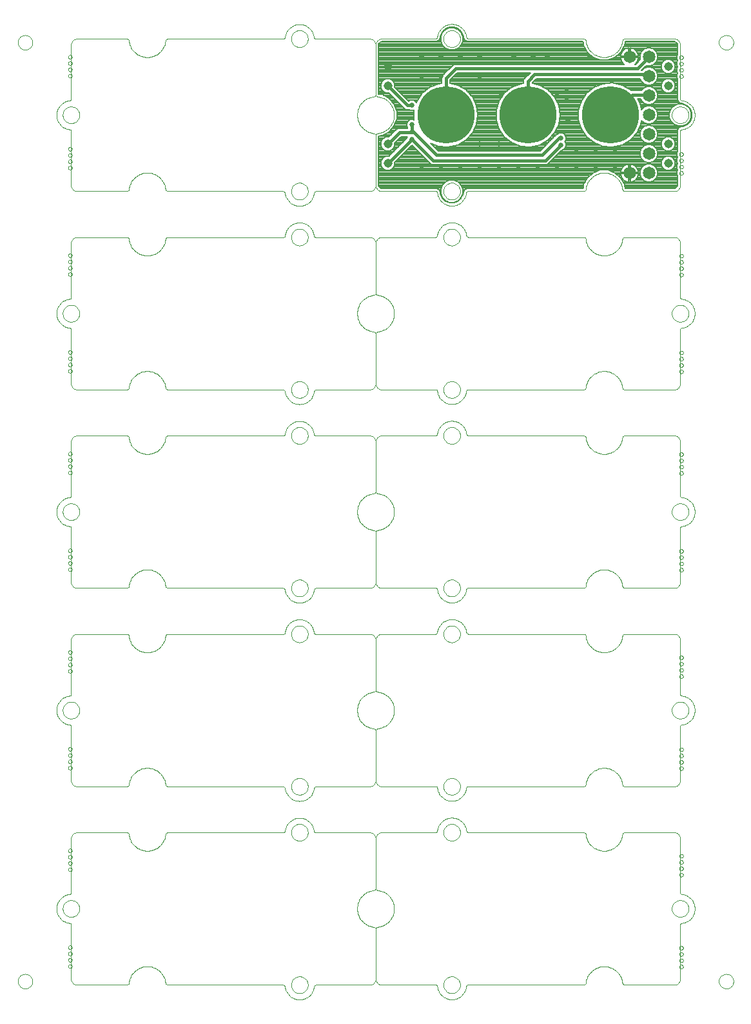
<source format=gbl>
G75*
G70*
%OFA0B0*%
%FSLAX24Y24*%
%IPPOS*%
%LPD*%
%AMOC8*
5,1,8,0,0,1.08239X$1,22.5*
%
%ADD10C,0.0000*%
%ADD11C,0.0650*%
%ADD12C,0.0450*%
%ADD13C,0.0010*%
%ADD14C,0.2953*%
%ADD15C,0.0250*%
%ADD16C,0.0160*%
%ADD17C,0.0080*%
D10*
X003196Y001817D02*
X003198Y001856D01*
X003204Y001894D01*
X003214Y001931D01*
X003227Y001967D01*
X003245Y002002D01*
X003265Y002034D01*
X003289Y002065D01*
X003316Y002092D01*
X003346Y002117D01*
X003378Y002138D01*
X003412Y002157D01*
X003448Y002171D01*
X003485Y002182D01*
X003523Y002189D01*
X003561Y002192D01*
X003600Y002191D01*
X003638Y002186D01*
X003676Y002177D01*
X003712Y002164D01*
X003747Y002148D01*
X003780Y002128D01*
X003811Y002105D01*
X003840Y002079D01*
X003865Y002050D01*
X003887Y002018D01*
X003906Y001985D01*
X003922Y001949D01*
X003934Y001913D01*
X003942Y001875D01*
X003946Y001836D01*
X003946Y001798D01*
X003942Y001759D01*
X003934Y001721D01*
X003922Y001685D01*
X003906Y001649D01*
X003887Y001616D01*
X003865Y001584D01*
X003840Y001555D01*
X003811Y001529D01*
X003780Y001506D01*
X003747Y001486D01*
X003712Y001470D01*
X003676Y001457D01*
X003638Y001448D01*
X003600Y001443D01*
X003561Y001442D01*
X003523Y001445D01*
X003485Y001452D01*
X003448Y001463D01*
X003412Y001477D01*
X003378Y001496D01*
X003346Y001517D01*
X003316Y001542D01*
X003289Y001569D01*
X003265Y001600D01*
X003245Y001632D01*
X003227Y001667D01*
X003214Y001703D01*
X003204Y001740D01*
X003198Y001778D01*
X003196Y001817D01*
X005798Y002592D02*
X005800Y002611D01*
X005805Y002630D01*
X005815Y002646D01*
X005827Y002661D01*
X005842Y002673D01*
X005858Y002683D01*
X005877Y002688D01*
X005896Y002690D01*
X005915Y002688D01*
X005934Y002683D01*
X005950Y002673D01*
X005965Y002661D01*
X005977Y002646D01*
X005987Y002630D01*
X005992Y002611D01*
X005994Y002592D01*
X005992Y002573D01*
X005987Y002554D01*
X005977Y002538D01*
X005965Y002523D01*
X005950Y002511D01*
X005934Y002501D01*
X005915Y002496D01*
X005896Y002494D01*
X005877Y002496D01*
X005858Y002501D01*
X005842Y002511D01*
X005827Y002523D01*
X005815Y002538D01*
X005805Y002554D01*
X005800Y002573D01*
X005798Y002592D01*
X005798Y002917D02*
X005800Y002936D01*
X005805Y002955D01*
X005815Y002971D01*
X005827Y002986D01*
X005842Y002998D01*
X005858Y003008D01*
X005877Y003013D01*
X005896Y003015D01*
X005915Y003013D01*
X005934Y003008D01*
X005950Y002998D01*
X005965Y002986D01*
X005977Y002971D01*
X005987Y002955D01*
X005992Y002936D01*
X005994Y002917D01*
X005992Y002898D01*
X005987Y002879D01*
X005977Y002863D01*
X005965Y002848D01*
X005950Y002836D01*
X005934Y002826D01*
X005915Y002821D01*
X005896Y002819D01*
X005877Y002821D01*
X005858Y002826D01*
X005842Y002836D01*
X005827Y002848D01*
X005815Y002863D01*
X005805Y002879D01*
X005800Y002898D01*
X005798Y002917D01*
X005798Y003242D02*
X005800Y003261D01*
X005805Y003280D01*
X005815Y003296D01*
X005827Y003311D01*
X005842Y003323D01*
X005858Y003333D01*
X005877Y003338D01*
X005896Y003340D01*
X005915Y003338D01*
X005934Y003333D01*
X005950Y003323D01*
X005965Y003311D01*
X005977Y003296D01*
X005987Y003280D01*
X005992Y003261D01*
X005994Y003242D01*
X005992Y003223D01*
X005987Y003204D01*
X005977Y003188D01*
X005965Y003173D01*
X005950Y003161D01*
X005934Y003151D01*
X005915Y003146D01*
X005896Y003144D01*
X005877Y003146D01*
X005858Y003151D01*
X005842Y003161D01*
X005827Y003173D01*
X005815Y003188D01*
X005805Y003204D01*
X005800Y003223D01*
X005798Y003242D01*
X005798Y003567D02*
X005800Y003586D01*
X005805Y003605D01*
X005815Y003621D01*
X005827Y003636D01*
X005842Y003648D01*
X005858Y003658D01*
X005877Y003663D01*
X005896Y003665D01*
X005915Y003663D01*
X005934Y003658D01*
X005950Y003648D01*
X005965Y003636D01*
X005977Y003621D01*
X005987Y003605D01*
X005992Y003586D01*
X005994Y003567D01*
X005992Y003548D01*
X005987Y003529D01*
X005977Y003513D01*
X005965Y003498D01*
X005950Y003486D01*
X005934Y003476D01*
X005915Y003471D01*
X005896Y003469D01*
X005877Y003471D01*
X005858Y003476D01*
X005842Y003486D01*
X005827Y003498D01*
X005815Y003513D01*
X005805Y003529D01*
X005800Y003548D01*
X005798Y003567D01*
X005514Y005567D02*
X005516Y005608D01*
X005522Y005649D01*
X005532Y005689D01*
X005545Y005728D01*
X005562Y005765D01*
X005583Y005801D01*
X005607Y005835D01*
X005634Y005866D01*
X005663Y005894D01*
X005696Y005920D01*
X005730Y005942D01*
X005767Y005961D01*
X005805Y005976D01*
X005845Y005988D01*
X005885Y005996D01*
X005926Y006000D01*
X005968Y006000D01*
X006009Y005996D01*
X006049Y005988D01*
X006089Y005976D01*
X006127Y005961D01*
X006163Y005942D01*
X006198Y005920D01*
X006231Y005894D01*
X006260Y005866D01*
X006287Y005835D01*
X006311Y005801D01*
X006332Y005765D01*
X006349Y005728D01*
X006362Y005689D01*
X006372Y005649D01*
X006378Y005608D01*
X006380Y005567D01*
X006378Y005526D01*
X006372Y005485D01*
X006362Y005445D01*
X006349Y005406D01*
X006332Y005369D01*
X006311Y005333D01*
X006287Y005299D01*
X006260Y005268D01*
X006231Y005240D01*
X006198Y005214D01*
X006164Y005192D01*
X006127Y005173D01*
X006089Y005158D01*
X006049Y005146D01*
X006009Y005138D01*
X005968Y005134D01*
X005926Y005134D01*
X005885Y005138D01*
X005845Y005146D01*
X005805Y005158D01*
X005767Y005173D01*
X005731Y005192D01*
X005696Y005214D01*
X005663Y005240D01*
X005634Y005268D01*
X005607Y005299D01*
X005583Y005333D01*
X005562Y005369D01*
X005545Y005406D01*
X005532Y005445D01*
X005522Y005485D01*
X005516Y005526D01*
X005514Y005567D01*
X005798Y007592D02*
X005800Y007611D01*
X005805Y007630D01*
X005815Y007646D01*
X005827Y007661D01*
X005842Y007673D01*
X005858Y007683D01*
X005877Y007688D01*
X005896Y007690D01*
X005915Y007688D01*
X005934Y007683D01*
X005950Y007673D01*
X005965Y007661D01*
X005977Y007646D01*
X005987Y007630D01*
X005992Y007611D01*
X005994Y007592D01*
X005992Y007573D01*
X005987Y007554D01*
X005977Y007538D01*
X005965Y007523D01*
X005950Y007511D01*
X005934Y007501D01*
X005915Y007496D01*
X005896Y007494D01*
X005877Y007496D01*
X005858Y007501D01*
X005842Y007511D01*
X005827Y007523D01*
X005815Y007538D01*
X005805Y007554D01*
X005800Y007573D01*
X005798Y007592D01*
X005798Y007917D02*
X005800Y007936D01*
X005805Y007955D01*
X005815Y007971D01*
X005827Y007986D01*
X005842Y007998D01*
X005858Y008008D01*
X005877Y008013D01*
X005896Y008015D01*
X005915Y008013D01*
X005934Y008008D01*
X005950Y007998D01*
X005965Y007986D01*
X005977Y007971D01*
X005987Y007955D01*
X005992Y007936D01*
X005994Y007917D01*
X005992Y007898D01*
X005987Y007879D01*
X005977Y007863D01*
X005965Y007848D01*
X005950Y007836D01*
X005934Y007826D01*
X005915Y007821D01*
X005896Y007819D01*
X005877Y007821D01*
X005858Y007826D01*
X005842Y007836D01*
X005827Y007848D01*
X005815Y007863D01*
X005805Y007879D01*
X005800Y007898D01*
X005798Y007917D01*
X005798Y008242D02*
X005800Y008261D01*
X005805Y008280D01*
X005815Y008296D01*
X005827Y008311D01*
X005842Y008323D01*
X005858Y008333D01*
X005877Y008338D01*
X005896Y008340D01*
X005915Y008338D01*
X005934Y008333D01*
X005950Y008323D01*
X005965Y008311D01*
X005977Y008296D01*
X005987Y008280D01*
X005992Y008261D01*
X005994Y008242D01*
X005992Y008223D01*
X005987Y008204D01*
X005977Y008188D01*
X005965Y008173D01*
X005950Y008161D01*
X005934Y008151D01*
X005915Y008146D01*
X005896Y008144D01*
X005877Y008146D01*
X005858Y008151D01*
X005842Y008161D01*
X005827Y008173D01*
X005815Y008188D01*
X005805Y008204D01*
X005800Y008223D01*
X005798Y008242D01*
X005798Y008567D02*
X005800Y008586D01*
X005805Y008605D01*
X005815Y008621D01*
X005827Y008636D01*
X005842Y008648D01*
X005858Y008658D01*
X005877Y008663D01*
X005896Y008665D01*
X005915Y008663D01*
X005934Y008658D01*
X005950Y008648D01*
X005965Y008636D01*
X005977Y008621D01*
X005987Y008605D01*
X005992Y008586D01*
X005994Y008567D01*
X005992Y008548D01*
X005987Y008529D01*
X005977Y008513D01*
X005965Y008498D01*
X005950Y008486D01*
X005934Y008476D01*
X005915Y008471D01*
X005896Y008469D01*
X005877Y008471D01*
X005858Y008476D01*
X005842Y008486D01*
X005827Y008498D01*
X005815Y008513D01*
X005805Y008529D01*
X005800Y008548D01*
X005798Y008567D01*
X005798Y012842D02*
X005800Y012861D01*
X005805Y012880D01*
X005815Y012896D01*
X005827Y012911D01*
X005842Y012923D01*
X005858Y012933D01*
X005877Y012938D01*
X005896Y012940D01*
X005915Y012938D01*
X005934Y012933D01*
X005950Y012923D01*
X005965Y012911D01*
X005977Y012896D01*
X005987Y012880D01*
X005992Y012861D01*
X005994Y012842D01*
X005992Y012823D01*
X005987Y012804D01*
X005977Y012788D01*
X005965Y012773D01*
X005950Y012761D01*
X005934Y012751D01*
X005915Y012746D01*
X005896Y012744D01*
X005877Y012746D01*
X005858Y012751D01*
X005842Y012761D01*
X005827Y012773D01*
X005815Y012788D01*
X005805Y012804D01*
X005800Y012823D01*
X005798Y012842D01*
X005798Y013167D02*
X005800Y013186D01*
X005805Y013205D01*
X005815Y013221D01*
X005827Y013236D01*
X005842Y013248D01*
X005858Y013258D01*
X005877Y013263D01*
X005896Y013265D01*
X005915Y013263D01*
X005934Y013258D01*
X005950Y013248D01*
X005965Y013236D01*
X005977Y013221D01*
X005987Y013205D01*
X005992Y013186D01*
X005994Y013167D01*
X005992Y013148D01*
X005987Y013129D01*
X005977Y013113D01*
X005965Y013098D01*
X005950Y013086D01*
X005934Y013076D01*
X005915Y013071D01*
X005896Y013069D01*
X005877Y013071D01*
X005858Y013076D01*
X005842Y013086D01*
X005827Y013098D01*
X005815Y013113D01*
X005805Y013129D01*
X005800Y013148D01*
X005798Y013167D01*
X005798Y013492D02*
X005800Y013511D01*
X005805Y013530D01*
X005815Y013546D01*
X005827Y013561D01*
X005842Y013573D01*
X005858Y013583D01*
X005877Y013588D01*
X005896Y013590D01*
X005915Y013588D01*
X005934Y013583D01*
X005950Y013573D01*
X005965Y013561D01*
X005977Y013546D01*
X005987Y013530D01*
X005992Y013511D01*
X005994Y013492D01*
X005992Y013473D01*
X005987Y013454D01*
X005977Y013438D01*
X005965Y013423D01*
X005950Y013411D01*
X005934Y013401D01*
X005915Y013396D01*
X005896Y013394D01*
X005877Y013396D01*
X005858Y013401D01*
X005842Y013411D01*
X005827Y013423D01*
X005815Y013438D01*
X005805Y013454D01*
X005800Y013473D01*
X005798Y013492D01*
X005798Y013817D02*
X005800Y013836D01*
X005805Y013855D01*
X005815Y013871D01*
X005827Y013886D01*
X005842Y013898D01*
X005858Y013908D01*
X005877Y013913D01*
X005896Y013915D01*
X005915Y013913D01*
X005934Y013908D01*
X005950Y013898D01*
X005965Y013886D01*
X005977Y013871D01*
X005987Y013855D01*
X005992Y013836D01*
X005994Y013817D01*
X005992Y013798D01*
X005987Y013779D01*
X005977Y013763D01*
X005965Y013748D01*
X005950Y013736D01*
X005934Y013726D01*
X005915Y013721D01*
X005896Y013719D01*
X005877Y013721D01*
X005858Y013726D01*
X005842Y013736D01*
X005827Y013748D01*
X005815Y013763D01*
X005805Y013779D01*
X005800Y013798D01*
X005798Y013817D01*
X005514Y015817D02*
X005516Y015858D01*
X005522Y015899D01*
X005532Y015939D01*
X005545Y015978D01*
X005562Y016015D01*
X005583Y016051D01*
X005607Y016085D01*
X005634Y016116D01*
X005663Y016144D01*
X005696Y016170D01*
X005730Y016192D01*
X005767Y016211D01*
X005805Y016226D01*
X005845Y016238D01*
X005885Y016246D01*
X005926Y016250D01*
X005968Y016250D01*
X006009Y016246D01*
X006049Y016238D01*
X006089Y016226D01*
X006127Y016211D01*
X006163Y016192D01*
X006198Y016170D01*
X006231Y016144D01*
X006260Y016116D01*
X006287Y016085D01*
X006311Y016051D01*
X006332Y016015D01*
X006349Y015978D01*
X006362Y015939D01*
X006372Y015899D01*
X006378Y015858D01*
X006380Y015817D01*
X006378Y015776D01*
X006372Y015735D01*
X006362Y015695D01*
X006349Y015656D01*
X006332Y015619D01*
X006311Y015583D01*
X006287Y015549D01*
X006260Y015518D01*
X006231Y015490D01*
X006198Y015464D01*
X006164Y015442D01*
X006127Y015423D01*
X006089Y015408D01*
X006049Y015396D01*
X006009Y015388D01*
X005968Y015384D01*
X005926Y015384D01*
X005885Y015388D01*
X005845Y015396D01*
X005805Y015408D01*
X005767Y015423D01*
X005731Y015442D01*
X005696Y015464D01*
X005663Y015490D01*
X005634Y015518D01*
X005607Y015549D01*
X005583Y015583D01*
X005562Y015619D01*
X005545Y015656D01*
X005532Y015695D01*
X005522Y015735D01*
X005516Y015776D01*
X005514Y015817D01*
X005798Y017842D02*
X005800Y017861D01*
X005805Y017880D01*
X005815Y017896D01*
X005827Y017911D01*
X005842Y017923D01*
X005858Y017933D01*
X005877Y017938D01*
X005896Y017940D01*
X005915Y017938D01*
X005934Y017933D01*
X005950Y017923D01*
X005965Y017911D01*
X005977Y017896D01*
X005987Y017880D01*
X005992Y017861D01*
X005994Y017842D01*
X005992Y017823D01*
X005987Y017804D01*
X005977Y017788D01*
X005965Y017773D01*
X005950Y017761D01*
X005934Y017751D01*
X005915Y017746D01*
X005896Y017744D01*
X005877Y017746D01*
X005858Y017751D01*
X005842Y017761D01*
X005827Y017773D01*
X005815Y017788D01*
X005805Y017804D01*
X005800Y017823D01*
X005798Y017842D01*
X005798Y018167D02*
X005800Y018186D01*
X005805Y018205D01*
X005815Y018221D01*
X005827Y018236D01*
X005842Y018248D01*
X005858Y018258D01*
X005877Y018263D01*
X005896Y018265D01*
X005915Y018263D01*
X005934Y018258D01*
X005950Y018248D01*
X005965Y018236D01*
X005977Y018221D01*
X005987Y018205D01*
X005992Y018186D01*
X005994Y018167D01*
X005992Y018148D01*
X005987Y018129D01*
X005977Y018113D01*
X005965Y018098D01*
X005950Y018086D01*
X005934Y018076D01*
X005915Y018071D01*
X005896Y018069D01*
X005877Y018071D01*
X005858Y018076D01*
X005842Y018086D01*
X005827Y018098D01*
X005815Y018113D01*
X005805Y018129D01*
X005800Y018148D01*
X005798Y018167D01*
X005798Y018492D02*
X005800Y018511D01*
X005805Y018530D01*
X005815Y018546D01*
X005827Y018561D01*
X005842Y018573D01*
X005858Y018583D01*
X005877Y018588D01*
X005896Y018590D01*
X005915Y018588D01*
X005934Y018583D01*
X005950Y018573D01*
X005965Y018561D01*
X005977Y018546D01*
X005987Y018530D01*
X005992Y018511D01*
X005994Y018492D01*
X005992Y018473D01*
X005987Y018454D01*
X005977Y018438D01*
X005965Y018423D01*
X005950Y018411D01*
X005934Y018401D01*
X005915Y018396D01*
X005896Y018394D01*
X005877Y018396D01*
X005858Y018401D01*
X005842Y018411D01*
X005827Y018423D01*
X005815Y018438D01*
X005805Y018454D01*
X005800Y018473D01*
X005798Y018492D01*
X005798Y018817D02*
X005800Y018836D01*
X005805Y018855D01*
X005815Y018871D01*
X005827Y018886D01*
X005842Y018898D01*
X005858Y018908D01*
X005877Y018913D01*
X005896Y018915D01*
X005915Y018913D01*
X005934Y018908D01*
X005950Y018898D01*
X005965Y018886D01*
X005977Y018871D01*
X005987Y018855D01*
X005992Y018836D01*
X005994Y018817D01*
X005992Y018798D01*
X005987Y018779D01*
X005977Y018763D01*
X005965Y018748D01*
X005950Y018736D01*
X005934Y018726D01*
X005915Y018721D01*
X005896Y018719D01*
X005877Y018721D01*
X005858Y018726D01*
X005842Y018736D01*
X005827Y018748D01*
X005815Y018763D01*
X005805Y018779D01*
X005800Y018798D01*
X005798Y018817D01*
X005798Y023092D02*
X005800Y023111D01*
X005805Y023130D01*
X005815Y023146D01*
X005827Y023161D01*
X005842Y023173D01*
X005858Y023183D01*
X005877Y023188D01*
X005896Y023190D01*
X005915Y023188D01*
X005934Y023183D01*
X005950Y023173D01*
X005965Y023161D01*
X005977Y023146D01*
X005987Y023130D01*
X005992Y023111D01*
X005994Y023092D01*
X005992Y023073D01*
X005987Y023054D01*
X005977Y023038D01*
X005965Y023023D01*
X005950Y023011D01*
X005934Y023001D01*
X005915Y022996D01*
X005896Y022994D01*
X005877Y022996D01*
X005858Y023001D01*
X005842Y023011D01*
X005827Y023023D01*
X005815Y023038D01*
X005805Y023054D01*
X005800Y023073D01*
X005798Y023092D01*
X005798Y023417D02*
X005800Y023436D01*
X005805Y023455D01*
X005815Y023471D01*
X005827Y023486D01*
X005842Y023498D01*
X005858Y023508D01*
X005877Y023513D01*
X005896Y023515D01*
X005915Y023513D01*
X005934Y023508D01*
X005950Y023498D01*
X005965Y023486D01*
X005977Y023471D01*
X005987Y023455D01*
X005992Y023436D01*
X005994Y023417D01*
X005992Y023398D01*
X005987Y023379D01*
X005977Y023363D01*
X005965Y023348D01*
X005950Y023336D01*
X005934Y023326D01*
X005915Y023321D01*
X005896Y023319D01*
X005877Y023321D01*
X005858Y023326D01*
X005842Y023336D01*
X005827Y023348D01*
X005815Y023363D01*
X005805Y023379D01*
X005800Y023398D01*
X005798Y023417D01*
X005798Y023742D02*
X005800Y023761D01*
X005805Y023780D01*
X005815Y023796D01*
X005827Y023811D01*
X005842Y023823D01*
X005858Y023833D01*
X005877Y023838D01*
X005896Y023840D01*
X005915Y023838D01*
X005934Y023833D01*
X005950Y023823D01*
X005965Y023811D01*
X005977Y023796D01*
X005987Y023780D01*
X005992Y023761D01*
X005994Y023742D01*
X005992Y023723D01*
X005987Y023704D01*
X005977Y023688D01*
X005965Y023673D01*
X005950Y023661D01*
X005934Y023651D01*
X005915Y023646D01*
X005896Y023644D01*
X005877Y023646D01*
X005858Y023651D01*
X005842Y023661D01*
X005827Y023673D01*
X005815Y023688D01*
X005805Y023704D01*
X005800Y023723D01*
X005798Y023742D01*
X005798Y024067D02*
X005800Y024086D01*
X005805Y024105D01*
X005815Y024121D01*
X005827Y024136D01*
X005842Y024148D01*
X005858Y024158D01*
X005877Y024163D01*
X005896Y024165D01*
X005915Y024163D01*
X005934Y024158D01*
X005950Y024148D01*
X005965Y024136D01*
X005977Y024121D01*
X005987Y024105D01*
X005992Y024086D01*
X005994Y024067D01*
X005992Y024048D01*
X005987Y024029D01*
X005977Y024013D01*
X005965Y023998D01*
X005950Y023986D01*
X005934Y023976D01*
X005915Y023971D01*
X005896Y023969D01*
X005877Y023971D01*
X005858Y023976D01*
X005842Y023986D01*
X005827Y023998D01*
X005815Y024013D01*
X005805Y024029D01*
X005800Y024048D01*
X005798Y024067D01*
X005514Y026067D02*
X005516Y026108D01*
X005522Y026149D01*
X005532Y026189D01*
X005545Y026228D01*
X005562Y026265D01*
X005583Y026301D01*
X005607Y026335D01*
X005634Y026366D01*
X005663Y026394D01*
X005696Y026420D01*
X005730Y026442D01*
X005767Y026461D01*
X005805Y026476D01*
X005845Y026488D01*
X005885Y026496D01*
X005926Y026500D01*
X005968Y026500D01*
X006009Y026496D01*
X006049Y026488D01*
X006089Y026476D01*
X006127Y026461D01*
X006163Y026442D01*
X006198Y026420D01*
X006231Y026394D01*
X006260Y026366D01*
X006287Y026335D01*
X006311Y026301D01*
X006332Y026265D01*
X006349Y026228D01*
X006362Y026189D01*
X006372Y026149D01*
X006378Y026108D01*
X006380Y026067D01*
X006378Y026026D01*
X006372Y025985D01*
X006362Y025945D01*
X006349Y025906D01*
X006332Y025869D01*
X006311Y025833D01*
X006287Y025799D01*
X006260Y025768D01*
X006231Y025740D01*
X006198Y025714D01*
X006164Y025692D01*
X006127Y025673D01*
X006089Y025658D01*
X006049Y025646D01*
X006009Y025638D01*
X005968Y025634D01*
X005926Y025634D01*
X005885Y025638D01*
X005845Y025646D01*
X005805Y025658D01*
X005767Y025673D01*
X005731Y025692D01*
X005696Y025714D01*
X005663Y025740D01*
X005634Y025768D01*
X005607Y025799D01*
X005583Y025833D01*
X005562Y025869D01*
X005545Y025906D01*
X005532Y025945D01*
X005522Y025985D01*
X005516Y026026D01*
X005514Y026067D01*
X005798Y028092D02*
X005800Y028111D01*
X005805Y028130D01*
X005815Y028146D01*
X005827Y028161D01*
X005842Y028173D01*
X005858Y028183D01*
X005877Y028188D01*
X005896Y028190D01*
X005915Y028188D01*
X005934Y028183D01*
X005950Y028173D01*
X005965Y028161D01*
X005977Y028146D01*
X005987Y028130D01*
X005992Y028111D01*
X005994Y028092D01*
X005992Y028073D01*
X005987Y028054D01*
X005977Y028038D01*
X005965Y028023D01*
X005950Y028011D01*
X005934Y028001D01*
X005915Y027996D01*
X005896Y027994D01*
X005877Y027996D01*
X005858Y028001D01*
X005842Y028011D01*
X005827Y028023D01*
X005815Y028038D01*
X005805Y028054D01*
X005800Y028073D01*
X005798Y028092D01*
X005798Y028417D02*
X005800Y028436D01*
X005805Y028455D01*
X005815Y028471D01*
X005827Y028486D01*
X005842Y028498D01*
X005858Y028508D01*
X005877Y028513D01*
X005896Y028515D01*
X005915Y028513D01*
X005934Y028508D01*
X005950Y028498D01*
X005965Y028486D01*
X005977Y028471D01*
X005987Y028455D01*
X005992Y028436D01*
X005994Y028417D01*
X005992Y028398D01*
X005987Y028379D01*
X005977Y028363D01*
X005965Y028348D01*
X005950Y028336D01*
X005934Y028326D01*
X005915Y028321D01*
X005896Y028319D01*
X005877Y028321D01*
X005858Y028326D01*
X005842Y028336D01*
X005827Y028348D01*
X005815Y028363D01*
X005805Y028379D01*
X005800Y028398D01*
X005798Y028417D01*
X005798Y028742D02*
X005800Y028761D01*
X005805Y028780D01*
X005815Y028796D01*
X005827Y028811D01*
X005842Y028823D01*
X005858Y028833D01*
X005877Y028838D01*
X005896Y028840D01*
X005915Y028838D01*
X005934Y028833D01*
X005950Y028823D01*
X005965Y028811D01*
X005977Y028796D01*
X005987Y028780D01*
X005992Y028761D01*
X005994Y028742D01*
X005992Y028723D01*
X005987Y028704D01*
X005977Y028688D01*
X005965Y028673D01*
X005950Y028661D01*
X005934Y028651D01*
X005915Y028646D01*
X005896Y028644D01*
X005877Y028646D01*
X005858Y028651D01*
X005842Y028661D01*
X005827Y028673D01*
X005815Y028688D01*
X005805Y028704D01*
X005800Y028723D01*
X005798Y028742D01*
X005798Y029067D02*
X005800Y029086D01*
X005805Y029105D01*
X005815Y029121D01*
X005827Y029136D01*
X005842Y029148D01*
X005858Y029158D01*
X005877Y029163D01*
X005896Y029165D01*
X005915Y029163D01*
X005934Y029158D01*
X005950Y029148D01*
X005965Y029136D01*
X005977Y029121D01*
X005987Y029105D01*
X005992Y029086D01*
X005994Y029067D01*
X005992Y029048D01*
X005987Y029029D01*
X005977Y029013D01*
X005965Y028998D01*
X005950Y028986D01*
X005934Y028976D01*
X005915Y028971D01*
X005896Y028969D01*
X005877Y028971D01*
X005858Y028976D01*
X005842Y028986D01*
X005827Y028998D01*
X005815Y029013D01*
X005805Y029029D01*
X005800Y029048D01*
X005798Y029067D01*
X005798Y033342D02*
X005800Y033361D01*
X005805Y033380D01*
X005815Y033396D01*
X005827Y033411D01*
X005842Y033423D01*
X005858Y033433D01*
X005877Y033438D01*
X005896Y033440D01*
X005915Y033438D01*
X005934Y033433D01*
X005950Y033423D01*
X005965Y033411D01*
X005977Y033396D01*
X005987Y033380D01*
X005992Y033361D01*
X005994Y033342D01*
X005992Y033323D01*
X005987Y033304D01*
X005977Y033288D01*
X005965Y033273D01*
X005950Y033261D01*
X005934Y033251D01*
X005915Y033246D01*
X005896Y033244D01*
X005877Y033246D01*
X005858Y033251D01*
X005842Y033261D01*
X005827Y033273D01*
X005815Y033288D01*
X005805Y033304D01*
X005800Y033323D01*
X005798Y033342D01*
X005798Y033667D02*
X005800Y033686D01*
X005805Y033705D01*
X005815Y033721D01*
X005827Y033736D01*
X005842Y033748D01*
X005858Y033758D01*
X005877Y033763D01*
X005896Y033765D01*
X005915Y033763D01*
X005934Y033758D01*
X005950Y033748D01*
X005965Y033736D01*
X005977Y033721D01*
X005987Y033705D01*
X005992Y033686D01*
X005994Y033667D01*
X005992Y033648D01*
X005987Y033629D01*
X005977Y033613D01*
X005965Y033598D01*
X005950Y033586D01*
X005934Y033576D01*
X005915Y033571D01*
X005896Y033569D01*
X005877Y033571D01*
X005858Y033576D01*
X005842Y033586D01*
X005827Y033598D01*
X005815Y033613D01*
X005805Y033629D01*
X005800Y033648D01*
X005798Y033667D01*
X005798Y033992D02*
X005800Y034011D01*
X005805Y034030D01*
X005815Y034046D01*
X005827Y034061D01*
X005842Y034073D01*
X005858Y034083D01*
X005877Y034088D01*
X005896Y034090D01*
X005915Y034088D01*
X005934Y034083D01*
X005950Y034073D01*
X005965Y034061D01*
X005977Y034046D01*
X005987Y034030D01*
X005992Y034011D01*
X005994Y033992D01*
X005992Y033973D01*
X005987Y033954D01*
X005977Y033938D01*
X005965Y033923D01*
X005950Y033911D01*
X005934Y033901D01*
X005915Y033896D01*
X005896Y033894D01*
X005877Y033896D01*
X005858Y033901D01*
X005842Y033911D01*
X005827Y033923D01*
X005815Y033938D01*
X005805Y033954D01*
X005800Y033973D01*
X005798Y033992D01*
X005798Y034317D02*
X005800Y034336D01*
X005805Y034355D01*
X005815Y034371D01*
X005827Y034386D01*
X005842Y034398D01*
X005858Y034408D01*
X005877Y034413D01*
X005896Y034415D01*
X005915Y034413D01*
X005934Y034408D01*
X005950Y034398D01*
X005965Y034386D01*
X005977Y034371D01*
X005987Y034355D01*
X005992Y034336D01*
X005994Y034317D01*
X005992Y034298D01*
X005987Y034279D01*
X005977Y034263D01*
X005965Y034248D01*
X005950Y034236D01*
X005934Y034226D01*
X005915Y034221D01*
X005896Y034219D01*
X005877Y034221D01*
X005858Y034226D01*
X005842Y034236D01*
X005827Y034248D01*
X005815Y034263D01*
X005805Y034279D01*
X005800Y034298D01*
X005798Y034317D01*
X005514Y036317D02*
X005516Y036358D01*
X005522Y036399D01*
X005532Y036439D01*
X005545Y036478D01*
X005562Y036515D01*
X005583Y036551D01*
X005607Y036585D01*
X005634Y036616D01*
X005663Y036644D01*
X005696Y036670D01*
X005730Y036692D01*
X005767Y036711D01*
X005805Y036726D01*
X005845Y036738D01*
X005885Y036746D01*
X005926Y036750D01*
X005968Y036750D01*
X006009Y036746D01*
X006049Y036738D01*
X006089Y036726D01*
X006127Y036711D01*
X006163Y036692D01*
X006198Y036670D01*
X006231Y036644D01*
X006260Y036616D01*
X006287Y036585D01*
X006311Y036551D01*
X006332Y036515D01*
X006349Y036478D01*
X006362Y036439D01*
X006372Y036399D01*
X006378Y036358D01*
X006380Y036317D01*
X006378Y036276D01*
X006372Y036235D01*
X006362Y036195D01*
X006349Y036156D01*
X006332Y036119D01*
X006311Y036083D01*
X006287Y036049D01*
X006260Y036018D01*
X006231Y035990D01*
X006198Y035964D01*
X006164Y035942D01*
X006127Y035923D01*
X006089Y035908D01*
X006049Y035896D01*
X006009Y035888D01*
X005968Y035884D01*
X005926Y035884D01*
X005885Y035888D01*
X005845Y035896D01*
X005805Y035908D01*
X005767Y035923D01*
X005731Y035942D01*
X005696Y035964D01*
X005663Y035990D01*
X005634Y036018D01*
X005607Y036049D01*
X005583Y036083D01*
X005562Y036119D01*
X005545Y036156D01*
X005532Y036195D01*
X005522Y036235D01*
X005516Y036276D01*
X005514Y036317D01*
X005798Y038342D02*
X005800Y038361D01*
X005805Y038380D01*
X005815Y038396D01*
X005827Y038411D01*
X005842Y038423D01*
X005858Y038433D01*
X005877Y038438D01*
X005896Y038440D01*
X005915Y038438D01*
X005934Y038433D01*
X005950Y038423D01*
X005965Y038411D01*
X005977Y038396D01*
X005987Y038380D01*
X005992Y038361D01*
X005994Y038342D01*
X005992Y038323D01*
X005987Y038304D01*
X005977Y038288D01*
X005965Y038273D01*
X005950Y038261D01*
X005934Y038251D01*
X005915Y038246D01*
X005896Y038244D01*
X005877Y038246D01*
X005858Y038251D01*
X005842Y038261D01*
X005827Y038273D01*
X005815Y038288D01*
X005805Y038304D01*
X005800Y038323D01*
X005798Y038342D01*
X005798Y038667D02*
X005800Y038686D01*
X005805Y038705D01*
X005815Y038721D01*
X005827Y038736D01*
X005842Y038748D01*
X005858Y038758D01*
X005877Y038763D01*
X005896Y038765D01*
X005915Y038763D01*
X005934Y038758D01*
X005950Y038748D01*
X005965Y038736D01*
X005977Y038721D01*
X005987Y038705D01*
X005992Y038686D01*
X005994Y038667D01*
X005992Y038648D01*
X005987Y038629D01*
X005977Y038613D01*
X005965Y038598D01*
X005950Y038586D01*
X005934Y038576D01*
X005915Y038571D01*
X005896Y038569D01*
X005877Y038571D01*
X005858Y038576D01*
X005842Y038586D01*
X005827Y038598D01*
X005815Y038613D01*
X005805Y038629D01*
X005800Y038648D01*
X005798Y038667D01*
X005798Y038992D02*
X005800Y039011D01*
X005805Y039030D01*
X005815Y039046D01*
X005827Y039061D01*
X005842Y039073D01*
X005858Y039083D01*
X005877Y039088D01*
X005896Y039090D01*
X005915Y039088D01*
X005934Y039083D01*
X005950Y039073D01*
X005965Y039061D01*
X005977Y039046D01*
X005987Y039030D01*
X005992Y039011D01*
X005994Y038992D01*
X005992Y038973D01*
X005987Y038954D01*
X005977Y038938D01*
X005965Y038923D01*
X005950Y038911D01*
X005934Y038901D01*
X005915Y038896D01*
X005896Y038894D01*
X005877Y038896D01*
X005858Y038901D01*
X005842Y038911D01*
X005827Y038923D01*
X005815Y038938D01*
X005805Y038954D01*
X005800Y038973D01*
X005798Y038992D01*
X005798Y039317D02*
X005800Y039336D01*
X005805Y039355D01*
X005815Y039371D01*
X005827Y039386D01*
X005842Y039398D01*
X005858Y039408D01*
X005877Y039413D01*
X005896Y039415D01*
X005915Y039413D01*
X005934Y039408D01*
X005950Y039398D01*
X005965Y039386D01*
X005977Y039371D01*
X005987Y039355D01*
X005992Y039336D01*
X005994Y039317D01*
X005992Y039298D01*
X005987Y039279D01*
X005977Y039263D01*
X005965Y039248D01*
X005950Y039236D01*
X005934Y039226D01*
X005915Y039221D01*
X005896Y039219D01*
X005877Y039221D01*
X005858Y039226D01*
X005842Y039236D01*
X005827Y039248D01*
X005815Y039263D01*
X005805Y039279D01*
X005800Y039298D01*
X005798Y039317D01*
X005798Y043842D02*
X005800Y043861D01*
X005805Y043880D01*
X005815Y043896D01*
X005827Y043911D01*
X005842Y043923D01*
X005858Y043933D01*
X005877Y043938D01*
X005896Y043940D01*
X005915Y043938D01*
X005934Y043933D01*
X005950Y043923D01*
X005965Y043911D01*
X005977Y043896D01*
X005987Y043880D01*
X005992Y043861D01*
X005994Y043842D01*
X005992Y043823D01*
X005987Y043804D01*
X005977Y043788D01*
X005965Y043773D01*
X005950Y043761D01*
X005934Y043751D01*
X005915Y043746D01*
X005896Y043744D01*
X005877Y043746D01*
X005858Y043751D01*
X005842Y043761D01*
X005827Y043773D01*
X005815Y043788D01*
X005805Y043804D01*
X005800Y043823D01*
X005798Y043842D01*
X005798Y044167D02*
X005800Y044186D01*
X005805Y044205D01*
X005815Y044221D01*
X005827Y044236D01*
X005842Y044248D01*
X005858Y044258D01*
X005877Y044263D01*
X005896Y044265D01*
X005915Y044263D01*
X005934Y044258D01*
X005950Y044248D01*
X005965Y044236D01*
X005977Y044221D01*
X005987Y044205D01*
X005992Y044186D01*
X005994Y044167D01*
X005992Y044148D01*
X005987Y044129D01*
X005977Y044113D01*
X005965Y044098D01*
X005950Y044086D01*
X005934Y044076D01*
X005915Y044071D01*
X005896Y044069D01*
X005877Y044071D01*
X005858Y044076D01*
X005842Y044086D01*
X005827Y044098D01*
X005815Y044113D01*
X005805Y044129D01*
X005800Y044148D01*
X005798Y044167D01*
X005798Y044492D02*
X005800Y044511D01*
X005805Y044530D01*
X005815Y044546D01*
X005827Y044561D01*
X005842Y044573D01*
X005858Y044583D01*
X005877Y044588D01*
X005896Y044590D01*
X005915Y044588D01*
X005934Y044583D01*
X005950Y044573D01*
X005965Y044561D01*
X005977Y044546D01*
X005987Y044530D01*
X005992Y044511D01*
X005994Y044492D01*
X005992Y044473D01*
X005987Y044454D01*
X005977Y044438D01*
X005965Y044423D01*
X005950Y044411D01*
X005934Y044401D01*
X005915Y044396D01*
X005896Y044394D01*
X005877Y044396D01*
X005858Y044401D01*
X005842Y044411D01*
X005827Y044423D01*
X005815Y044438D01*
X005805Y044454D01*
X005800Y044473D01*
X005798Y044492D01*
X005798Y044817D02*
X005800Y044836D01*
X005805Y044855D01*
X005815Y044871D01*
X005827Y044886D01*
X005842Y044898D01*
X005858Y044908D01*
X005877Y044913D01*
X005896Y044915D01*
X005915Y044913D01*
X005934Y044908D01*
X005950Y044898D01*
X005965Y044886D01*
X005977Y044871D01*
X005987Y044855D01*
X005992Y044836D01*
X005994Y044817D01*
X005992Y044798D01*
X005987Y044779D01*
X005977Y044763D01*
X005965Y044748D01*
X005950Y044736D01*
X005934Y044726D01*
X005915Y044721D01*
X005896Y044719D01*
X005877Y044721D01*
X005858Y044726D01*
X005842Y044736D01*
X005827Y044748D01*
X005815Y044763D01*
X005805Y044779D01*
X005800Y044798D01*
X005798Y044817D01*
X005514Y046567D02*
X005516Y046608D01*
X005522Y046649D01*
X005532Y046689D01*
X005545Y046728D01*
X005562Y046765D01*
X005583Y046801D01*
X005607Y046835D01*
X005634Y046866D01*
X005663Y046894D01*
X005696Y046920D01*
X005730Y046942D01*
X005767Y046961D01*
X005805Y046976D01*
X005845Y046988D01*
X005885Y046996D01*
X005926Y047000D01*
X005968Y047000D01*
X006009Y046996D01*
X006049Y046988D01*
X006089Y046976D01*
X006127Y046961D01*
X006163Y046942D01*
X006198Y046920D01*
X006231Y046894D01*
X006260Y046866D01*
X006287Y046835D01*
X006311Y046801D01*
X006332Y046765D01*
X006349Y046728D01*
X006362Y046689D01*
X006372Y046649D01*
X006378Y046608D01*
X006380Y046567D01*
X006378Y046526D01*
X006372Y046485D01*
X006362Y046445D01*
X006349Y046406D01*
X006332Y046369D01*
X006311Y046333D01*
X006287Y046299D01*
X006260Y046268D01*
X006231Y046240D01*
X006198Y046214D01*
X006164Y046192D01*
X006127Y046173D01*
X006089Y046158D01*
X006049Y046146D01*
X006009Y046138D01*
X005968Y046134D01*
X005926Y046134D01*
X005885Y046138D01*
X005845Y046146D01*
X005805Y046158D01*
X005767Y046173D01*
X005731Y046192D01*
X005696Y046214D01*
X005663Y046240D01*
X005634Y046268D01*
X005607Y046299D01*
X005583Y046333D01*
X005562Y046369D01*
X005545Y046406D01*
X005532Y046445D01*
X005522Y046485D01*
X005516Y046526D01*
X005514Y046567D01*
X005798Y048592D02*
X005800Y048611D01*
X005805Y048630D01*
X005815Y048646D01*
X005827Y048661D01*
X005842Y048673D01*
X005858Y048683D01*
X005877Y048688D01*
X005896Y048690D01*
X005915Y048688D01*
X005934Y048683D01*
X005950Y048673D01*
X005965Y048661D01*
X005977Y048646D01*
X005987Y048630D01*
X005992Y048611D01*
X005994Y048592D01*
X005992Y048573D01*
X005987Y048554D01*
X005977Y048538D01*
X005965Y048523D01*
X005950Y048511D01*
X005934Y048501D01*
X005915Y048496D01*
X005896Y048494D01*
X005877Y048496D01*
X005858Y048501D01*
X005842Y048511D01*
X005827Y048523D01*
X005815Y048538D01*
X005805Y048554D01*
X005800Y048573D01*
X005798Y048592D01*
X005798Y048917D02*
X005800Y048936D01*
X005805Y048955D01*
X005815Y048971D01*
X005827Y048986D01*
X005842Y048998D01*
X005858Y049008D01*
X005877Y049013D01*
X005896Y049015D01*
X005915Y049013D01*
X005934Y049008D01*
X005950Y048998D01*
X005965Y048986D01*
X005977Y048971D01*
X005987Y048955D01*
X005992Y048936D01*
X005994Y048917D01*
X005992Y048898D01*
X005987Y048879D01*
X005977Y048863D01*
X005965Y048848D01*
X005950Y048836D01*
X005934Y048826D01*
X005915Y048821D01*
X005896Y048819D01*
X005877Y048821D01*
X005858Y048826D01*
X005842Y048836D01*
X005827Y048848D01*
X005815Y048863D01*
X005805Y048879D01*
X005800Y048898D01*
X005798Y048917D01*
X005798Y049242D02*
X005800Y049261D01*
X005805Y049280D01*
X005815Y049296D01*
X005827Y049311D01*
X005842Y049323D01*
X005858Y049333D01*
X005877Y049338D01*
X005896Y049340D01*
X005915Y049338D01*
X005934Y049333D01*
X005950Y049323D01*
X005965Y049311D01*
X005977Y049296D01*
X005987Y049280D01*
X005992Y049261D01*
X005994Y049242D01*
X005992Y049223D01*
X005987Y049204D01*
X005977Y049188D01*
X005965Y049173D01*
X005950Y049161D01*
X005934Y049151D01*
X005915Y049146D01*
X005896Y049144D01*
X005877Y049146D01*
X005858Y049151D01*
X005842Y049161D01*
X005827Y049173D01*
X005815Y049188D01*
X005805Y049204D01*
X005800Y049223D01*
X005798Y049242D01*
X005798Y049567D02*
X005800Y049586D01*
X005805Y049605D01*
X005815Y049621D01*
X005827Y049636D01*
X005842Y049648D01*
X005858Y049658D01*
X005877Y049663D01*
X005896Y049665D01*
X005915Y049663D01*
X005934Y049658D01*
X005950Y049648D01*
X005965Y049636D01*
X005977Y049621D01*
X005987Y049605D01*
X005992Y049586D01*
X005994Y049567D01*
X005992Y049548D01*
X005987Y049529D01*
X005977Y049513D01*
X005965Y049498D01*
X005950Y049486D01*
X005934Y049476D01*
X005915Y049471D01*
X005896Y049469D01*
X005877Y049471D01*
X005858Y049476D01*
X005842Y049486D01*
X005827Y049498D01*
X005815Y049513D01*
X005805Y049529D01*
X005800Y049548D01*
X005798Y049567D01*
X003196Y050317D02*
X003198Y050356D01*
X003204Y050394D01*
X003214Y050431D01*
X003227Y050467D01*
X003245Y050502D01*
X003265Y050534D01*
X003289Y050565D01*
X003316Y050592D01*
X003346Y050617D01*
X003378Y050638D01*
X003412Y050657D01*
X003448Y050671D01*
X003485Y050682D01*
X003523Y050689D01*
X003561Y050692D01*
X003600Y050691D01*
X003638Y050686D01*
X003676Y050677D01*
X003712Y050664D01*
X003747Y050648D01*
X003780Y050628D01*
X003811Y050605D01*
X003840Y050579D01*
X003865Y050550D01*
X003887Y050518D01*
X003906Y050485D01*
X003922Y050449D01*
X003934Y050413D01*
X003942Y050375D01*
X003946Y050336D01*
X003946Y050298D01*
X003942Y050259D01*
X003934Y050221D01*
X003922Y050185D01*
X003906Y050149D01*
X003887Y050116D01*
X003865Y050084D01*
X003840Y050055D01*
X003811Y050029D01*
X003780Y050006D01*
X003747Y049986D01*
X003712Y049970D01*
X003676Y049957D01*
X003638Y049948D01*
X003600Y049943D01*
X003561Y049942D01*
X003523Y049945D01*
X003485Y049952D01*
X003448Y049963D01*
X003412Y049977D01*
X003378Y049996D01*
X003346Y050017D01*
X003316Y050042D01*
X003289Y050069D01*
X003265Y050100D01*
X003245Y050132D01*
X003227Y050167D01*
X003214Y050203D01*
X003204Y050240D01*
X003198Y050278D01*
X003196Y050317D01*
X017325Y050504D02*
X017327Y050545D01*
X017333Y050586D01*
X017343Y050626D01*
X017356Y050665D01*
X017373Y050702D01*
X017394Y050738D01*
X017418Y050772D01*
X017445Y050803D01*
X017474Y050831D01*
X017507Y050857D01*
X017541Y050879D01*
X017578Y050898D01*
X017616Y050913D01*
X017656Y050925D01*
X017696Y050933D01*
X017737Y050937D01*
X017779Y050937D01*
X017820Y050933D01*
X017860Y050925D01*
X017900Y050913D01*
X017938Y050898D01*
X017974Y050879D01*
X018009Y050857D01*
X018042Y050831D01*
X018071Y050803D01*
X018098Y050772D01*
X018122Y050738D01*
X018143Y050702D01*
X018160Y050665D01*
X018173Y050626D01*
X018183Y050586D01*
X018189Y050545D01*
X018191Y050504D01*
X018189Y050463D01*
X018183Y050422D01*
X018173Y050382D01*
X018160Y050343D01*
X018143Y050306D01*
X018122Y050270D01*
X018098Y050236D01*
X018071Y050205D01*
X018042Y050177D01*
X018009Y050151D01*
X017975Y050129D01*
X017938Y050110D01*
X017900Y050095D01*
X017860Y050083D01*
X017820Y050075D01*
X017779Y050071D01*
X017737Y050071D01*
X017696Y050075D01*
X017656Y050083D01*
X017616Y050095D01*
X017578Y050110D01*
X017542Y050129D01*
X017507Y050151D01*
X017474Y050177D01*
X017445Y050205D01*
X017418Y050236D01*
X017394Y050270D01*
X017373Y050306D01*
X017356Y050343D01*
X017343Y050382D01*
X017333Y050422D01*
X017327Y050463D01*
X017325Y050504D01*
X017325Y042630D02*
X017327Y042671D01*
X017333Y042712D01*
X017343Y042752D01*
X017356Y042791D01*
X017373Y042828D01*
X017394Y042864D01*
X017418Y042898D01*
X017445Y042929D01*
X017474Y042957D01*
X017507Y042983D01*
X017541Y043005D01*
X017578Y043024D01*
X017616Y043039D01*
X017656Y043051D01*
X017696Y043059D01*
X017737Y043063D01*
X017779Y043063D01*
X017820Y043059D01*
X017860Y043051D01*
X017900Y043039D01*
X017938Y043024D01*
X017974Y043005D01*
X018009Y042983D01*
X018042Y042957D01*
X018071Y042929D01*
X018098Y042898D01*
X018122Y042864D01*
X018143Y042828D01*
X018160Y042791D01*
X018173Y042752D01*
X018183Y042712D01*
X018189Y042671D01*
X018191Y042630D01*
X018189Y042589D01*
X018183Y042548D01*
X018173Y042508D01*
X018160Y042469D01*
X018143Y042432D01*
X018122Y042396D01*
X018098Y042362D01*
X018071Y042331D01*
X018042Y042303D01*
X018009Y042277D01*
X017975Y042255D01*
X017938Y042236D01*
X017900Y042221D01*
X017860Y042209D01*
X017820Y042201D01*
X017779Y042197D01*
X017737Y042197D01*
X017696Y042201D01*
X017656Y042209D01*
X017616Y042221D01*
X017578Y042236D01*
X017542Y042255D01*
X017507Y042277D01*
X017474Y042303D01*
X017445Y042331D01*
X017418Y042362D01*
X017394Y042396D01*
X017373Y042432D01*
X017356Y042469D01*
X017343Y042508D01*
X017333Y042548D01*
X017327Y042589D01*
X017325Y042630D01*
X017325Y040254D02*
X017327Y040295D01*
X017333Y040336D01*
X017343Y040376D01*
X017356Y040415D01*
X017373Y040452D01*
X017394Y040488D01*
X017418Y040522D01*
X017445Y040553D01*
X017474Y040581D01*
X017507Y040607D01*
X017541Y040629D01*
X017578Y040648D01*
X017616Y040663D01*
X017656Y040675D01*
X017696Y040683D01*
X017737Y040687D01*
X017779Y040687D01*
X017820Y040683D01*
X017860Y040675D01*
X017900Y040663D01*
X017938Y040648D01*
X017974Y040629D01*
X018009Y040607D01*
X018042Y040581D01*
X018071Y040553D01*
X018098Y040522D01*
X018122Y040488D01*
X018143Y040452D01*
X018160Y040415D01*
X018173Y040376D01*
X018183Y040336D01*
X018189Y040295D01*
X018191Y040254D01*
X018189Y040213D01*
X018183Y040172D01*
X018173Y040132D01*
X018160Y040093D01*
X018143Y040056D01*
X018122Y040020D01*
X018098Y039986D01*
X018071Y039955D01*
X018042Y039927D01*
X018009Y039901D01*
X017975Y039879D01*
X017938Y039860D01*
X017900Y039845D01*
X017860Y039833D01*
X017820Y039825D01*
X017779Y039821D01*
X017737Y039821D01*
X017696Y039825D01*
X017656Y039833D01*
X017616Y039845D01*
X017578Y039860D01*
X017542Y039879D01*
X017507Y039901D01*
X017474Y039927D01*
X017445Y039955D01*
X017418Y039986D01*
X017394Y040020D01*
X017373Y040056D01*
X017356Y040093D01*
X017343Y040132D01*
X017333Y040172D01*
X017327Y040213D01*
X017325Y040254D01*
X017325Y032380D02*
X017327Y032421D01*
X017333Y032462D01*
X017343Y032502D01*
X017356Y032541D01*
X017373Y032578D01*
X017394Y032614D01*
X017418Y032648D01*
X017445Y032679D01*
X017474Y032707D01*
X017507Y032733D01*
X017541Y032755D01*
X017578Y032774D01*
X017616Y032789D01*
X017656Y032801D01*
X017696Y032809D01*
X017737Y032813D01*
X017779Y032813D01*
X017820Y032809D01*
X017860Y032801D01*
X017900Y032789D01*
X017938Y032774D01*
X017974Y032755D01*
X018009Y032733D01*
X018042Y032707D01*
X018071Y032679D01*
X018098Y032648D01*
X018122Y032614D01*
X018143Y032578D01*
X018160Y032541D01*
X018173Y032502D01*
X018183Y032462D01*
X018189Y032421D01*
X018191Y032380D01*
X018189Y032339D01*
X018183Y032298D01*
X018173Y032258D01*
X018160Y032219D01*
X018143Y032182D01*
X018122Y032146D01*
X018098Y032112D01*
X018071Y032081D01*
X018042Y032053D01*
X018009Y032027D01*
X017975Y032005D01*
X017938Y031986D01*
X017900Y031971D01*
X017860Y031959D01*
X017820Y031951D01*
X017779Y031947D01*
X017737Y031947D01*
X017696Y031951D01*
X017656Y031959D01*
X017616Y031971D01*
X017578Y031986D01*
X017542Y032005D01*
X017507Y032027D01*
X017474Y032053D01*
X017445Y032081D01*
X017418Y032112D01*
X017394Y032146D01*
X017373Y032182D01*
X017356Y032219D01*
X017343Y032258D01*
X017333Y032298D01*
X017327Y032339D01*
X017325Y032380D01*
X017325Y030004D02*
X017327Y030045D01*
X017333Y030086D01*
X017343Y030126D01*
X017356Y030165D01*
X017373Y030202D01*
X017394Y030238D01*
X017418Y030272D01*
X017445Y030303D01*
X017474Y030331D01*
X017507Y030357D01*
X017541Y030379D01*
X017578Y030398D01*
X017616Y030413D01*
X017656Y030425D01*
X017696Y030433D01*
X017737Y030437D01*
X017779Y030437D01*
X017820Y030433D01*
X017860Y030425D01*
X017900Y030413D01*
X017938Y030398D01*
X017974Y030379D01*
X018009Y030357D01*
X018042Y030331D01*
X018071Y030303D01*
X018098Y030272D01*
X018122Y030238D01*
X018143Y030202D01*
X018160Y030165D01*
X018173Y030126D01*
X018183Y030086D01*
X018189Y030045D01*
X018191Y030004D01*
X018189Y029963D01*
X018183Y029922D01*
X018173Y029882D01*
X018160Y029843D01*
X018143Y029806D01*
X018122Y029770D01*
X018098Y029736D01*
X018071Y029705D01*
X018042Y029677D01*
X018009Y029651D01*
X017975Y029629D01*
X017938Y029610D01*
X017900Y029595D01*
X017860Y029583D01*
X017820Y029575D01*
X017779Y029571D01*
X017737Y029571D01*
X017696Y029575D01*
X017656Y029583D01*
X017616Y029595D01*
X017578Y029610D01*
X017542Y029629D01*
X017507Y029651D01*
X017474Y029677D01*
X017445Y029705D01*
X017418Y029736D01*
X017394Y029770D01*
X017373Y029806D01*
X017356Y029843D01*
X017343Y029882D01*
X017333Y029922D01*
X017327Y029963D01*
X017325Y030004D01*
X017325Y022130D02*
X017327Y022171D01*
X017333Y022212D01*
X017343Y022252D01*
X017356Y022291D01*
X017373Y022328D01*
X017394Y022364D01*
X017418Y022398D01*
X017445Y022429D01*
X017474Y022457D01*
X017507Y022483D01*
X017541Y022505D01*
X017578Y022524D01*
X017616Y022539D01*
X017656Y022551D01*
X017696Y022559D01*
X017737Y022563D01*
X017779Y022563D01*
X017820Y022559D01*
X017860Y022551D01*
X017900Y022539D01*
X017938Y022524D01*
X017974Y022505D01*
X018009Y022483D01*
X018042Y022457D01*
X018071Y022429D01*
X018098Y022398D01*
X018122Y022364D01*
X018143Y022328D01*
X018160Y022291D01*
X018173Y022252D01*
X018183Y022212D01*
X018189Y022171D01*
X018191Y022130D01*
X018189Y022089D01*
X018183Y022048D01*
X018173Y022008D01*
X018160Y021969D01*
X018143Y021932D01*
X018122Y021896D01*
X018098Y021862D01*
X018071Y021831D01*
X018042Y021803D01*
X018009Y021777D01*
X017975Y021755D01*
X017938Y021736D01*
X017900Y021721D01*
X017860Y021709D01*
X017820Y021701D01*
X017779Y021697D01*
X017737Y021697D01*
X017696Y021701D01*
X017656Y021709D01*
X017616Y021721D01*
X017578Y021736D01*
X017542Y021755D01*
X017507Y021777D01*
X017474Y021803D01*
X017445Y021831D01*
X017418Y021862D01*
X017394Y021896D01*
X017373Y021932D01*
X017356Y021969D01*
X017343Y022008D01*
X017333Y022048D01*
X017327Y022089D01*
X017325Y022130D01*
X017325Y019754D02*
X017327Y019795D01*
X017333Y019836D01*
X017343Y019876D01*
X017356Y019915D01*
X017373Y019952D01*
X017394Y019988D01*
X017418Y020022D01*
X017445Y020053D01*
X017474Y020081D01*
X017507Y020107D01*
X017541Y020129D01*
X017578Y020148D01*
X017616Y020163D01*
X017656Y020175D01*
X017696Y020183D01*
X017737Y020187D01*
X017779Y020187D01*
X017820Y020183D01*
X017860Y020175D01*
X017900Y020163D01*
X017938Y020148D01*
X017974Y020129D01*
X018009Y020107D01*
X018042Y020081D01*
X018071Y020053D01*
X018098Y020022D01*
X018122Y019988D01*
X018143Y019952D01*
X018160Y019915D01*
X018173Y019876D01*
X018183Y019836D01*
X018189Y019795D01*
X018191Y019754D01*
X018189Y019713D01*
X018183Y019672D01*
X018173Y019632D01*
X018160Y019593D01*
X018143Y019556D01*
X018122Y019520D01*
X018098Y019486D01*
X018071Y019455D01*
X018042Y019427D01*
X018009Y019401D01*
X017975Y019379D01*
X017938Y019360D01*
X017900Y019345D01*
X017860Y019333D01*
X017820Y019325D01*
X017779Y019321D01*
X017737Y019321D01*
X017696Y019325D01*
X017656Y019333D01*
X017616Y019345D01*
X017578Y019360D01*
X017542Y019379D01*
X017507Y019401D01*
X017474Y019427D01*
X017445Y019455D01*
X017418Y019486D01*
X017394Y019520D01*
X017373Y019556D01*
X017356Y019593D01*
X017343Y019632D01*
X017333Y019672D01*
X017327Y019713D01*
X017325Y019754D01*
X017325Y011880D02*
X017327Y011921D01*
X017333Y011962D01*
X017343Y012002D01*
X017356Y012041D01*
X017373Y012078D01*
X017394Y012114D01*
X017418Y012148D01*
X017445Y012179D01*
X017474Y012207D01*
X017507Y012233D01*
X017541Y012255D01*
X017578Y012274D01*
X017616Y012289D01*
X017656Y012301D01*
X017696Y012309D01*
X017737Y012313D01*
X017779Y012313D01*
X017820Y012309D01*
X017860Y012301D01*
X017900Y012289D01*
X017938Y012274D01*
X017974Y012255D01*
X018009Y012233D01*
X018042Y012207D01*
X018071Y012179D01*
X018098Y012148D01*
X018122Y012114D01*
X018143Y012078D01*
X018160Y012041D01*
X018173Y012002D01*
X018183Y011962D01*
X018189Y011921D01*
X018191Y011880D01*
X018189Y011839D01*
X018183Y011798D01*
X018173Y011758D01*
X018160Y011719D01*
X018143Y011682D01*
X018122Y011646D01*
X018098Y011612D01*
X018071Y011581D01*
X018042Y011553D01*
X018009Y011527D01*
X017975Y011505D01*
X017938Y011486D01*
X017900Y011471D01*
X017860Y011459D01*
X017820Y011451D01*
X017779Y011447D01*
X017737Y011447D01*
X017696Y011451D01*
X017656Y011459D01*
X017616Y011471D01*
X017578Y011486D01*
X017542Y011505D01*
X017507Y011527D01*
X017474Y011553D01*
X017445Y011581D01*
X017418Y011612D01*
X017394Y011646D01*
X017373Y011682D01*
X017356Y011719D01*
X017343Y011758D01*
X017333Y011798D01*
X017327Y011839D01*
X017325Y011880D01*
X017325Y009504D02*
X017327Y009545D01*
X017333Y009586D01*
X017343Y009626D01*
X017356Y009665D01*
X017373Y009702D01*
X017394Y009738D01*
X017418Y009772D01*
X017445Y009803D01*
X017474Y009831D01*
X017507Y009857D01*
X017541Y009879D01*
X017578Y009898D01*
X017616Y009913D01*
X017656Y009925D01*
X017696Y009933D01*
X017737Y009937D01*
X017779Y009937D01*
X017820Y009933D01*
X017860Y009925D01*
X017900Y009913D01*
X017938Y009898D01*
X017974Y009879D01*
X018009Y009857D01*
X018042Y009831D01*
X018071Y009803D01*
X018098Y009772D01*
X018122Y009738D01*
X018143Y009702D01*
X018160Y009665D01*
X018173Y009626D01*
X018183Y009586D01*
X018189Y009545D01*
X018191Y009504D01*
X018189Y009463D01*
X018183Y009422D01*
X018173Y009382D01*
X018160Y009343D01*
X018143Y009306D01*
X018122Y009270D01*
X018098Y009236D01*
X018071Y009205D01*
X018042Y009177D01*
X018009Y009151D01*
X017975Y009129D01*
X017938Y009110D01*
X017900Y009095D01*
X017860Y009083D01*
X017820Y009075D01*
X017779Y009071D01*
X017737Y009071D01*
X017696Y009075D01*
X017656Y009083D01*
X017616Y009095D01*
X017578Y009110D01*
X017542Y009129D01*
X017507Y009151D01*
X017474Y009177D01*
X017445Y009205D01*
X017418Y009236D01*
X017394Y009270D01*
X017373Y009306D01*
X017356Y009343D01*
X017343Y009382D01*
X017333Y009422D01*
X017327Y009463D01*
X017325Y009504D01*
X017325Y001630D02*
X017327Y001671D01*
X017333Y001712D01*
X017343Y001752D01*
X017356Y001791D01*
X017373Y001828D01*
X017394Y001864D01*
X017418Y001898D01*
X017445Y001929D01*
X017474Y001957D01*
X017507Y001983D01*
X017541Y002005D01*
X017578Y002024D01*
X017616Y002039D01*
X017656Y002051D01*
X017696Y002059D01*
X017737Y002063D01*
X017779Y002063D01*
X017820Y002059D01*
X017860Y002051D01*
X017900Y002039D01*
X017938Y002024D01*
X017974Y002005D01*
X018009Y001983D01*
X018042Y001957D01*
X018071Y001929D01*
X018098Y001898D01*
X018122Y001864D01*
X018143Y001828D01*
X018160Y001791D01*
X018173Y001752D01*
X018183Y001712D01*
X018189Y001671D01*
X018191Y001630D01*
X018189Y001589D01*
X018183Y001548D01*
X018173Y001508D01*
X018160Y001469D01*
X018143Y001432D01*
X018122Y001396D01*
X018098Y001362D01*
X018071Y001331D01*
X018042Y001303D01*
X018009Y001277D01*
X017975Y001255D01*
X017938Y001236D01*
X017900Y001221D01*
X017860Y001209D01*
X017820Y001201D01*
X017779Y001197D01*
X017737Y001197D01*
X017696Y001201D01*
X017656Y001209D01*
X017616Y001221D01*
X017578Y001236D01*
X017542Y001255D01*
X017507Y001277D01*
X017474Y001303D01*
X017445Y001331D01*
X017418Y001362D01*
X017394Y001396D01*
X017373Y001432D01*
X017356Y001469D01*
X017343Y001508D01*
X017333Y001548D01*
X017327Y001589D01*
X017325Y001630D01*
X025201Y001630D02*
X025203Y001671D01*
X025209Y001712D01*
X025219Y001752D01*
X025232Y001791D01*
X025249Y001828D01*
X025270Y001864D01*
X025294Y001898D01*
X025321Y001929D01*
X025350Y001957D01*
X025383Y001983D01*
X025417Y002005D01*
X025454Y002024D01*
X025492Y002039D01*
X025532Y002051D01*
X025572Y002059D01*
X025613Y002063D01*
X025655Y002063D01*
X025696Y002059D01*
X025736Y002051D01*
X025776Y002039D01*
X025814Y002024D01*
X025850Y002005D01*
X025885Y001983D01*
X025918Y001957D01*
X025947Y001929D01*
X025974Y001898D01*
X025998Y001864D01*
X026019Y001828D01*
X026036Y001791D01*
X026049Y001752D01*
X026059Y001712D01*
X026065Y001671D01*
X026067Y001630D01*
X026065Y001589D01*
X026059Y001548D01*
X026049Y001508D01*
X026036Y001469D01*
X026019Y001432D01*
X025998Y001396D01*
X025974Y001362D01*
X025947Y001331D01*
X025918Y001303D01*
X025885Y001277D01*
X025851Y001255D01*
X025814Y001236D01*
X025776Y001221D01*
X025736Y001209D01*
X025696Y001201D01*
X025655Y001197D01*
X025613Y001197D01*
X025572Y001201D01*
X025532Y001209D01*
X025492Y001221D01*
X025454Y001236D01*
X025418Y001255D01*
X025383Y001277D01*
X025350Y001303D01*
X025321Y001331D01*
X025294Y001362D01*
X025270Y001396D01*
X025249Y001432D01*
X025232Y001469D01*
X025219Y001508D01*
X025209Y001548D01*
X025203Y001589D01*
X025201Y001630D01*
X025201Y009504D02*
X025203Y009545D01*
X025209Y009586D01*
X025219Y009626D01*
X025232Y009665D01*
X025249Y009702D01*
X025270Y009738D01*
X025294Y009772D01*
X025321Y009803D01*
X025350Y009831D01*
X025383Y009857D01*
X025417Y009879D01*
X025454Y009898D01*
X025492Y009913D01*
X025532Y009925D01*
X025572Y009933D01*
X025613Y009937D01*
X025655Y009937D01*
X025696Y009933D01*
X025736Y009925D01*
X025776Y009913D01*
X025814Y009898D01*
X025850Y009879D01*
X025885Y009857D01*
X025918Y009831D01*
X025947Y009803D01*
X025974Y009772D01*
X025998Y009738D01*
X026019Y009702D01*
X026036Y009665D01*
X026049Y009626D01*
X026059Y009586D01*
X026065Y009545D01*
X026067Y009504D01*
X026065Y009463D01*
X026059Y009422D01*
X026049Y009382D01*
X026036Y009343D01*
X026019Y009306D01*
X025998Y009270D01*
X025974Y009236D01*
X025947Y009205D01*
X025918Y009177D01*
X025885Y009151D01*
X025851Y009129D01*
X025814Y009110D01*
X025776Y009095D01*
X025736Y009083D01*
X025696Y009075D01*
X025655Y009071D01*
X025613Y009071D01*
X025572Y009075D01*
X025532Y009083D01*
X025492Y009095D01*
X025454Y009110D01*
X025418Y009129D01*
X025383Y009151D01*
X025350Y009177D01*
X025321Y009205D01*
X025294Y009236D01*
X025270Y009270D01*
X025249Y009306D01*
X025232Y009343D01*
X025219Y009382D01*
X025209Y009422D01*
X025203Y009463D01*
X025201Y009504D01*
X025201Y011880D02*
X025203Y011921D01*
X025209Y011962D01*
X025219Y012002D01*
X025232Y012041D01*
X025249Y012078D01*
X025270Y012114D01*
X025294Y012148D01*
X025321Y012179D01*
X025350Y012207D01*
X025383Y012233D01*
X025417Y012255D01*
X025454Y012274D01*
X025492Y012289D01*
X025532Y012301D01*
X025572Y012309D01*
X025613Y012313D01*
X025655Y012313D01*
X025696Y012309D01*
X025736Y012301D01*
X025776Y012289D01*
X025814Y012274D01*
X025850Y012255D01*
X025885Y012233D01*
X025918Y012207D01*
X025947Y012179D01*
X025974Y012148D01*
X025998Y012114D01*
X026019Y012078D01*
X026036Y012041D01*
X026049Y012002D01*
X026059Y011962D01*
X026065Y011921D01*
X026067Y011880D01*
X026065Y011839D01*
X026059Y011798D01*
X026049Y011758D01*
X026036Y011719D01*
X026019Y011682D01*
X025998Y011646D01*
X025974Y011612D01*
X025947Y011581D01*
X025918Y011553D01*
X025885Y011527D01*
X025851Y011505D01*
X025814Y011486D01*
X025776Y011471D01*
X025736Y011459D01*
X025696Y011451D01*
X025655Y011447D01*
X025613Y011447D01*
X025572Y011451D01*
X025532Y011459D01*
X025492Y011471D01*
X025454Y011486D01*
X025418Y011505D01*
X025383Y011527D01*
X025350Y011553D01*
X025321Y011581D01*
X025294Y011612D01*
X025270Y011646D01*
X025249Y011682D01*
X025232Y011719D01*
X025219Y011758D01*
X025209Y011798D01*
X025203Y011839D01*
X025201Y011880D01*
X025201Y019754D02*
X025203Y019795D01*
X025209Y019836D01*
X025219Y019876D01*
X025232Y019915D01*
X025249Y019952D01*
X025270Y019988D01*
X025294Y020022D01*
X025321Y020053D01*
X025350Y020081D01*
X025383Y020107D01*
X025417Y020129D01*
X025454Y020148D01*
X025492Y020163D01*
X025532Y020175D01*
X025572Y020183D01*
X025613Y020187D01*
X025655Y020187D01*
X025696Y020183D01*
X025736Y020175D01*
X025776Y020163D01*
X025814Y020148D01*
X025850Y020129D01*
X025885Y020107D01*
X025918Y020081D01*
X025947Y020053D01*
X025974Y020022D01*
X025998Y019988D01*
X026019Y019952D01*
X026036Y019915D01*
X026049Y019876D01*
X026059Y019836D01*
X026065Y019795D01*
X026067Y019754D01*
X026065Y019713D01*
X026059Y019672D01*
X026049Y019632D01*
X026036Y019593D01*
X026019Y019556D01*
X025998Y019520D01*
X025974Y019486D01*
X025947Y019455D01*
X025918Y019427D01*
X025885Y019401D01*
X025851Y019379D01*
X025814Y019360D01*
X025776Y019345D01*
X025736Y019333D01*
X025696Y019325D01*
X025655Y019321D01*
X025613Y019321D01*
X025572Y019325D01*
X025532Y019333D01*
X025492Y019345D01*
X025454Y019360D01*
X025418Y019379D01*
X025383Y019401D01*
X025350Y019427D01*
X025321Y019455D01*
X025294Y019486D01*
X025270Y019520D01*
X025249Y019556D01*
X025232Y019593D01*
X025219Y019632D01*
X025209Y019672D01*
X025203Y019713D01*
X025201Y019754D01*
X025201Y022130D02*
X025203Y022171D01*
X025209Y022212D01*
X025219Y022252D01*
X025232Y022291D01*
X025249Y022328D01*
X025270Y022364D01*
X025294Y022398D01*
X025321Y022429D01*
X025350Y022457D01*
X025383Y022483D01*
X025417Y022505D01*
X025454Y022524D01*
X025492Y022539D01*
X025532Y022551D01*
X025572Y022559D01*
X025613Y022563D01*
X025655Y022563D01*
X025696Y022559D01*
X025736Y022551D01*
X025776Y022539D01*
X025814Y022524D01*
X025850Y022505D01*
X025885Y022483D01*
X025918Y022457D01*
X025947Y022429D01*
X025974Y022398D01*
X025998Y022364D01*
X026019Y022328D01*
X026036Y022291D01*
X026049Y022252D01*
X026059Y022212D01*
X026065Y022171D01*
X026067Y022130D01*
X026065Y022089D01*
X026059Y022048D01*
X026049Y022008D01*
X026036Y021969D01*
X026019Y021932D01*
X025998Y021896D01*
X025974Y021862D01*
X025947Y021831D01*
X025918Y021803D01*
X025885Y021777D01*
X025851Y021755D01*
X025814Y021736D01*
X025776Y021721D01*
X025736Y021709D01*
X025696Y021701D01*
X025655Y021697D01*
X025613Y021697D01*
X025572Y021701D01*
X025532Y021709D01*
X025492Y021721D01*
X025454Y021736D01*
X025418Y021755D01*
X025383Y021777D01*
X025350Y021803D01*
X025321Y021831D01*
X025294Y021862D01*
X025270Y021896D01*
X025249Y021932D01*
X025232Y021969D01*
X025219Y022008D01*
X025209Y022048D01*
X025203Y022089D01*
X025201Y022130D01*
X025201Y030004D02*
X025203Y030045D01*
X025209Y030086D01*
X025219Y030126D01*
X025232Y030165D01*
X025249Y030202D01*
X025270Y030238D01*
X025294Y030272D01*
X025321Y030303D01*
X025350Y030331D01*
X025383Y030357D01*
X025417Y030379D01*
X025454Y030398D01*
X025492Y030413D01*
X025532Y030425D01*
X025572Y030433D01*
X025613Y030437D01*
X025655Y030437D01*
X025696Y030433D01*
X025736Y030425D01*
X025776Y030413D01*
X025814Y030398D01*
X025850Y030379D01*
X025885Y030357D01*
X025918Y030331D01*
X025947Y030303D01*
X025974Y030272D01*
X025998Y030238D01*
X026019Y030202D01*
X026036Y030165D01*
X026049Y030126D01*
X026059Y030086D01*
X026065Y030045D01*
X026067Y030004D01*
X026065Y029963D01*
X026059Y029922D01*
X026049Y029882D01*
X026036Y029843D01*
X026019Y029806D01*
X025998Y029770D01*
X025974Y029736D01*
X025947Y029705D01*
X025918Y029677D01*
X025885Y029651D01*
X025851Y029629D01*
X025814Y029610D01*
X025776Y029595D01*
X025736Y029583D01*
X025696Y029575D01*
X025655Y029571D01*
X025613Y029571D01*
X025572Y029575D01*
X025532Y029583D01*
X025492Y029595D01*
X025454Y029610D01*
X025418Y029629D01*
X025383Y029651D01*
X025350Y029677D01*
X025321Y029705D01*
X025294Y029736D01*
X025270Y029770D01*
X025249Y029806D01*
X025232Y029843D01*
X025219Y029882D01*
X025209Y029922D01*
X025203Y029963D01*
X025201Y030004D01*
X025201Y032380D02*
X025203Y032421D01*
X025209Y032462D01*
X025219Y032502D01*
X025232Y032541D01*
X025249Y032578D01*
X025270Y032614D01*
X025294Y032648D01*
X025321Y032679D01*
X025350Y032707D01*
X025383Y032733D01*
X025417Y032755D01*
X025454Y032774D01*
X025492Y032789D01*
X025532Y032801D01*
X025572Y032809D01*
X025613Y032813D01*
X025655Y032813D01*
X025696Y032809D01*
X025736Y032801D01*
X025776Y032789D01*
X025814Y032774D01*
X025850Y032755D01*
X025885Y032733D01*
X025918Y032707D01*
X025947Y032679D01*
X025974Y032648D01*
X025998Y032614D01*
X026019Y032578D01*
X026036Y032541D01*
X026049Y032502D01*
X026059Y032462D01*
X026065Y032421D01*
X026067Y032380D01*
X026065Y032339D01*
X026059Y032298D01*
X026049Y032258D01*
X026036Y032219D01*
X026019Y032182D01*
X025998Y032146D01*
X025974Y032112D01*
X025947Y032081D01*
X025918Y032053D01*
X025885Y032027D01*
X025851Y032005D01*
X025814Y031986D01*
X025776Y031971D01*
X025736Y031959D01*
X025696Y031951D01*
X025655Y031947D01*
X025613Y031947D01*
X025572Y031951D01*
X025532Y031959D01*
X025492Y031971D01*
X025454Y031986D01*
X025418Y032005D01*
X025383Y032027D01*
X025350Y032053D01*
X025321Y032081D01*
X025294Y032112D01*
X025270Y032146D01*
X025249Y032182D01*
X025232Y032219D01*
X025219Y032258D01*
X025209Y032298D01*
X025203Y032339D01*
X025201Y032380D01*
X025201Y040254D02*
X025203Y040295D01*
X025209Y040336D01*
X025219Y040376D01*
X025232Y040415D01*
X025249Y040452D01*
X025270Y040488D01*
X025294Y040522D01*
X025321Y040553D01*
X025350Y040581D01*
X025383Y040607D01*
X025417Y040629D01*
X025454Y040648D01*
X025492Y040663D01*
X025532Y040675D01*
X025572Y040683D01*
X025613Y040687D01*
X025655Y040687D01*
X025696Y040683D01*
X025736Y040675D01*
X025776Y040663D01*
X025814Y040648D01*
X025850Y040629D01*
X025885Y040607D01*
X025918Y040581D01*
X025947Y040553D01*
X025974Y040522D01*
X025998Y040488D01*
X026019Y040452D01*
X026036Y040415D01*
X026049Y040376D01*
X026059Y040336D01*
X026065Y040295D01*
X026067Y040254D01*
X026065Y040213D01*
X026059Y040172D01*
X026049Y040132D01*
X026036Y040093D01*
X026019Y040056D01*
X025998Y040020D01*
X025974Y039986D01*
X025947Y039955D01*
X025918Y039927D01*
X025885Y039901D01*
X025851Y039879D01*
X025814Y039860D01*
X025776Y039845D01*
X025736Y039833D01*
X025696Y039825D01*
X025655Y039821D01*
X025613Y039821D01*
X025572Y039825D01*
X025532Y039833D01*
X025492Y039845D01*
X025454Y039860D01*
X025418Y039879D01*
X025383Y039901D01*
X025350Y039927D01*
X025321Y039955D01*
X025294Y039986D01*
X025270Y040020D01*
X025249Y040056D01*
X025232Y040093D01*
X025219Y040132D01*
X025209Y040172D01*
X025203Y040213D01*
X025201Y040254D01*
X025201Y042630D02*
X025203Y042671D01*
X025209Y042712D01*
X025219Y042752D01*
X025232Y042791D01*
X025249Y042828D01*
X025270Y042864D01*
X025294Y042898D01*
X025321Y042929D01*
X025350Y042957D01*
X025383Y042983D01*
X025417Y043005D01*
X025454Y043024D01*
X025492Y043039D01*
X025532Y043051D01*
X025572Y043059D01*
X025613Y043063D01*
X025655Y043063D01*
X025696Y043059D01*
X025736Y043051D01*
X025776Y043039D01*
X025814Y043024D01*
X025850Y043005D01*
X025885Y042983D01*
X025918Y042957D01*
X025947Y042929D01*
X025974Y042898D01*
X025998Y042864D01*
X026019Y042828D01*
X026036Y042791D01*
X026049Y042752D01*
X026059Y042712D01*
X026065Y042671D01*
X026067Y042630D01*
X026065Y042589D01*
X026059Y042548D01*
X026049Y042508D01*
X026036Y042469D01*
X026019Y042432D01*
X025998Y042396D01*
X025974Y042362D01*
X025947Y042331D01*
X025918Y042303D01*
X025885Y042277D01*
X025851Y042255D01*
X025814Y042236D01*
X025776Y042221D01*
X025736Y042209D01*
X025696Y042201D01*
X025655Y042197D01*
X025613Y042197D01*
X025572Y042201D01*
X025532Y042209D01*
X025492Y042221D01*
X025454Y042236D01*
X025418Y042255D01*
X025383Y042277D01*
X025350Y042303D01*
X025321Y042331D01*
X025294Y042362D01*
X025270Y042396D01*
X025249Y042432D01*
X025232Y042469D01*
X025219Y042508D01*
X025209Y042548D01*
X025203Y042589D01*
X025201Y042630D01*
X025201Y050504D02*
X025203Y050545D01*
X025209Y050586D01*
X025219Y050626D01*
X025232Y050665D01*
X025249Y050702D01*
X025270Y050738D01*
X025294Y050772D01*
X025321Y050803D01*
X025350Y050831D01*
X025383Y050857D01*
X025417Y050879D01*
X025454Y050898D01*
X025492Y050913D01*
X025532Y050925D01*
X025572Y050933D01*
X025613Y050937D01*
X025655Y050937D01*
X025696Y050933D01*
X025736Y050925D01*
X025776Y050913D01*
X025814Y050898D01*
X025850Y050879D01*
X025885Y050857D01*
X025918Y050831D01*
X025947Y050803D01*
X025974Y050772D01*
X025998Y050738D01*
X026019Y050702D01*
X026036Y050665D01*
X026049Y050626D01*
X026059Y050586D01*
X026065Y050545D01*
X026067Y050504D01*
X026065Y050463D01*
X026059Y050422D01*
X026049Y050382D01*
X026036Y050343D01*
X026019Y050306D01*
X025998Y050270D01*
X025974Y050236D01*
X025947Y050205D01*
X025918Y050177D01*
X025885Y050151D01*
X025851Y050129D01*
X025814Y050110D01*
X025776Y050095D01*
X025736Y050083D01*
X025696Y050075D01*
X025655Y050071D01*
X025613Y050071D01*
X025572Y050075D01*
X025532Y050083D01*
X025492Y050095D01*
X025454Y050110D01*
X025418Y050129D01*
X025383Y050151D01*
X025350Y050177D01*
X025321Y050205D01*
X025294Y050236D01*
X025270Y050270D01*
X025249Y050306D01*
X025232Y050343D01*
X025219Y050382D01*
X025209Y050422D01*
X025203Y050463D01*
X025201Y050504D01*
X037398Y049542D02*
X037400Y049561D01*
X037405Y049580D01*
X037415Y049596D01*
X037427Y049611D01*
X037442Y049623D01*
X037458Y049633D01*
X037477Y049638D01*
X037496Y049640D01*
X037515Y049638D01*
X037534Y049633D01*
X037550Y049623D01*
X037565Y049611D01*
X037577Y049596D01*
X037587Y049580D01*
X037592Y049561D01*
X037594Y049542D01*
X037592Y049523D01*
X037587Y049504D01*
X037577Y049488D01*
X037565Y049473D01*
X037550Y049461D01*
X037534Y049451D01*
X037515Y049446D01*
X037496Y049444D01*
X037477Y049446D01*
X037458Y049451D01*
X037442Y049461D01*
X037427Y049473D01*
X037415Y049488D01*
X037405Y049504D01*
X037400Y049523D01*
X037398Y049542D01*
X037398Y049217D02*
X037400Y049236D01*
X037405Y049255D01*
X037415Y049271D01*
X037427Y049286D01*
X037442Y049298D01*
X037458Y049308D01*
X037477Y049313D01*
X037496Y049315D01*
X037515Y049313D01*
X037534Y049308D01*
X037550Y049298D01*
X037565Y049286D01*
X037577Y049271D01*
X037587Y049255D01*
X037592Y049236D01*
X037594Y049217D01*
X037592Y049198D01*
X037587Y049179D01*
X037577Y049163D01*
X037565Y049148D01*
X037550Y049136D01*
X037534Y049126D01*
X037515Y049121D01*
X037496Y049119D01*
X037477Y049121D01*
X037458Y049126D01*
X037442Y049136D01*
X037427Y049148D01*
X037415Y049163D01*
X037405Y049179D01*
X037400Y049198D01*
X037398Y049217D01*
X037398Y048892D02*
X037400Y048911D01*
X037405Y048930D01*
X037415Y048946D01*
X037427Y048961D01*
X037442Y048973D01*
X037458Y048983D01*
X037477Y048988D01*
X037496Y048990D01*
X037515Y048988D01*
X037534Y048983D01*
X037550Y048973D01*
X037565Y048961D01*
X037577Y048946D01*
X037587Y048930D01*
X037592Y048911D01*
X037594Y048892D01*
X037592Y048873D01*
X037587Y048854D01*
X037577Y048838D01*
X037565Y048823D01*
X037550Y048811D01*
X037534Y048801D01*
X037515Y048796D01*
X037496Y048794D01*
X037477Y048796D01*
X037458Y048801D01*
X037442Y048811D01*
X037427Y048823D01*
X037415Y048838D01*
X037405Y048854D01*
X037400Y048873D01*
X037398Y048892D01*
X037398Y048567D02*
X037400Y048586D01*
X037405Y048605D01*
X037415Y048621D01*
X037427Y048636D01*
X037442Y048648D01*
X037458Y048658D01*
X037477Y048663D01*
X037496Y048665D01*
X037515Y048663D01*
X037534Y048658D01*
X037550Y048648D01*
X037565Y048636D01*
X037577Y048621D01*
X037587Y048605D01*
X037592Y048586D01*
X037594Y048567D01*
X037592Y048548D01*
X037587Y048529D01*
X037577Y048513D01*
X037565Y048498D01*
X037550Y048486D01*
X037534Y048476D01*
X037515Y048471D01*
X037496Y048469D01*
X037477Y048471D01*
X037458Y048476D01*
X037442Y048486D01*
X037427Y048498D01*
X037415Y048513D01*
X037405Y048529D01*
X037400Y048548D01*
X037398Y048567D01*
X037012Y046567D02*
X037014Y046608D01*
X037020Y046649D01*
X037030Y046689D01*
X037043Y046728D01*
X037060Y046765D01*
X037081Y046801D01*
X037105Y046835D01*
X037132Y046866D01*
X037161Y046894D01*
X037194Y046920D01*
X037228Y046942D01*
X037265Y046961D01*
X037303Y046976D01*
X037343Y046988D01*
X037383Y046996D01*
X037424Y047000D01*
X037466Y047000D01*
X037507Y046996D01*
X037547Y046988D01*
X037587Y046976D01*
X037625Y046961D01*
X037661Y046942D01*
X037696Y046920D01*
X037729Y046894D01*
X037758Y046866D01*
X037785Y046835D01*
X037809Y046801D01*
X037830Y046765D01*
X037847Y046728D01*
X037860Y046689D01*
X037870Y046649D01*
X037876Y046608D01*
X037878Y046567D01*
X037876Y046526D01*
X037870Y046485D01*
X037860Y046445D01*
X037847Y046406D01*
X037830Y046369D01*
X037809Y046333D01*
X037785Y046299D01*
X037758Y046268D01*
X037729Y046240D01*
X037696Y046214D01*
X037662Y046192D01*
X037625Y046173D01*
X037587Y046158D01*
X037547Y046146D01*
X037507Y046138D01*
X037466Y046134D01*
X037424Y046134D01*
X037383Y046138D01*
X037343Y046146D01*
X037303Y046158D01*
X037265Y046173D01*
X037229Y046192D01*
X037194Y046214D01*
X037161Y046240D01*
X037132Y046268D01*
X037105Y046299D01*
X037081Y046333D01*
X037060Y046369D01*
X037043Y046406D01*
X037030Y046445D01*
X037020Y046485D01*
X037014Y046526D01*
X037012Y046567D01*
X037398Y044542D02*
X037400Y044561D01*
X037405Y044580D01*
X037415Y044596D01*
X037427Y044611D01*
X037442Y044623D01*
X037458Y044633D01*
X037477Y044638D01*
X037496Y044640D01*
X037515Y044638D01*
X037534Y044633D01*
X037550Y044623D01*
X037565Y044611D01*
X037577Y044596D01*
X037587Y044580D01*
X037592Y044561D01*
X037594Y044542D01*
X037592Y044523D01*
X037587Y044504D01*
X037577Y044488D01*
X037565Y044473D01*
X037550Y044461D01*
X037534Y044451D01*
X037515Y044446D01*
X037496Y044444D01*
X037477Y044446D01*
X037458Y044451D01*
X037442Y044461D01*
X037427Y044473D01*
X037415Y044488D01*
X037405Y044504D01*
X037400Y044523D01*
X037398Y044542D01*
X037398Y044217D02*
X037400Y044236D01*
X037405Y044255D01*
X037415Y044271D01*
X037427Y044286D01*
X037442Y044298D01*
X037458Y044308D01*
X037477Y044313D01*
X037496Y044315D01*
X037515Y044313D01*
X037534Y044308D01*
X037550Y044298D01*
X037565Y044286D01*
X037577Y044271D01*
X037587Y044255D01*
X037592Y044236D01*
X037594Y044217D01*
X037592Y044198D01*
X037587Y044179D01*
X037577Y044163D01*
X037565Y044148D01*
X037550Y044136D01*
X037534Y044126D01*
X037515Y044121D01*
X037496Y044119D01*
X037477Y044121D01*
X037458Y044126D01*
X037442Y044136D01*
X037427Y044148D01*
X037415Y044163D01*
X037405Y044179D01*
X037400Y044198D01*
X037398Y044217D01*
X037398Y043892D02*
X037400Y043911D01*
X037405Y043930D01*
X037415Y043946D01*
X037427Y043961D01*
X037442Y043973D01*
X037458Y043983D01*
X037477Y043988D01*
X037496Y043990D01*
X037515Y043988D01*
X037534Y043983D01*
X037550Y043973D01*
X037565Y043961D01*
X037577Y043946D01*
X037587Y043930D01*
X037592Y043911D01*
X037594Y043892D01*
X037592Y043873D01*
X037587Y043854D01*
X037577Y043838D01*
X037565Y043823D01*
X037550Y043811D01*
X037534Y043801D01*
X037515Y043796D01*
X037496Y043794D01*
X037477Y043796D01*
X037458Y043801D01*
X037442Y043811D01*
X037427Y043823D01*
X037415Y043838D01*
X037405Y043854D01*
X037400Y043873D01*
X037398Y043892D01*
X037398Y043567D02*
X037400Y043586D01*
X037405Y043605D01*
X037415Y043621D01*
X037427Y043636D01*
X037442Y043648D01*
X037458Y043658D01*
X037477Y043663D01*
X037496Y043665D01*
X037515Y043663D01*
X037534Y043658D01*
X037550Y043648D01*
X037565Y043636D01*
X037577Y043621D01*
X037587Y043605D01*
X037592Y043586D01*
X037594Y043567D01*
X037592Y043548D01*
X037587Y043529D01*
X037577Y043513D01*
X037565Y043498D01*
X037550Y043486D01*
X037534Y043476D01*
X037515Y043471D01*
X037496Y043469D01*
X037477Y043471D01*
X037458Y043476D01*
X037442Y043486D01*
X037427Y043498D01*
X037415Y043513D01*
X037405Y043529D01*
X037400Y043548D01*
X037398Y043567D01*
X037398Y039292D02*
X037400Y039311D01*
X037405Y039330D01*
X037415Y039346D01*
X037427Y039361D01*
X037442Y039373D01*
X037458Y039383D01*
X037477Y039388D01*
X037496Y039390D01*
X037515Y039388D01*
X037534Y039383D01*
X037550Y039373D01*
X037565Y039361D01*
X037577Y039346D01*
X037587Y039330D01*
X037592Y039311D01*
X037594Y039292D01*
X037592Y039273D01*
X037587Y039254D01*
X037577Y039238D01*
X037565Y039223D01*
X037550Y039211D01*
X037534Y039201D01*
X037515Y039196D01*
X037496Y039194D01*
X037477Y039196D01*
X037458Y039201D01*
X037442Y039211D01*
X037427Y039223D01*
X037415Y039238D01*
X037405Y039254D01*
X037400Y039273D01*
X037398Y039292D01*
X037398Y038967D02*
X037400Y038986D01*
X037405Y039005D01*
X037415Y039021D01*
X037427Y039036D01*
X037442Y039048D01*
X037458Y039058D01*
X037477Y039063D01*
X037496Y039065D01*
X037515Y039063D01*
X037534Y039058D01*
X037550Y039048D01*
X037565Y039036D01*
X037577Y039021D01*
X037587Y039005D01*
X037592Y038986D01*
X037594Y038967D01*
X037592Y038948D01*
X037587Y038929D01*
X037577Y038913D01*
X037565Y038898D01*
X037550Y038886D01*
X037534Y038876D01*
X037515Y038871D01*
X037496Y038869D01*
X037477Y038871D01*
X037458Y038876D01*
X037442Y038886D01*
X037427Y038898D01*
X037415Y038913D01*
X037405Y038929D01*
X037400Y038948D01*
X037398Y038967D01*
X037398Y038642D02*
X037400Y038661D01*
X037405Y038680D01*
X037415Y038696D01*
X037427Y038711D01*
X037442Y038723D01*
X037458Y038733D01*
X037477Y038738D01*
X037496Y038740D01*
X037515Y038738D01*
X037534Y038733D01*
X037550Y038723D01*
X037565Y038711D01*
X037577Y038696D01*
X037587Y038680D01*
X037592Y038661D01*
X037594Y038642D01*
X037592Y038623D01*
X037587Y038604D01*
X037577Y038588D01*
X037565Y038573D01*
X037550Y038561D01*
X037534Y038551D01*
X037515Y038546D01*
X037496Y038544D01*
X037477Y038546D01*
X037458Y038551D01*
X037442Y038561D01*
X037427Y038573D01*
X037415Y038588D01*
X037405Y038604D01*
X037400Y038623D01*
X037398Y038642D01*
X037398Y038317D02*
X037400Y038336D01*
X037405Y038355D01*
X037415Y038371D01*
X037427Y038386D01*
X037442Y038398D01*
X037458Y038408D01*
X037477Y038413D01*
X037496Y038415D01*
X037515Y038413D01*
X037534Y038408D01*
X037550Y038398D01*
X037565Y038386D01*
X037577Y038371D01*
X037587Y038355D01*
X037592Y038336D01*
X037594Y038317D01*
X037592Y038298D01*
X037587Y038279D01*
X037577Y038263D01*
X037565Y038248D01*
X037550Y038236D01*
X037534Y038226D01*
X037515Y038221D01*
X037496Y038219D01*
X037477Y038221D01*
X037458Y038226D01*
X037442Y038236D01*
X037427Y038248D01*
X037415Y038263D01*
X037405Y038279D01*
X037400Y038298D01*
X037398Y038317D01*
X037012Y036317D02*
X037014Y036358D01*
X037020Y036399D01*
X037030Y036439D01*
X037043Y036478D01*
X037060Y036515D01*
X037081Y036551D01*
X037105Y036585D01*
X037132Y036616D01*
X037161Y036644D01*
X037194Y036670D01*
X037228Y036692D01*
X037265Y036711D01*
X037303Y036726D01*
X037343Y036738D01*
X037383Y036746D01*
X037424Y036750D01*
X037466Y036750D01*
X037507Y036746D01*
X037547Y036738D01*
X037587Y036726D01*
X037625Y036711D01*
X037661Y036692D01*
X037696Y036670D01*
X037729Y036644D01*
X037758Y036616D01*
X037785Y036585D01*
X037809Y036551D01*
X037830Y036515D01*
X037847Y036478D01*
X037860Y036439D01*
X037870Y036399D01*
X037876Y036358D01*
X037878Y036317D01*
X037876Y036276D01*
X037870Y036235D01*
X037860Y036195D01*
X037847Y036156D01*
X037830Y036119D01*
X037809Y036083D01*
X037785Y036049D01*
X037758Y036018D01*
X037729Y035990D01*
X037696Y035964D01*
X037662Y035942D01*
X037625Y035923D01*
X037587Y035908D01*
X037547Y035896D01*
X037507Y035888D01*
X037466Y035884D01*
X037424Y035884D01*
X037383Y035888D01*
X037343Y035896D01*
X037303Y035908D01*
X037265Y035923D01*
X037229Y035942D01*
X037194Y035964D01*
X037161Y035990D01*
X037132Y036018D01*
X037105Y036049D01*
X037081Y036083D01*
X037060Y036119D01*
X037043Y036156D01*
X037030Y036195D01*
X037020Y036235D01*
X037014Y036276D01*
X037012Y036317D01*
X037398Y034292D02*
X037400Y034311D01*
X037405Y034330D01*
X037415Y034346D01*
X037427Y034361D01*
X037442Y034373D01*
X037458Y034383D01*
X037477Y034388D01*
X037496Y034390D01*
X037515Y034388D01*
X037534Y034383D01*
X037550Y034373D01*
X037565Y034361D01*
X037577Y034346D01*
X037587Y034330D01*
X037592Y034311D01*
X037594Y034292D01*
X037592Y034273D01*
X037587Y034254D01*
X037577Y034238D01*
X037565Y034223D01*
X037550Y034211D01*
X037534Y034201D01*
X037515Y034196D01*
X037496Y034194D01*
X037477Y034196D01*
X037458Y034201D01*
X037442Y034211D01*
X037427Y034223D01*
X037415Y034238D01*
X037405Y034254D01*
X037400Y034273D01*
X037398Y034292D01*
X037398Y033967D02*
X037400Y033986D01*
X037405Y034005D01*
X037415Y034021D01*
X037427Y034036D01*
X037442Y034048D01*
X037458Y034058D01*
X037477Y034063D01*
X037496Y034065D01*
X037515Y034063D01*
X037534Y034058D01*
X037550Y034048D01*
X037565Y034036D01*
X037577Y034021D01*
X037587Y034005D01*
X037592Y033986D01*
X037594Y033967D01*
X037592Y033948D01*
X037587Y033929D01*
X037577Y033913D01*
X037565Y033898D01*
X037550Y033886D01*
X037534Y033876D01*
X037515Y033871D01*
X037496Y033869D01*
X037477Y033871D01*
X037458Y033876D01*
X037442Y033886D01*
X037427Y033898D01*
X037415Y033913D01*
X037405Y033929D01*
X037400Y033948D01*
X037398Y033967D01*
X037398Y033642D02*
X037400Y033661D01*
X037405Y033680D01*
X037415Y033696D01*
X037427Y033711D01*
X037442Y033723D01*
X037458Y033733D01*
X037477Y033738D01*
X037496Y033740D01*
X037515Y033738D01*
X037534Y033733D01*
X037550Y033723D01*
X037565Y033711D01*
X037577Y033696D01*
X037587Y033680D01*
X037592Y033661D01*
X037594Y033642D01*
X037592Y033623D01*
X037587Y033604D01*
X037577Y033588D01*
X037565Y033573D01*
X037550Y033561D01*
X037534Y033551D01*
X037515Y033546D01*
X037496Y033544D01*
X037477Y033546D01*
X037458Y033551D01*
X037442Y033561D01*
X037427Y033573D01*
X037415Y033588D01*
X037405Y033604D01*
X037400Y033623D01*
X037398Y033642D01*
X037398Y033317D02*
X037400Y033336D01*
X037405Y033355D01*
X037415Y033371D01*
X037427Y033386D01*
X037442Y033398D01*
X037458Y033408D01*
X037477Y033413D01*
X037496Y033415D01*
X037515Y033413D01*
X037534Y033408D01*
X037550Y033398D01*
X037565Y033386D01*
X037577Y033371D01*
X037587Y033355D01*
X037592Y033336D01*
X037594Y033317D01*
X037592Y033298D01*
X037587Y033279D01*
X037577Y033263D01*
X037565Y033248D01*
X037550Y033236D01*
X037534Y033226D01*
X037515Y033221D01*
X037496Y033219D01*
X037477Y033221D01*
X037458Y033226D01*
X037442Y033236D01*
X037427Y033248D01*
X037415Y033263D01*
X037405Y033279D01*
X037400Y033298D01*
X037398Y033317D01*
X037398Y029042D02*
X037400Y029061D01*
X037405Y029080D01*
X037415Y029096D01*
X037427Y029111D01*
X037442Y029123D01*
X037458Y029133D01*
X037477Y029138D01*
X037496Y029140D01*
X037515Y029138D01*
X037534Y029133D01*
X037550Y029123D01*
X037565Y029111D01*
X037577Y029096D01*
X037587Y029080D01*
X037592Y029061D01*
X037594Y029042D01*
X037592Y029023D01*
X037587Y029004D01*
X037577Y028988D01*
X037565Y028973D01*
X037550Y028961D01*
X037534Y028951D01*
X037515Y028946D01*
X037496Y028944D01*
X037477Y028946D01*
X037458Y028951D01*
X037442Y028961D01*
X037427Y028973D01*
X037415Y028988D01*
X037405Y029004D01*
X037400Y029023D01*
X037398Y029042D01*
X037398Y028717D02*
X037400Y028736D01*
X037405Y028755D01*
X037415Y028771D01*
X037427Y028786D01*
X037442Y028798D01*
X037458Y028808D01*
X037477Y028813D01*
X037496Y028815D01*
X037515Y028813D01*
X037534Y028808D01*
X037550Y028798D01*
X037565Y028786D01*
X037577Y028771D01*
X037587Y028755D01*
X037592Y028736D01*
X037594Y028717D01*
X037592Y028698D01*
X037587Y028679D01*
X037577Y028663D01*
X037565Y028648D01*
X037550Y028636D01*
X037534Y028626D01*
X037515Y028621D01*
X037496Y028619D01*
X037477Y028621D01*
X037458Y028626D01*
X037442Y028636D01*
X037427Y028648D01*
X037415Y028663D01*
X037405Y028679D01*
X037400Y028698D01*
X037398Y028717D01*
X037398Y028392D02*
X037400Y028411D01*
X037405Y028430D01*
X037415Y028446D01*
X037427Y028461D01*
X037442Y028473D01*
X037458Y028483D01*
X037477Y028488D01*
X037496Y028490D01*
X037515Y028488D01*
X037534Y028483D01*
X037550Y028473D01*
X037565Y028461D01*
X037577Y028446D01*
X037587Y028430D01*
X037592Y028411D01*
X037594Y028392D01*
X037592Y028373D01*
X037587Y028354D01*
X037577Y028338D01*
X037565Y028323D01*
X037550Y028311D01*
X037534Y028301D01*
X037515Y028296D01*
X037496Y028294D01*
X037477Y028296D01*
X037458Y028301D01*
X037442Y028311D01*
X037427Y028323D01*
X037415Y028338D01*
X037405Y028354D01*
X037400Y028373D01*
X037398Y028392D01*
X037398Y028067D02*
X037400Y028086D01*
X037405Y028105D01*
X037415Y028121D01*
X037427Y028136D01*
X037442Y028148D01*
X037458Y028158D01*
X037477Y028163D01*
X037496Y028165D01*
X037515Y028163D01*
X037534Y028158D01*
X037550Y028148D01*
X037565Y028136D01*
X037577Y028121D01*
X037587Y028105D01*
X037592Y028086D01*
X037594Y028067D01*
X037592Y028048D01*
X037587Y028029D01*
X037577Y028013D01*
X037565Y027998D01*
X037550Y027986D01*
X037534Y027976D01*
X037515Y027971D01*
X037496Y027969D01*
X037477Y027971D01*
X037458Y027976D01*
X037442Y027986D01*
X037427Y027998D01*
X037415Y028013D01*
X037405Y028029D01*
X037400Y028048D01*
X037398Y028067D01*
X037012Y026067D02*
X037014Y026108D01*
X037020Y026149D01*
X037030Y026189D01*
X037043Y026228D01*
X037060Y026265D01*
X037081Y026301D01*
X037105Y026335D01*
X037132Y026366D01*
X037161Y026394D01*
X037194Y026420D01*
X037228Y026442D01*
X037265Y026461D01*
X037303Y026476D01*
X037343Y026488D01*
X037383Y026496D01*
X037424Y026500D01*
X037466Y026500D01*
X037507Y026496D01*
X037547Y026488D01*
X037587Y026476D01*
X037625Y026461D01*
X037661Y026442D01*
X037696Y026420D01*
X037729Y026394D01*
X037758Y026366D01*
X037785Y026335D01*
X037809Y026301D01*
X037830Y026265D01*
X037847Y026228D01*
X037860Y026189D01*
X037870Y026149D01*
X037876Y026108D01*
X037878Y026067D01*
X037876Y026026D01*
X037870Y025985D01*
X037860Y025945D01*
X037847Y025906D01*
X037830Y025869D01*
X037809Y025833D01*
X037785Y025799D01*
X037758Y025768D01*
X037729Y025740D01*
X037696Y025714D01*
X037662Y025692D01*
X037625Y025673D01*
X037587Y025658D01*
X037547Y025646D01*
X037507Y025638D01*
X037466Y025634D01*
X037424Y025634D01*
X037383Y025638D01*
X037343Y025646D01*
X037303Y025658D01*
X037265Y025673D01*
X037229Y025692D01*
X037194Y025714D01*
X037161Y025740D01*
X037132Y025768D01*
X037105Y025799D01*
X037081Y025833D01*
X037060Y025869D01*
X037043Y025906D01*
X037030Y025945D01*
X037020Y025985D01*
X037014Y026026D01*
X037012Y026067D01*
X037398Y024042D02*
X037400Y024061D01*
X037405Y024080D01*
X037415Y024096D01*
X037427Y024111D01*
X037442Y024123D01*
X037458Y024133D01*
X037477Y024138D01*
X037496Y024140D01*
X037515Y024138D01*
X037534Y024133D01*
X037550Y024123D01*
X037565Y024111D01*
X037577Y024096D01*
X037587Y024080D01*
X037592Y024061D01*
X037594Y024042D01*
X037592Y024023D01*
X037587Y024004D01*
X037577Y023988D01*
X037565Y023973D01*
X037550Y023961D01*
X037534Y023951D01*
X037515Y023946D01*
X037496Y023944D01*
X037477Y023946D01*
X037458Y023951D01*
X037442Y023961D01*
X037427Y023973D01*
X037415Y023988D01*
X037405Y024004D01*
X037400Y024023D01*
X037398Y024042D01*
X037398Y023717D02*
X037400Y023736D01*
X037405Y023755D01*
X037415Y023771D01*
X037427Y023786D01*
X037442Y023798D01*
X037458Y023808D01*
X037477Y023813D01*
X037496Y023815D01*
X037515Y023813D01*
X037534Y023808D01*
X037550Y023798D01*
X037565Y023786D01*
X037577Y023771D01*
X037587Y023755D01*
X037592Y023736D01*
X037594Y023717D01*
X037592Y023698D01*
X037587Y023679D01*
X037577Y023663D01*
X037565Y023648D01*
X037550Y023636D01*
X037534Y023626D01*
X037515Y023621D01*
X037496Y023619D01*
X037477Y023621D01*
X037458Y023626D01*
X037442Y023636D01*
X037427Y023648D01*
X037415Y023663D01*
X037405Y023679D01*
X037400Y023698D01*
X037398Y023717D01*
X037398Y023392D02*
X037400Y023411D01*
X037405Y023430D01*
X037415Y023446D01*
X037427Y023461D01*
X037442Y023473D01*
X037458Y023483D01*
X037477Y023488D01*
X037496Y023490D01*
X037515Y023488D01*
X037534Y023483D01*
X037550Y023473D01*
X037565Y023461D01*
X037577Y023446D01*
X037587Y023430D01*
X037592Y023411D01*
X037594Y023392D01*
X037592Y023373D01*
X037587Y023354D01*
X037577Y023338D01*
X037565Y023323D01*
X037550Y023311D01*
X037534Y023301D01*
X037515Y023296D01*
X037496Y023294D01*
X037477Y023296D01*
X037458Y023301D01*
X037442Y023311D01*
X037427Y023323D01*
X037415Y023338D01*
X037405Y023354D01*
X037400Y023373D01*
X037398Y023392D01*
X037398Y023067D02*
X037400Y023086D01*
X037405Y023105D01*
X037415Y023121D01*
X037427Y023136D01*
X037442Y023148D01*
X037458Y023158D01*
X037477Y023163D01*
X037496Y023165D01*
X037515Y023163D01*
X037534Y023158D01*
X037550Y023148D01*
X037565Y023136D01*
X037577Y023121D01*
X037587Y023105D01*
X037592Y023086D01*
X037594Y023067D01*
X037592Y023048D01*
X037587Y023029D01*
X037577Y023013D01*
X037565Y022998D01*
X037550Y022986D01*
X037534Y022976D01*
X037515Y022971D01*
X037496Y022969D01*
X037477Y022971D01*
X037458Y022976D01*
X037442Y022986D01*
X037427Y022998D01*
X037415Y023013D01*
X037405Y023029D01*
X037400Y023048D01*
X037398Y023067D01*
X037398Y018542D02*
X037400Y018561D01*
X037405Y018580D01*
X037415Y018596D01*
X037427Y018611D01*
X037442Y018623D01*
X037458Y018633D01*
X037477Y018638D01*
X037496Y018640D01*
X037515Y018638D01*
X037534Y018633D01*
X037550Y018623D01*
X037565Y018611D01*
X037577Y018596D01*
X037587Y018580D01*
X037592Y018561D01*
X037594Y018542D01*
X037592Y018523D01*
X037587Y018504D01*
X037577Y018488D01*
X037565Y018473D01*
X037550Y018461D01*
X037534Y018451D01*
X037515Y018446D01*
X037496Y018444D01*
X037477Y018446D01*
X037458Y018451D01*
X037442Y018461D01*
X037427Y018473D01*
X037415Y018488D01*
X037405Y018504D01*
X037400Y018523D01*
X037398Y018542D01*
X037398Y018217D02*
X037400Y018236D01*
X037405Y018255D01*
X037415Y018271D01*
X037427Y018286D01*
X037442Y018298D01*
X037458Y018308D01*
X037477Y018313D01*
X037496Y018315D01*
X037515Y018313D01*
X037534Y018308D01*
X037550Y018298D01*
X037565Y018286D01*
X037577Y018271D01*
X037587Y018255D01*
X037592Y018236D01*
X037594Y018217D01*
X037592Y018198D01*
X037587Y018179D01*
X037577Y018163D01*
X037565Y018148D01*
X037550Y018136D01*
X037534Y018126D01*
X037515Y018121D01*
X037496Y018119D01*
X037477Y018121D01*
X037458Y018126D01*
X037442Y018136D01*
X037427Y018148D01*
X037415Y018163D01*
X037405Y018179D01*
X037400Y018198D01*
X037398Y018217D01*
X037398Y017892D02*
X037400Y017911D01*
X037405Y017930D01*
X037415Y017946D01*
X037427Y017961D01*
X037442Y017973D01*
X037458Y017983D01*
X037477Y017988D01*
X037496Y017990D01*
X037515Y017988D01*
X037534Y017983D01*
X037550Y017973D01*
X037565Y017961D01*
X037577Y017946D01*
X037587Y017930D01*
X037592Y017911D01*
X037594Y017892D01*
X037592Y017873D01*
X037587Y017854D01*
X037577Y017838D01*
X037565Y017823D01*
X037550Y017811D01*
X037534Y017801D01*
X037515Y017796D01*
X037496Y017794D01*
X037477Y017796D01*
X037458Y017801D01*
X037442Y017811D01*
X037427Y017823D01*
X037415Y017838D01*
X037405Y017854D01*
X037400Y017873D01*
X037398Y017892D01*
X037398Y017567D02*
X037400Y017586D01*
X037405Y017605D01*
X037415Y017621D01*
X037427Y017636D01*
X037442Y017648D01*
X037458Y017658D01*
X037477Y017663D01*
X037496Y017665D01*
X037515Y017663D01*
X037534Y017658D01*
X037550Y017648D01*
X037565Y017636D01*
X037577Y017621D01*
X037587Y017605D01*
X037592Y017586D01*
X037594Y017567D01*
X037592Y017548D01*
X037587Y017529D01*
X037577Y017513D01*
X037565Y017498D01*
X037550Y017486D01*
X037534Y017476D01*
X037515Y017471D01*
X037496Y017469D01*
X037477Y017471D01*
X037458Y017476D01*
X037442Y017486D01*
X037427Y017498D01*
X037415Y017513D01*
X037405Y017529D01*
X037400Y017548D01*
X037398Y017567D01*
X037012Y015817D02*
X037014Y015858D01*
X037020Y015899D01*
X037030Y015939D01*
X037043Y015978D01*
X037060Y016015D01*
X037081Y016051D01*
X037105Y016085D01*
X037132Y016116D01*
X037161Y016144D01*
X037194Y016170D01*
X037228Y016192D01*
X037265Y016211D01*
X037303Y016226D01*
X037343Y016238D01*
X037383Y016246D01*
X037424Y016250D01*
X037466Y016250D01*
X037507Y016246D01*
X037547Y016238D01*
X037587Y016226D01*
X037625Y016211D01*
X037661Y016192D01*
X037696Y016170D01*
X037729Y016144D01*
X037758Y016116D01*
X037785Y016085D01*
X037809Y016051D01*
X037830Y016015D01*
X037847Y015978D01*
X037860Y015939D01*
X037870Y015899D01*
X037876Y015858D01*
X037878Y015817D01*
X037876Y015776D01*
X037870Y015735D01*
X037860Y015695D01*
X037847Y015656D01*
X037830Y015619D01*
X037809Y015583D01*
X037785Y015549D01*
X037758Y015518D01*
X037729Y015490D01*
X037696Y015464D01*
X037662Y015442D01*
X037625Y015423D01*
X037587Y015408D01*
X037547Y015396D01*
X037507Y015388D01*
X037466Y015384D01*
X037424Y015384D01*
X037383Y015388D01*
X037343Y015396D01*
X037303Y015408D01*
X037265Y015423D01*
X037229Y015442D01*
X037194Y015464D01*
X037161Y015490D01*
X037132Y015518D01*
X037105Y015549D01*
X037081Y015583D01*
X037060Y015619D01*
X037043Y015656D01*
X037030Y015695D01*
X037020Y015735D01*
X037014Y015776D01*
X037012Y015817D01*
X037398Y013792D02*
X037400Y013811D01*
X037405Y013830D01*
X037415Y013846D01*
X037427Y013861D01*
X037442Y013873D01*
X037458Y013883D01*
X037477Y013888D01*
X037496Y013890D01*
X037515Y013888D01*
X037534Y013883D01*
X037550Y013873D01*
X037565Y013861D01*
X037577Y013846D01*
X037587Y013830D01*
X037592Y013811D01*
X037594Y013792D01*
X037592Y013773D01*
X037587Y013754D01*
X037577Y013738D01*
X037565Y013723D01*
X037550Y013711D01*
X037534Y013701D01*
X037515Y013696D01*
X037496Y013694D01*
X037477Y013696D01*
X037458Y013701D01*
X037442Y013711D01*
X037427Y013723D01*
X037415Y013738D01*
X037405Y013754D01*
X037400Y013773D01*
X037398Y013792D01*
X037398Y013467D02*
X037400Y013486D01*
X037405Y013505D01*
X037415Y013521D01*
X037427Y013536D01*
X037442Y013548D01*
X037458Y013558D01*
X037477Y013563D01*
X037496Y013565D01*
X037515Y013563D01*
X037534Y013558D01*
X037550Y013548D01*
X037565Y013536D01*
X037577Y013521D01*
X037587Y013505D01*
X037592Y013486D01*
X037594Y013467D01*
X037592Y013448D01*
X037587Y013429D01*
X037577Y013413D01*
X037565Y013398D01*
X037550Y013386D01*
X037534Y013376D01*
X037515Y013371D01*
X037496Y013369D01*
X037477Y013371D01*
X037458Y013376D01*
X037442Y013386D01*
X037427Y013398D01*
X037415Y013413D01*
X037405Y013429D01*
X037400Y013448D01*
X037398Y013467D01*
X037398Y013142D02*
X037400Y013161D01*
X037405Y013180D01*
X037415Y013196D01*
X037427Y013211D01*
X037442Y013223D01*
X037458Y013233D01*
X037477Y013238D01*
X037496Y013240D01*
X037515Y013238D01*
X037534Y013233D01*
X037550Y013223D01*
X037565Y013211D01*
X037577Y013196D01*
X037587Y013180D01*
X037592Y013161D01*
X037594Y013142D01*
X037592Y013123D01*
X037587Y013104D01*
X037577Y013088D01*
X037565Y013073D01*
X037550Y013061D01*
X037534Y013051D01*
X037515Y013046D01*
X037496Y013044D01*
X037477Y013046D01*
X037458Y013051D01*
X037442Y013061D01*
X037427Y013073D01*
X037415Y013088D01*
X037405Y013104D01*
X037400Y013123D01*
X037398Y013142D01*
X037398Y012817D02*
X037400Y012836D01*
X037405Y012855D01*
X037415Y012871D01*
X037427Y012886D01*
X037442Y012898D01*
X037458Y012908D01*
X037477Y012913D01*
X037496Y012915D01*
X037515Y012913D01*
X037534Y012908D01*
X037550Y012898D01*
X037565Y012886D01*
X037577Y012871D01*
X037587Y012855D01*
X037592Y012836D01*
X037594Y012817D01*
X037592Y012798D01*
X037587Y012779D01*
X037577Y012763D01*
X037565Y012748D01*
X037550Y012736D01*
X037534Y012726D01*
X037515Y012721D01*
X037496Y012719D01*
X037477Y012721D01*
X037458Y012726D01*
X037442Y012736D01*
X037427Y012748D01*
X037415Y012763D01*
X037405Y012779D01*
X037400Y012798D01*
X037398Y012817D01*
X037398Y008292D02*
X037400Y008311D01*
X037405Y008330D01*
X037415Y008346D01*
X037427Y008361D01*
X037442Y008373D01*
X037458Y008383D01*
X037477Y008388D01*
X037496Y008390D01*
X037515Y008388D01*
X037534Y008383D01*
X037550Y008373D01*
X037565Y008361D01*
X037577Y008346D01*
X037587Y008330D01*
X037592Y008311D01*
X037594Y008292D01*
X037592Y008273D01*
X037587Y008254D01*
X037577Y008238D01*
X037565Y008223D01*
X037550Y008211D01*
X037534Y008201D01*
X037515Y008196D01*
X037496Y008194D01*
X037477Y008196D01*
X037458Y008201D01*
X037442Y008211D01*
X037427Y008223D01*
X037415Y008238D01*
X037405Y008254D01*
X037400Y008273D01*
X037398Y008292D01*
X037398Y007967D02*
X037400Y007986D01*
X037405Y008005D01*
X037415Y008021D01*
X037427Y008036D01*
X037442Y008048D01*
X037458Y008058D01*
X037477Y008063D01*
X037496Y008065D01*
X037515Y008063D01*
X037534Y008058D01*
X037550Y008048D01*
X037565Y008036D01*
X037577Y008021D01*
X037587Y008005D01*
X037592Y007986D01*
X037594Y007967D01*
X037592Y007948D01*
X037587Y007929D01*
X037577Y007913D01*
X037565Y007898D01*
X037550Y007886D01*
X037534Y007876D01*
X037515Y007871D01*
X037496Y007869D01*
X037477Y007871D01*
X037458Y007876D01*
X037442Y007886D01*
X037427Y007898D01*
X037415Y007913D01*
X037405Y007929D01*
X037400Y007948D01*
X037398Y007967D01*
X037398Y007642D02*
X037400Y007661D01*
X037405Y007680D01*
X037415Y007696D01*
X037427Y007711D01*
X037442Y007723D01*
X037458Y007733D01*
X037477Y007738D01*
X037496Y007740D01*
X037515Y007738D01*
X037534Y007733D01*
X037550Y007723D01*
X037565Y007711D01*
X037577Y007696D01*
X037587Y007680D01*
X037592Y007661D01*
X037594Y007642D01*
X037592Y007623D01*
X037587Y007604D01*
X037577Y007588D01*
X037565Y007573D01*
X037550Y007561D01*
X037534Y007551D01*
X037515Y007546D01*
X037496Y007544D01*
X037477Y007546D01*
X037458Y007551D01*
X037442Y007561D01*
X037427Y007573D01*
X037415Y007588D01*
X037405Y007604D01*
X037400Y007623D01*
X037398Y007642D01*
X037398Y007317D02*
X037400Y007336D01*
X037405Y007355D01*
X037415Y007371D01*
X037427Y007386D01*
X037442Y007398D01*
X037458Y007408D01*
X037477Y007413D01*
X037496Y007415D01*
X037515Y007413D01*
X037534Y007408D01*
X037550Y007398D01*
X037565Y007386D01*
X037577Y007371D01*
X037587Y007355D01*
X037592Y007336D01*
X037594Y007317D01*
X037592Y007298D01*
X037587Y007279D01*
X037577Y007263D01*
X037565Y007248D01*
X037550Y007236D01*
X037534Y007226D01*
X037515Y007221D01*
X037496Y007219D01*
X037477Y007221D01*
X037458Y007226D01*
X037442Y007236D01*
X037427Y007248D01*
X037415Y007263D01*
X037405Y007279D01*
X037400Y007298D01*
X037398Y007317D01*
X037012Y005567D02*
X037014Y005608D01*
X037020Y005649D01*
X037030Y005689D01*
X037043Y005728D01*
X037060Y005765D01*
X037081Y005801D01*
X037105Y005835D01*
X037132Y005866D01*
X037161Y005894D01*
X037194Y005920D01*
X037228Y005942D01*
X037265Y005961D01*
X037303Y005976D01*
X037343Y005988D01*
X037383Y005996D01*
X037424Y006000D01*
X037466Y006000D01*
X037507Y005996D01*
X037547Y005988D01*
X037587Y005976D01*
X037625Y005961D01*
X037661Y005942D01*
X037696Y005920D01*
X037729Y005894D01*
X037758Y005866D01*
X037785Y005835D01*
X037809Y005801D01*
X037830Y005765D01*
X037847Y005728D01*
X037860Y005689D01*
X037870Y005649D01*
X037876Y005608D01*
X037878Y005567D01*
X037876Y005526D01*
X037870Y005485D01*
X037860Y005445D01*
X037847Y005406D01*
X037830Y005369D01*
X037809Y005333D01*
X037785Y005299D01*
X037758Y005268D01*
X037729Y005240D01*
X037696Y005214D01*
X037662Y005192D01*
X037625Y005173D01*
X037587Y005158D01*
X037547Y005146D01*
X037507Y005138D01*
X037466Y005134D01*
X037424Y005134D01*
X037383Y005138D01*
X037343Y005146D01*
X037303Y005158D01*
X037265Y005173D01*
X037229Y005192D01*
X037194Y005214D01*
X037161Y005240D01*
X037132Y005268D01*
X037105Y005299D01*
X037081Y005333D01*
X037060Y005369D01*
X037043Y005406D01*
X037030Y005445D01*
X037020Y005485D01*
X037014Y005526D01*
X037012Y005567D01*
X037398Y003542D02*
X037400Y003561D01*
X037405Y003580D01*
X037415Y003596D01*
X037427Y003611D01*
X037442Y003623D01*
X037458Y003633D01*
X037477Y003638D01*
X037496Y003640D01*
X037515Y003638D01*
X037534Y003633D01*
X037550Y003623D01*
X037565Y003611D01*
X037577Y003596D01*
X037587Y003580D01*
X037592Y003561D01*
X037594Y003542D01*
X037592Y003523D01*
X037587Y003504D01*
X037577Y003488D01*
X037565Y003473D01*
X037550Y003461D01*
X037534Y003451D01*
X037515Y003446D01*
X037496Y003444D01*
X037477Y003446D01*
X037458Y003451D01*
X037442Y003461D01*
X037427Y003473D01*
X037415Y003488D01*
X037405Y003504D01*
X037400Y003523D01*
X037398Y003542D01*
X037398Y003217D02*
X037400Y003236D01*
X037405Y003255D01*
X037415Y003271D01*
X037427Y003286D01*
X037442Y003298D01*
X037458Y003308D01*
X037477Y003313D01*
X037496Y003315D01*
X037515Y003313D01*
X037534Y003308D01*
X037550Y003298D01*
X037565Y003286D01*
X037577Y003271D01*
X037587Y003255D01*
X037592Y003236D01*
X037594Y003217D01*
X037592Y003198D01*
X037587Y003179D01*
X037577Y003163D01*
X037565Y003148D01*
X037550Y003136D01*
X037534Y003126D01*
X037515Y003121D01*
X037496Y003119D01*
X037477Y003121D01*
X037458Y003126D01*
X037442Y003136D01*
X037427Y003148D01*
X037415Y003163D01*
X037405Y003179D01*
X037400Y003198D01*
X037398Y003217D01*
X037398Y002892D02*
X037400Y002911D01*
X037405Y002930D01*
X037415Y002946D01*
X037427Y002961D01*
X037442Y002973D01*
X037458Y002983D01*
X037477Y002988D01*
X037496Y002990D01*
X037515Y002988D01*
X037534Y002983D01*
X037550Y002973D01*
X037565Y002961D01*
X037577Y002946D01*
X037587Y002930D01*
X037592Y002911D01*
X037594Y002892D01*
X037592Y002873D01*
X037587Y002854D01*
X037577Y002838D01*
X037565Y002823D01*
X037550Y002811D01*
X037534Y002801D01*
X037515Y002796D01*
X037496Y002794D01*
X037477Y002796D01*
X037458Y002801D01*
X037442Y002811D01*
X037427Y002823D01*
X037415Y002838D01*
X037405Y002854D01*
X037400Y002873D01*
X037398Y002892D01*
X037398Y002567D02*
X037400Y002586D01*
X037405Y002605D01*
X037415Y002621D01*
X037427Y002636D01*
X037442Y002648D01*
X037458Y002658D01*
X037477Y002663D01*
X037496Y002665D01*
X037515Y002663D01*
X037534Y002658D01*
X037550Y002648D01*
X037565Y002636D01*
X037577Y002621D01*
X037587Y002605D01*
X037592Y002586D01*
X037594Y002567D01*
X037592Y002548D01*
X037587Y002529D01*
X037577Y002513D01*
X037565Y002498D01*
X037550Y002486D01*
X037534Y002476D01*
X037515Y002471D01*
X037496Y002469D01*
X037477Y002471D01*
X037458Y002476D01*
X037442Y002486D01*
X037427Y002498D01*
X037415Y002513D01*
X037405Y002529D01*
X037400Y002548D01*
X037398Y002567D01*
X039446Y001817D02*
X039448Y001856D01*
X039454Y001894D01*
X039464Y001931D01*
X039477Y001967D01*
X039495Y002002D01*
X039515Y002034D01*
X039539Y002065D01*
X039566Y002092D01*
X039596Y002117D01*
X039628Y002138D01*
X039662Y002157D01*
X039698Y002171D01*
X039735Y002182D01*
X039773Y002189D01*
X039811Y002192D01*
X039850Y002191D01*
X039888Y002186D01*
X039926Y002177D01*
X039962Y002164D01*
X039997Y002148D01*
X040030Y002128D01*
X040061Y002105D01*
X040090Y002079D01*
X040115Y002050D01*
X040137Y002018D01*
X040156Y001985D01*
X040172Y001949D01*
X040184Y001913D01*
X040192Y001875D01*
X040196Y001836D01*
X040196Y001798D01*
X040192Y001759D01*
X040184Y001721D01*
X040172Y001685D01*
X040156Y001649D01*
X040137Y001616D01*
X040115Y001584D01*
X040090Y001555D01*
X040061Y001529D01*
X040030Y001506D01*
X039997Y001486D01*
X039962Y001470D01*
X039926Y001457D01*
X039888Y001448D01*
X039850Y001443D01*
X039811Y001442D01*
X039773Y001445D01*
X039735Y001452D01*
X039698Y001463D01*
X039662Y001477D01*
X039628Y001496D01*
X039596Y001517D01*
X039566Y001542D01*
X039539Y001569D01*
X039515Y001600D01*
X039495Y001632D01*
X039477Y001667D01*
X039464Y001703D01*
X039454Y001740D01*
X039448Y001778D01*
X039446Y001817D01*
X039446Y050317D02*
X039448Y050356D01*
X039454Y050394D01*
X039464Y050431D01*
X039477Y050467D01*
X039495Y050502D01*
X039515Y050534D01*
X039539Y050565D01*
X039566Y050592D01*
X039596Y050617D01*
X039628Y050638D01*
X039662Y050657D01*
X039698Y050671D01*
X039735Y050682D01*
X039773Y050689D01*
X039811Y050692D01*
X039850Y050691D01*
X039888Y050686D01*
X039926Y050677D01*
X039962Y050664D01*
X039997Y050648D01*
X040030Y050628D01*
X040061Y050605D01*
X040090Y050579D01*
X040115Y050550D01*
X040137Y050518D01*
X040156Y050485D01*
X040172Y050449D01*
X040184Y050413D01*
X040192Y050375D01*
X040196Y050336D01*
X040196Y050298D01*
X040192Y050259D01*
X040184Y050221D01*
X040172Y050185D01*
X040156Y050149D01*
X040137Y050116D01*
X040115Y050084D01*
X040090Y050055D01*
X040061Y050029D01*
X040030Y050006D01*
X039997Y049986D01*
X039962Y049970D01*
X039926Y049957D01*
X039888Y049948D01*
X039850Y049943D01*
X039811Y049942D01*
X039773Y049945D01*
X039735Y049952D01*
X039698Y049963D01*
X039662Y049977D01*
X039628Y049996D01*
X039596Y050017D01*
X039566Y050042D01*
X039539Y050069D01*
X039515Y050100D01*
X039495Y050132D01*
X039477Y050167D01*
X039464Y050203D01*
X039454Y050240D01*
X039448Y050278D01*
X039446Y050317D01*
D11*
X035821Y049567D03*
X035821Y048567D03*
X035821Y047567D03*
X035821Y046567D03*
X035821Y045567D03*
X035821Y044567D03*
X035821Y043567D03*
X034821Y043567D03*
X034821Y049567D03*
D12*
X036821Y049067D03*
X036821Y048067D03*
X036821Y045067D03*
X036821Y044067D03*
X022321Y044067D03*
X022321Y045067D03*
X022321Y048067D03*
X022321Y049067D03*
D13*
X021697Y050189D02*
X021699Y050222D01*
X021704Y050254D01*
X021712Y050286D01*
X021724Y050317D01*
X021739Y050347D01*
X021757Y050374D01*
X021778Y050400D01*
X021801Y050423D01*
X021827Y050444D01*
X021855Y050462D01*
X021884Y050477D01*
X021915Y050489D01*
X021947Y050497D01*
X021979Y050502D01*
X022012Y050504D01*
X024768Y050504D01*
X024768Y050505D02*
X024788Y050507D01*
X024808Y050512D01*
X024827Y050521D01*
X024844Y050533D01*
X024858Y050547D01*
X024870Y050564D01*
X024879Y050583D01*
X024884Y050603D01*
X024886Y050623D01*
X024886Y050622D02*
X024896Y050675D01*
X024910Y050726D01*
X024928Y050777D01*
X024949Y050826D01*
X024973Y050874D01*
X025001Y050919D01*
X025032Y050963D01*
X025066Y051004D01*
X025103Y051043D01*
X025142Y051080D01*
X025184Y051113D01*
X025228Y051143D01*
X025274Y051170D01*
X025322Y051194D01*
X025372Y051214D01*
X025423Y051231D01*
X025475Y051244D01*
X025527Y051253D01*
X025581Y051259D01*
X025634Y051261D01*
X025687Y051259D01*
X025741Y051253D01*
X025793Y051244D01*
X025845Y051231D01*
X025896Y051214D01*
X025946Y051194D01*
X025994Y051170D01*
X026040Y051143D01*
X026084Y051113D01*
X026126Y051080D01*
X026165Y051043D01*
X026202Y051004D01*
X026236Y050963D01*
X026267Y050919D01*
X026295Y050874D01*
X026319Y050826D01*
X026340Y050777D01*
X026358Y050726D01*
X026372Y050675D01*
X026382Y050622D01*
X026382Y050623D02*
X026384Y050603D01*
X026389Y050583D01*
X026398Y050564D01*
X026410Y050547D01*
X026424Y050533D01*
X026441Y050521D01*
X026460Y050512D01*
X026480Y050507D01*
X026500Y050505D01*
X026500Y050504D02*
X032445Y050504D01*
X032465Y050502D01*
X032485Y050497D01*
X032504Y050488D01*
X032521Y050476D01*
X032535Y050462D01*
X032547Y050445D01*
X032556Y050426D01*
X032561Y050406D01*
X032563Y050386D01*
X032573Y050325D01*
X032586Y050266D01*
X032603Y050207D01*
X032624Y050150D01*
X032649Y050094D01*
X032677Y050039D01*
X032709Y049987D01*
X032744Y049937D01*
X032782Y049889D01*
X032823Y049843D01*
X032867Y049801D01*
X032913Y049761D01*
X032962Y049724D01*
X033013Y049691D01*
X033067Y049661D01*
X033122Y049634D01*
X033178Y049611D01*
X033236Y049592D01*
X033296Y049576D01*
X033356Y049564D01*
X033416Y049556D01*
X033477Y049552D01*
X033539Y049552D01*
X033600Y049556D01*
X033660Y049564D01*
X033720Y049576D01*
X033780Y049592D01*
X033838Y049611D01*
X033894Y049634D01*
X033949Y049661D01*
X034003Y049691D01*
X034054Y049724D01*
X034103Y049761D01*
X034149Y049801D01*
X034193Y049843D01*
X034234Y049889D01*
X034272Y049937D01*
X034307Y049987D01*
X034339Y050039D01*
X034367Y050094D01*
X034392Y050150D01*
X034413Y050207D01*
X034430Y050266D01*
X034443Y050325D01*
X034453Y050386D01*
X034455Y050406D01*
X034460Y050426D01*
X034469Y050445D01*
X034481Y050462D01*
X034495Y050476D01*
X034512Y050488D01*
X034531Y050497D01*
X034551Y050502D01*
X034571Y050504D01*
X037130Y050504D01*
X037163Y050502D01*
X037195Y050497D01*
X037227Y050489D01*
X037258Y050477D01*
X037288Y050462D01*
X037315Y050444D01*
X037341Y050423D01*
X037364Y050400D01*
X037385Y050374D01*
X037403Y050347D01*
X037418Y050317D01*
X037430Y050286D01*
X037438Y050254D01*
X037443Y050222D01*
X037445Y050189D01*
X037445Y047394D01*
X037447Y047379D01*
X037451Y047364D01*
X037458Y047350D01*
X037468Y047338D01*
X037480Y047328D01*
X037494Y047321D01*
X037509Y047317D01*
X037524Y047315D01*
X037577Y047307D01*
X037630Y047296D01*
X037681Y047281D01*
X037732Y047262D01*
X037780Y047240D01*
X037828Y047214D01*
X037873Y047185D01*
X037916Y047153D01*
X037957Y047118D01*
X037995Y047080D01*
X038030Y047039D01*
X038062Y046996D01*
X038091Y046951D01*
X038117Y046904D01*
X038140Y046855D01*
X038158Y046805D01*
X038174Y046753D01*
X038185Y046701D01*
X038193Y046648D01*
X038197Y046594D01*
X038197Y046540D01*
X038193Y046486D01*
X038185Y046433D01*
X038174Y046381D01*
X038158Y046329D01*
X038140Y046279D01*
X038117Y046230D01*
X038091Y046183D01*
X038062Y046138D01*
X038030Y046095D01*
X037995Y046054D01*
X037957Y046016D01*
X037916Y045981D01*
X037873Y045949D01*
X037828Y045920D01*
X037780Y045894D01*
X037732Y045872D01*
X037681Y045853D01*
X037630Y045838D01*
X037577Y045827D01*
X037524Y045819D01*
X037524Y045820D02*
X037509Y045818D01*
X037494Y045814D01*
X037480Y045807D01*
X037468Y045797D01*
X037458Y045785D01*
X037451Y045771D01*
X037447Y045756D01*
X037445Y045741D01*
X037445Y042945D01*
X037443Y042912D01*
X037438Y042880D01*
X037430Y042848D01*
X037418Y042817D01*
X037403Y042788D01*
X037385Y042760D01*
X037364Y042734D01*
X037341Y042711D01*
X037315Y042690D01*
X037288Y042672D01*
X037258Y042657D01*
X037227Y042645D01*
X037195Y042637D01*
X037163Y042632D01*
X037130Y042630D01*
X034571Y042630D01*
X034551Y042632D01*
X034531Y042637D01*
X034512Y042646D01*
X034495Y042658D01*
X034481Y042672D01*
X034469Y042689D01*
X034460Y042708D01*
X034455Y042728D01*
X034453Y042748D01*
X034443Y042809D01*
X034430Y042868D01*
X034413Y042927D01*
X034392Y042984D01*
X034367Y043040D01*
X034339Y043095D01*
X034307Y043147D01*
X034272Y043197D01*
X034234Y043245D01*
X034193Y043291D01*
X034149Y043333D01*
X034103Y043373D01*
X034054Y043410D01*
X034003Y043443D01*
X033949Y043473D01*
X033894Y043500D01*
X033838Y043523D01*
X033780Y043542D01*
X033720Y043558D01*
X033660Y043570D01*
X033600Y043578D01*
X033539Y043582D01*
X033477Y043582D01*
X033416Y043578D01*
X033356Y043570D01*
X033296Y043558D01*
X033236Y043542D01*
X033178Y043523D01*
X033122Y043500D01*
X033067Y043473D01*
X033013Y043443D01*
X032962Y043410D01*
X032913Y043373D01*
X032867Y043333D01*
X032823Y043291D01*
X032782Y043245D01*
X032744Y043197D01*
X032709Y043147D01*
X032677Y043095D01*
X032649Y043040D01*
X032624Y042984D01*
X032603Y042927D01*
X032586Y042868D01*
X032573Y042809D01*
X032563Y042748D01*
X032561Y042728D01*
X032556Y042708D01*
X032547Y042689D01*
X032535Y042672D01*
X032521Y042658D01*
X032504Y042646D01*
X032485Y042637D01*
X032465Y042632D01*
X032445Y042630D01*
X026461Y042630D01*
X026461Y042631D02*
X026446Y042629D01*
X026431Y042625D01*
X026417Y042618D01*
X026405Y042608D01*
X026395Y042596D01*
X026388Y042582D01*
X026384Y042567D01*
X026382Y042552D01*
X026382Y042551D02*
X026374Y042498D01*
X026363Y042445D01*
X026348Y042394D01*
X026329Y042343D01*
X026307Y042295D01*
X026281Y042247D01*
X026252Y042202D01*
X026220Y042159D01*
X026185Y042118D01*
X026147Y042080D01*
X026106Y042045D01*
X026063Y042013D01*
X026018Y041984D01*
X025971Y041958D01*
X025922Y041935D01*
X025872Y041917D01*
X025820Y041901D01*
X025768Y041890D01*
X025715Y041882D01*
X025661Y041878D01*
X025607Y041878D01*
X025553Y041882D01*
X025500Y041890D01*
X025448Y041901D01*
X025396Y041917D01*
X025346Y041935D01*
X025297Y041958D01*
X025250Y041984D01*
X025205Y042013D01*
X025162Y042045D01*
X025121Y042080D01*
X025083Y042118D01*
X025048Y042159D01*
X025016Y042202D01*
X024987Y042247D01*
X024961Y042295D01*
X024939Y042343D01*
X024920Y042394D01*
X024905Y042445D01*
X024894Y042498D01*
X024886Y042551D01*
X024886Y042552D02*
X024884Y042567D01*
X024880Y042582D01*
X024873Y042596D01*
X024863Y042608D01*
X024851Y042618D01*
X024837Y042625D01*
X024822Y042629D01*
X024807Y042631D01*
X024807Y042630D02*
X022012Y042630D01*
X021979Y042632D01*
X021947Y042637D01*
X021915Y042645D01*
X021884Y042657D01*
X021855Y042672D01*
X021827Y042690D01*
X021801Y042711D01*
X021778Y042734D01*
X021757Y042760D01*
X021739Y042788D01*
X021724Y042817D01*
X021712Y042848D01*
X021704Y042880D01*
X021699Y042912D01*
X021697Y042945D01*
X021697Y045504D01*
X021695Y045504D02*
X021695Y042945D01*
X021693Y042912D01*
X021688Y042880D01*
X021680Y042848D01*
X021668Y042817D01*
X021653Y042788D01*
X021635Y042760D01*
X021614Y042734D01*
X021591Y042711D01*
X021565Y042690D01*
X021538Y042672D01*
X021508Y042657D01*
X021477Y042645D01*
X021445Y042637D01*
X021413Y042632D01*
X021380Y042630D01*
X018624Y042630D01*
X018604Y042628D01*
X018584Y042623D01*
X018565Y042614D01*
X018548Y042602D01*
X018534Y042588D01*
X018522Y042571D01*
X018513Y042552D01*
X018508Y042532D01*
X018506Y042512D01*
X018496Y042459D01*
X018482Y042408D01*
X018464Y042357D01*
X018443Y042308D01*
X018419Y042260D01*
X018391Y042215D01*
X018360Y042171D01*
X018326Y042130D01*
X018289Y042091D01*
X018250Y042054D01*
X018208Y042021D01*
X018164Y041991D01*
X018118Y041964D01*
X018070Y041940D01*
X018020Y041920D01*
X017969Y041903D01*
X017917Y041890D01*
X017865Y041881D01*
X017811Y041875D01*
X017758Y041873D01*
X017705Y041875D01*
X017651Y041881D01*
X017599Y041890D01*
X017547Y041903D01*
X017496Y041920D01*
X017446Y041940D01*
X017398Y041964D01*
X017352Y041991D01*
X017308Y042021D01*
X017266Y042054D01*
X017227Y042091D01*
X017190Y042130D01*
X017156Y042171D01*
X017125Y042215D01*
X017097Y042260D01*
X017073Y042308D01*
X017052Y042357D01*
X017034Y042408D01*
X017020Y042459D01*
X017010Y042512D01*
X017008Y042532D01*
X017003Y042552D01*
X016994Y042571D01*
X016982Y042588D01*
X016968Y042602D01*
X016951Y042614D01*
X016932Y042623D01*
X016912Y042628D01*
X016892Y042630D01*
X010947Y042630D01*
X010927Y042632D01*
X010907Y042637D01*
X010888Y042646D01*
X010871Y042658D01*
X010857Y042672D01*
X010845Y042689D01*
X010836Y042708D01*
X010831Y042728D01*
X010829Y042748D01*
X010819Y042809D01*
X010806Y042868D01*
X010789Y042927D01*
X010768Y042984D01*
X010743Y043040D01*
X010715Y043095D01*
X010683Y043147D01*
X010648Y043197D01*
X010610Y043245D01*
X010569Y043291D01*
X010525Y043333D01*
X010479Y043373D01*
X010430Y043410D01*
X010379Y043443D01*
X010325Y043473D01*
X010270Y043500D01*
X010214Y043523D01*
X010156Y043542D01*
X010096Y043558D01*
X010036Y043570D01*
X009976Y043578D01*
X009915Y043582D01*
X009853Y043582D01*
X009792Y043578D01*
X009732Y043570D01*
X009672Y043558D01*
X009612Y043542D01*
X009554Y043523D01*
X009498Y043500D01*
X009443Y043473D01*
X009389Y043443D01*
X009338Y043410D01*
X009289Y043373D01*
X009243Y043333D01*
X009199Y043291D01*
X009158Y043245D01*
X009120Y043197D01*
X009085Y043147D01*
X009053Y043095D01*
X009025Y043040D01*
X009000Y042984D01*
X008979Y042927D01*
X008962Y042868D01*
X008949Y042809D01*
X008939Y042748D01*
X008937Y042728D01*
X008932Y042708D01*
X008923Y042689D01*
X008911Y042672D01*
X008897Y042658D01*
X008880Y042646D01*
X008861Y042637D01*
X008841Y042632D01*
X008821Y042630D01*
X006262Y042630D01*
X006229Y042632D01*
X006197Y042637D01*
X006165Y042645D01*
X006134Y042657D01*
X006105Y042672D01*
X006077Y042690D01*
X006051Y042711D01*
X006028Y042734D01*
X006007Y042760D01*
X005989Y042788D01*
X005974Y042817D01*
X005962Y042848D01*
X005954Y042880D01*
X005949Y042912D01*
X005947Y042945D01*
X005947Y045741D01*
X005945Y045756D01*
X005941Y045771D01*
X005934Y045785D01*
X005924Y045797D01*
X005912Y045807D01*
X005898Y045814D01*
X005883Y045818D01*
X005868Y045820D01*
X005868Y045819D02*
X005815Y045827D01*
X005762Y045838D01*
X005711Y045853D01*
X005660Y045872D01*
X005612Y045894D01*
X005564Y045920D01*
X005519Y045949D01*
X005476Y045981D01*
X005435Y046016D01*
X005397Y046054D01*
X005362Y046095D01*
X005330Y046138D01*
X005301Y046183D01*
X005275Y046230D01*
X005252Y046279D01*
X005234Y046329D01*
X005218Y046381D01*
X005207Y046433D01*
X005199Y046486D01*
X005195Y046540D01*
X005195Y046594D01*
X005199Y046648D01*
X005207Y046701D01*
X005218Y046753D01*
X005234Y046805D01*
X005252Y046855D01*
X005275Y046904D01*
X005301Y046951D01*
X005330Y046996D01*
X005362Y047039D01*
X005397Y047080D01*
X005435Y047118D01*
X005476Y047153D01*
X005519Y047185D01*
X005564Y047214D01*
X005612Y047240D01*
X005660Y047262D01*
X005711Y047281D01*
X005762Y047296D01*
X005815Y047307D01*
X005868Y047315D01*
X005883Y047317D01*
X005898Y047321D01*
X005912Y047328D01*
X005924Y047338D01*
X005934Y047350D01*
X005941Y047364D01*
X005945Y047379D01*
X005947Y047394D01*
X005947Y050189D01*
X005949Y050222D01*
X005954Y050254D01*
X005962Y050286D01*
X005974Y050317D01*
X005989Y050347D01*
X006007Y050374D01*
X006028Y050400D01*
X006051Y050423D01*
X006077Y050444D01*
X006105Y050462D01*
X006134Y050477D01*
X006165Y050489D01*
X006197Y050497D01*
X006229Y050502D01*
X006262Y050504D01*
X008821Y050504D01*
X008841Y050502D01*
X008861Y050497D01*
X008880Y050488D01*
X008897Y050476D01*
X008911Y050462D01*
X008923Y050445D01*
X008932Y050426D01*
X008937Y050406D01*
X008939Y050386D01*
X008949Y050325D01*
X008962Y050266D01*
X008979Y050207D01*
X009000Y050150D01*
X009025Y050094D01*
X009053Y050039D01*
X009085Y049987D01*
X009120Y049937D01*
X009158Y049889D01*
X009199Y049843D01*
X009243Y049801D01*
X009289Y049761D01*
X009338Y049724D01*
X009389Y049691D01*
X009443Y049661D01*
X009498Y049634D01*
X009554Y049611D01*
X009612Y049592D01*
X009672Y049576D01*
X009732Y049564D01*
X009792Y049556D01*
X009853Y049552D01*
X009915Y049552D01*
X009976Y049556D01*
X010036Y049564D01*
X010096Y049576D01*
X010156Y049592D01*
X010214Y049611D01*
X010270Y049634D01*
X010325Y049661D01*
X010379Y049691D01*
X010430Y049724D01*
X010479Y049761D01*
X010525Y049801D01*
X010569Y049843D01*
X010610Y049889D01*
X010648Y049937D01*
X010683Y049987D01*
X010715Y050039D01*
X010743Y050094D01*
X010768Y050150D01*
X010789Y050207D01*
X010806Y050266D01*
X010819Y050325D01*
X010829Y050386D01*
X010831Y050406D01*
X010836Y050426D01*
X010845Y050445D01*
X010857Y050462D01*
X010871Y050476D01*
X010888Y050488D01*
X010907Y050497D01*
X010927Y050502D01*
X010947Y050504D01*
X016931Y050504D01*
X016946Y050506D01*
X016961Y050510D01*
X016975Y050517D01*
X016987Y050527D01*
X016997Y050539D01*
X017004Y050553D01*
X017008Y050568D01*
X017010Y050583D01*
X017018Y050636D01*
X017029Y050689D01*
X017044Y050740D01*
X017063Y050791D01*
X017085Y050839D01*
X017111Y050887D01*
X017140Y050932D01*
X017172Y050975D01*
X017207Y051016D01*
X017245Y051054D01*
X017286Y051089D01*
X017329Y051121D01*
X017374Y051150D01*
X017421Y051176D01*
X017470Y051199D01*
X017520Y051217D01*
X017572Y051233D01*
X017624Y051244D01*
X017677Y051252D01*
X017731Y051256D01*
X017785Y051256D01*
X017839Y051252D01*
X017892Y051244D01*
X017944Y051233D01*
X017996Y051217D01*
X018046Y051199D01*
X018095Y051176D01*
X018142Y051150D01*
X018187Y051121D01*
X018230Y051089D01*
X018271Y051054D01*
X018309Y051016D01*
X018344Y050975D01*
X018376Y050932D01*
X018405Y050887D01*
X018431Y050839D01*
X018453Y050791D01*
X018472Y050740D01*
X018487Y050689D01*
X018498Y050636D01*
X018506Y050583D01*
X018508Y050568D01*
X018512Y050553D01*
X018519Y050539D01*
X018529Y050527D01*
X018541Y050517D01*
X018555Y050510D01*
X018570Y050506D01*
X018585Y050504D01*
X021380Y050504D01*
X021413Y050502D01*
X021445Y050497D01*
X021477Y050489D01*
X021508Y050477D01*
X021538Y050462D01*
X021565Y050444D01*
X021591Y050423D01*
X021614Y050400D01*
X021635Y050374D01*
X021653Y050347D01*
X021668Y050317D01*
X021680Y050286D01*
X021688Y050254D01*
X021693Y050222D01*
X021695Y050189D01*
X021695Y047630D01*
X021697Y047630D02*
X021697Y050189D01*
X021697Y047630D02*
X021699Y047610D01*
X021704Y047590D01*
X021713Y047571D01*
X021725Y047554D01*
X021739Y047540D01*
X021756Y047528D01*
X021775Y047519D01*
X021795Y047514D01*
X021815Y047512D01*
X021695Y047630D02*
X021693Y047610D01*
X021688Y047590D01*
X021679Y047571D01*
X021667Y047554D01*
X021653Y047540D01*
X021636Y047528D01*
X021617Y047519D01*
X021597Y047514D01*
X021577Y047512D01*
X021516Y047502D01*
X021457Y047489D01*
X021398Y047472D01*
X021341Y047451D01*
X021285Y047426D01*
X021230Y047398D01*
X021178Y047366D01*
X021128Y047331D01*
X021080Y047293D01*
X021034Y047252D01*
X020992Y047208D01*
X020952Y047162D01*
X020915Y047113D01*
X020882Y047062D01*
X020852Y047008D01*
X020825Y046953D01*
X020802Y046897D01*
X020783Y046839D01*
X020767Y046779D01*
X020755Y046719D01*
X020747Y046659D01*
X020743Y046598D01*
X020743Y046536D01*
X020747Y046475D01*
X020755Y046415D01*
X020767Y046355D01*
X020783Y046295D01*
X020802Y046237D01*
X020825Y046181D01*
X020852Y046126D01*
X020882Y046072D01*
X020915Y046021D01*
X020952Y045972D01*
X020992Y045926D01*
X021034Y045882D01*
X021080Y045841D01*
X021128Y045803D01*
X021178Y045768D01*
X021230Y045736D01*
X021285Y045708D01*
X021341Y045683D01*
X021398Y045662D01*
X021457Y045645D01*
X021516Y045632D01*
X021577Y045622D01*
X021597Y045620D01*
X021617Y045615D01*
X021636Y045606D01*
X021653Y045594D01*
X021667Y045580D01*
X021679Y045563D01*
X021688Y045544D01*
X021693Y045524D01*
X021695Y045504D01*
X021697Y045504D02*
X021699Y045524D01*
X021704Y045544D01*
X021713Y045563D01*
X021725Y045580D01*
X021739Y045594D01*
X021756Y045606D01*
X021775Y045615D01*
X021795Y045620D01*
X021815Y045622D01*
X021876Y045632D01*
X021935Y045645D01*
X021994Y045662D01*
X022051Y045683D01*
X022107Y045708D01*
X022162Y045736D01*
X022214Y045768D01*
X022264Y045803D01*
X022312Y045841D01*
X022358Y045882D01*
X022400Y045926D01*
X022440Y045972D01*
X022477Y046021D01*
X022510Y046072D01*
X022540Y046126D01*
X022567Y046181D01*
X022590Y046237D01*
X022609Y046295D01*
X022625Y046355D01*
X022637Y046415D01*
X022645Y046475D01*
X022649Y046536D01*
X022649Y046598D01*
X022645Y046659D01*
X022637Y046719D01*
X022625Y046779D01*
X022609Y046839D01*
X022590Y046897D01*
X022567Y046953D01*
X022540Y047008D01*
X022510Y047062D01*
X022477Y047113D01*
X022440Y047162D01*
X022400Y047208D01*
X022358Y047252D01*
X022312Y047293D01*
X022264Y047331D01*
X022214Y047366D01*
X022162Y047398D01*
X022107Y047426D01*
X022051Y047451D01*
X021994Y047472D01*
X021935Y047489D01*
X021876Y047502D01*
X021815Y047512D01*
X022012Y040254D02*
X024768Y040254D01*
X024768Y040255D02*
X024788Y040257D01*
X024808Y040262D01*
X024827Y040271D01*
X024844Y040283D01*
X024858Y040297D01*
X024870Y040314D01*
X024879Y040333D01*
X024884Y040353D01*
X024886Y040373D01*
X024886Y040372D02*
X024896Y040425D01*
X024910Y040476D01*
X024928Y040527D01*
X024949Y040576D01*
X024973Y040624D01*
X025001Y040669D01*
X025032Y040713D01*
X025066Y040754D01*
X025103Y040793D01*
X025142Y040830D01*
X025184Y040863D01*
X025228Y040893D01*
X025274Y040920D01*
X025322Y040944D01*
X025372Y040964D01*
X025423Y040981D01*
X025475Y040994D01*
X025527Y041003D01*
X025581Y041009D01*
X025634Y041011D01*
X025687Y041009D01*
X025741Y041003D01*
X025793Y040994D01*
X025845Y040981D01*
X025896Y040964D01*
X025946Y040944D01*
X025994Y040920D01*
X026040Y040893D01*
X026084Y040863D01*
X026126Y040830D01*
X026165Y040793D01*
X026202Y040754D01*
X026236Y040713D01*
X026267Y040669D01*
X026295Y040624D01*
X026319Y040576D01*
X026340Y040527D01*
X026358Y040476D01*
X026372Y040425D01*
X026382Y040372D01*
X026382Y040373D02*
X026384Y040353D01*
X026389Y040333D01*
X026398Y040314D01*
X026410Y040297D01*
X026424Y040283D01*
X026441Y040271D01*
X026460Y040262D01*
X026480Y040257D01*
X026500Y040255D01*
X026500Y040254D02*
X032445Y040254D01*
X032465Y040252D01*
X032485Y040247D01*
X032504Y040238D01*
X032521Y040226D01*
X032535Y040212D01*
X032547Y040195D01*
X032556Y040176D01*
X032561Y040156D01*
X032563Y040136D01*
X032573Y040075D01*
X032586Y040016D01*
X032603Y039957D01*
X032624Y039900D01*
X032649Y039844D01*
X032677Y039789D01*
X032709Y039737D01*
X032744Y039687D01*
X032782Y039639D01*
X032823Y039593D01*
X032867Y039551D01*
X032913Y039511D01*
X032962Y039474D01*
X033013Y039441D01*
X033067Y039411D01*
X033122Y039384D01*
X033178Y039361D01*
X033236Y039342D01*
X033296Y039326D01*
X033356Y039314D01*
X033416Y039306D01*
X033477Y039302D01*
X033539Y039302D01*
X033600Y039306D01*
X033660Y039314D01*
X033720Y039326D01*
X033780Y039342D01*
X033838Y039361D01*
X033894Y039384D01*
X033949Y039411D01*
X034003Y039441D01*
X034054Y039474D01*
X034103Y039511D01*
X034149Y039551D01*
X034193Y039593D01*
X034234Y039639D01*
X034272Y039687D01*
X034307Y039737D01*
X034339Y039789D01*
X034367Y039844D01*
X034392Y039900D01*
X034413Y039957D01*
X034430Y040016D01*
X034443Y040075D01*
X034453Y040136D01*
X034455Y040156D01*
X034460Y040176D01*
X034469Y040195D01*
X034481Y040212D01*
X034495Y040226D01*
X034512Y040238D01*
X034531Y040247D01*
X034551Y040252D01*
X034571Y040254D01*
X037130Y040254D01*
X037163Y040252D01*
X037195Y040247D01*
X037227Y040239D01*
X037258Y040227D01*
X037288Y040212D01*
X037315Y040194D01*
X037341Y040173D01*
X037364Y040150D01*
X037385Y040124D01*
X037403Y040097D01*
X037418Y040067D01*
X037430Y040036D01*
X037438Y040004D01*
X037443Y039972D01*
X037445Y039939D01*
X037445Y037144D01*
X037447Y037129D01*
X037451Y037114D01*
X037458Y037100D01*
X037468Y037088D01*
X037480Y037078D01*
X037494Y037071D01*
X037509Y037067D01*
X037524Y037065D01*
X037577Y037057D01*
X037630Y037046D01*
X037681Y037031D01*
X037732Y037012D01*
X037780Y036990D01*
X037828Y036964D01*
X037873Y036935D01*
X037916Y036903D01*
X037957Y036868D01*
X037995Y036830D01*
X038030Y036789D01*
X038062Y036746D01*
X038091Y036701D01*
X038117Y036654D01*
X038140Y036605D01*
X038158Y036555D01*
X038174Y036503D01*
X038185Y036451D01*
X038193Y036398D01*
X038197Y036344D01*
X038197Y036290D01*
X038193Y036236D01*
X038185Y036183D01*
X038174Y036131D01*
X038158Y036079D01*
X038140Y036029D01*
X038117Y035980D01*
X038091Y035933D01*
X038062Y035888D01*
X038030Y035845D01*
X037995Y035804D01*
X037957Y035766D01*
X037916Y035731D01*
X037873Y035699D01*
X037828Y035670D01*
X037780Y035644D01*
X037732Y035622D01*
X037681Y035603D01*
X037630Y035588D01*
X037577Y035577D01*
X037524Y035569D01*
X037524Y035570D02*
X037509Y035568D01*
X037494Y035564D01*
X037480Y035557D01*
X037468Y035547D01*
X037458Y035535D01*
X037451Y035521D01*
X037447Y035506D01*
X037445Y035491D01*
X037445Y032695D01*
X037443Y032662D01*
X037438Y032630D01*
X037430Y032598D01*
X037418Y032567D01*
X037403Y032538D01*
X037385Y032510D01*
X037364Y032484D01*
X037341Y032461D01*
X037315Y032440D01*
X037288Y032422D01*
X037258Y032407D01*
X037227Y032395D01*
X037195Y032387D01*
X037163Y032382D01*
X037130Y032380D01*
X034571Y032380D01*
X034551Y032382D01*
X034531Y032387D01*
X034512Y032396D01*
X034495Y032408D01*
X034481Y032422D01*
X034469Y032439D01*
X034460Y032458D01*
X034455Y032478D01*
X034453Y032498D01*
X034443Y032559D01*
X034430Y032618D01*
X034413Y032677D01*
X034392Y032734D01*
X034367Y032790D01*
X034339Y032845D01*
X034307Y032897D01*
X034272Y032947D01*
X034234Y032995D01*
X034193Y033041D01*
X034149Y033083D01*
X034103Y033123D01*
X034054Y033160D01*
X034003Y033193D01*
X033949Y033223D01*
X033894Y033250D01*
X033838Y033273D01*
X033780Y033292D01*
X033720Y033308D01*
X033660Y033320D01*
X033600Y033328D01*
X033539Y033332D01*
X033477Y033332D01*
X033416Y033328D01*
X033356Y033320D01*
X033296Y033308D01*
X033236Y033292D01*
X033178Y033273D01*
X033122Y033250D01*
X033067Y033223D01*
X033013Y033193D01*
X032962Y033160D01*
X032913Y033123D01*
X032867Y033083D01*
X032823Y033041D01*
X032782Y032995D01*
X032744Y032947D01*
X032709Y032897D01*
X032677Y032845D01*
X032649Y032790D01*
X032624Y032734D01*
X032603Y032677D01*
X032586Y032618D01*
X032573Y032559D01*
X032563Y032498D01*
X032561Y032478D01*
X032556Y032458D01*
X032547Y032439D01*
X032535Y032422D01*
X032521Y032408D01*
X032504Y032396D01*
X032485Y032387D01*
X032465Y032382D01*
X032445Y032380D01*
X026461Y032380D01*
X026461Y032381D02*
X026446Y032379D01*
X026431Y032375D01*
X026417Y032368D01*
X026405Y032358D01*
X026395Y032346D01*
X026388Y032332D01*
X026384Y032317D01*
X026382Y032302D01*
X026382Y032301D02*
X026374Y032248D01*
X026363Y032195D01*
X026348Y032144D01*
X026329Y032093D01*
X026307Y032045D01*
X026281Y031997D01*
X026252Y031952D01*
X026220Y031909D01*
X026185Y031868D01*
X026147Y031830D01*
X026106Y031795D01*
X026063Y031763D01*
X026018Y031734D01*
X025971Y031708D01*
X025922Y031685D01*
X025872Y031667D01*
X025820Y031651D01*
X025768Y031640D01*
X025715Y031632D01*
X025661Y031628D01*
X025607Y031628D01*
X025553Y031632D01*
X025500Y031640D01*
X025448Y031651D01*
X025396Y031667D01*
X025346Y031685D01*
X025297Y031708D01*
X025250Y031734D01*
X025205Y031763D01*
X025162Y031795D01*
X025121Y031830D01*
X025083Y031868D01*
X025048Y031909D01*
X025016Y031952D01*
X024987Y031997D01*
X024961Y032045D01*
X024939Y032093D01*
X024920Y032144D01*
X024905Y032195D01*
X024894Y032248D01*
X024886Y032301D01*
X024886Y032302D02*
X024884Y032317D01*
X024880Y032332D01*
X024873Y032346D01*
X024863Y032358D01*
X024851Y032368D01*
X024837Y032375D01*
X024822Y032379D01*
X024807Y032381D01*
X024807Y032380D02*
X022012Y032380D01*
X021979Y032382D01*
X021947Y032387D01*
X021915Y032395D01*
X021884Y032407D01*
X021855Y032422D01*
X021827Y032440D01*
X021801Y032461D01*
X021778Y032484D01*
X021757Y032510D01*
X021739Y032538D01*
X021724Y032567D01*
X021712Y032598D01*
X021704Y032630D01*
X021699Y032662D01*
X021697Y032695D01*
X021697Y035254D01*
X021695Y035254D02*
X021695Y032695D01*
X021693Y032662D01*
X021688Y032630D01*
X021680Y032598D01*
X021668Y032567D01*
X021653Y032538D01*
X021635Y032510D01*
X021614Y032484D01*
X021591Y032461D01*
X021565Y032440D01*
X021538Y032422D01*
X021508Y032407D01*
X021477Y032395D01*
X021445Y032387D01*
X021413Y032382D01*
X021380Y032380D01*
X018624Y032380D01*
X018604Y032378D01*
X018584Y032373D01*
X018565Y032364D01*
X018548Y032352D01*
X018534Y032338D01*
X018522Y032321D01*
X018513Y032302D01*
X018508Y032282D01*
X018506Y032262D01*
X018496Y032209D01*
X018482Y032158D01*
X018464Y032107D01*
X018443Y032058D01*
X018419Y032010D01*
X018391Y031965D01*
X018360Y031921D01*
X018326Y031880D01*
X018289Y031841D01*
X018250Y031804D01*
X018208Y031771D01*
X018164Y031741D01*
X018118Y031714D01*
X018070Y031690D01*
X018020Y031670D01*
X017969Y031653D01*
X017917Y031640D01*
X017865Y031631D01*
X017811Y031625D01*
X017758Y031623D01*
X017705Y031625D01*
X017651Y031631D01*
X017599Y031640D01*
X017547Y031653D01*
X017496Y031670D01*
X017446Y031690D01*
X017398Y031714D01*
X017352Y031741D01*
X017308Y031771D01*
X017266Y031804D01*
X017227Y031841D01*
X017190Y031880D01*
X017156Y031921D01*
X017125Y031965D01*
X017097Y032010D01*
X017073Y032058D01*
X017052Y032107D01*
X017034Y032158D01*
X017020Y032209D01*
X017010Y032262D01*
X017008Y032282D01*
X017003Y032302D01*
X016994Y032321D01*
X016982Y032338D01*
X016968Y032352D01*
X016951Y032364D01*
X016932Y032373D01*
X016912Y032378D01*
X016892Y032380D01*
X010947Y032380D01*
X010927Y032382D01*
X010907Y032387D01*
X010888Y032396D01*
X010871Y032408D01*
X010857Y032422D01*
X010845Y032439D01*
X010836Y032458D01*
X010831Y032478D01*
X010829Y032498D01*
X010819Y032559D01*
X010806Y032618D01*
X010789Y032677D01*
X010768Y032734D01*
X010743Y032790D01*
X010715Y032845D01*
X010683Y032897D01*
X010648Y032947D01*
X010610Y032995D01*
X010569Y033041D01*
X010525Y033083D01*
X010479Y033123D01*
X010430Y033160D01*
X010379Y033193D01*
X010325Y033223D01*
X010270Y033250D01*
X010214Y033273D01*
X010156Y033292D01*
X010096Y033308D01*
X010036Y033320D01*
X009976Y033328D01*
X009915Y033332D01*
X009853Y033332D01*
X009792Y033328D01*
X009732Y033320D01*
X009672Y033308D01*
X009612Y033292D01*
X009554Y033273D01*
X009498Y033250D01*
X009443Y033223D01*
X009389Y033193D01*
X009338Y033160D01*
X009289Y033123D01*
X009243Y033083D01*
X009199Y033041D01*
X009158Y032995D01*
X009120Y032947D01*
X009085Y032897D01*
X009053Y032845D01*
X009025Y032790D01*
X009000Y032734D01*
X008979Y032677D01*
X008962Y032618D01*
X008949Y032559D01*
X008939Y032498D01*
X008937Y032478D01*
X008932Y032458D01*
X008923Y032439D01*
X008911Y032422D01*
X008897Y032408D01*
X008880Y032396D01*
X008861Y032387D01*
X008841Y032382D01*
X008821Y032380D01*
X006262Y032380D01*
X006229Y032382D01*
X006197Y032387D01*
X006165Y032395D01*
X006134Y032407D01*
X006105Y032422D01*
X006077Y032440D01*
X006051Y032461D01*
X006028Y032484D01*
X006007Y032510D01*
X005989Y032538D01*
X005974Y032567D01*
X005962Y032598D01*
X005954Y032630D01*
X005949Y032662D01*
X005947Y032695D01*
X005947Y035491D01*
X005945Y035506D01*
X005941Y035521D01*
X005934Y035535D01*
X005924Y035547D01*
X005912Y035557D01*
X005898Y035564D01*
X005883Y035568D01*
X005868Y035570D01*
X005868Y035569D02*
X005815Y035577D01*
X005762Y035588D01*
X005711Y035603D01*
X005660Y035622D01*
X005612Y035644D01*
X005564Y035670D01*
X005519Y035699D01*
X005476Y035731D01*
X005435Y035766D01*
X005397Y035804D01*
X005362Y035845D01*
X005330Y035888D01*
X005301Y035933D01*
X005275Y035980D01*
X005252Y036029D01*
X005234Y036079D01*
X005218Y036131D01*
X005207Y036183D01*
X005199Y036236D01*
X005195Y036290D01*
X005195Y036344D01*
X005199Y036398D01*
X005207Y036451D01*
X005218Y036503D01*
X005234Y036555D01*
X005252Y036605D01*
X005275Y036654D01*
X005301Y036701D01*
X005330Y036746D01*
X005362Y036789D01*
X005397Y036830D01*
X005435Y036868D01*
X005476Y036903D01*
X005519Y036935D01*
X005564Y036964D01*
X005612Y036990D01*
X005660Y037012D01*
X005711Y037031D01*
X005762Y037046D01*
X005815Y037057D01*
X005868Y037065D01*
X005883Y037067D01*
X005898Y037071D01*
X005912Y037078D01*
X005924Y037088D01*
X005934Y037100D01*
X005941Y037114D01*
X005945Y037129D01*
X005947Y037144D01*
X005947Y039939D01*
X005949Y039972D01*
X005954Y040004D01*
X005962Y040036D01*
X005974Y040067D01*
X005989Y040097D01*
X006007Y040124D01*
X006028Y040150D01*
X006051Y040173D01*
X006077Y040194D01*
X006105Y040212D01*
X006134Y040227D01*
X006165Y040239D01*
X006197Y040247D01*
X006229Y040252D01*
X006262Y040254D01*
X008821Y040254D01*
X008841Y040252D01*
X008861Y040247D01*
X008880Y040238D01*
X008897Y040226D01*
X008911Y040212D01*
X008923Y040195D01*
X008932Y040176D01*
X008937Y040156D01*
X008939Y040136D01*
X008949Y040075D01*
X008962Y040016D01*
X008979Y039957D01*
X009000Y039900D01*
X009025Y039844D01*
X009053Y039789D01*
X009085Y039737D01*
X009120Y039687D01*
X009158Y039639D01*
X009199Y039593D01*
X009243Y039551D01*
X009289Y039511D01*
X009338Y039474D01*
X009389Y039441D01*
X009443Y039411D01*
X009498Y039384D01*
X009554Y039361D01*
X009612Y039342D01*
X009672Y039326D01*
X009732Y039314D01*
X009792Y039306D01*
X009853Y039302D01*
X009915Y039302D01*
X009976Y039306D01*
X010036Y039314D01*
X010096Y039326D01*
X010156Y039342D01*
X010214Y039361D01*
X010270Y039384D01*
X010325Y039411D01*
X010379Y039441D01*
X010430Y039474D01*
X010479Y039511D01*
X010525Y039551D01*
X010569Y039593D01*
X010610Y039639D01*
X010648Y039687D01*
X010683Y039737D01*
X010715Y039789D01*
X010743Y039844D01*
X010768Y039900D01*
X010789Y039957D01*
X010806Y040016D01*
X010819Y040075D01*
X010829Y040136D01*
X010831Y040156D01*
X010836Y040176D01*
X010845Y040195D01*
X010857Y040212D01*
X010871Y040226D01*
X010888Y040238D01*
X010907Y040247D01*
X010927Y040252D01*
X010947Y040254D01*
X016931Y040254D01*
X016946Y040256D01*
X016961Y040260D01*
X016975Y040267D01*
X016987Y040277D01*
X016997Y040289D01*
X017004Y040303D01*
X017008Y040318D01*
X017010Y040333D01*
X017018Y040386D01*
X017029Y040439D01*
X017044Y040490D01*
X017063Y040541D01*
X017085Y040589D01*
X017111Y040637D01*
X017140Y040682D01*
X017172Y040725D01*
X017207Y040766D01*
X017245Y040804D01*
X017286Y040839D01*
X017329Y040871D01*
X017374Y040900D01*
X017421Y040926D01*
X017470Y040949D01*
X017520Y040967D01*
X017572Y040983D01*
X017624Y040994D01*
X017677Y041002D01*
X017731Y041006D01*
X017785Y041006D01*
X017839Y041002D01*
X017892Y040994D01*
X017944Y040983D01*
X017996Y040967D01*
X018046Y040949D01*
X018095Y040926D01*
X018142Y040900D01*
X018187Y040871D01*
X018230Y040839D01*
X018271Y040804D01*
X018309Y040766D01*
X018344Y040725D01*
X018376Y040682D01*
X018405Y040637D01*
X018431Y040589D01*
X018453Y040541D01*
X018472Y040490D01*
X018487Y040439D01*
X018498Y040386D01*
X018506Y040333D01*
X018508Y040318D01*
X018512Y040303D01*
X018519Y040289D01*
X018529Y040277D01*
X018541Y040267D01*
X018555Y040260D01*
X018570Y040256D01*
X018585Y040254D01*
X021380Y040254D01*
X021413Y040252D01*
X021445Y040247D01*
X021477Y040239D01*
X021508Y040227D01*
X021538Y040212D01*
X021565Y040194D01*
X021591Y040173D01*
X021614Y040150D01*
X021635Y040124D01*
X021653Y040097D01*
X021668Y040067D01*
X021680Y040036D01*
X021688Y040004D01*
X021693Y039972D01*
X021695Y039939D01*
X021695Y037380D01*
X021697Y037380D02*
X021697Y039939D01*
X021699Y039972D01*
X021704Y040004D01*
X021712Y040036D01*
X021724Y040067D01*
X021739Y040097D01*
X021757Y040124D01*
X021778Y040150D01*
X021801Y040173D01*
X021827Y040194D01*
X021855Y040212D01*
X021884Y040227D01*
X021915Y040239D01*
X021947Y040247D01*
X021979Y040252D01*
X022012Y040254D01*
X021697Y037380D02*
X021699Y037360D01*
X021704Y037340D01*
X021713Y037321D01*
X021725Y037304D01*
X021739Y037290D01*
X021756Y037278D01*
X021775Y037269D01*
X021795Y037264D01*
X021815Y037262D01*
X021695Y037380D02*
X021693Y037360D01*
X021688Y037340D01*
X021679Y037321D01*
X021667Y037304D01*
X021653Y037290D01*
X021636Y037278D01*
X021617Y037269D01*
X021597Y037264D01*
X021577Y037262D01*
X021516Y037252D01*
X021457Y037239D01*
X021398Y037222D01*
X021341Y037201D01*
X021285Y037176D01*
X021230Y037148D01*
X021178Y037116D01*
X021128Y037081D01*
X021080Y037043D01*
X021034Y037002D01*
X020992Y036958D01*
X020952Y036912D01*
X020915Y036863D01*
X020882Y036812D01*
X020852Y036758D01*
X020825Y036703D01*
X020802Y036647D01*
X020783Y036589D01*
X020767Y036529D01*
X020755Y036469D01*
X020747Y036409D01*
X020743Y036348D01*
X020743Y036286D01*
X020747Y036225D01*
X020755Y036165D01*
X020767Y036105D01*
X020783Y036045D01*
X020802Y035987D01*
X020825Y035931D01*
X020852Y035876D01*
X020882Y035822D01*
X020915Y035771D01*
X020952Y035722D01*
X020992Y035676D01*
X021034Y035632D01*
X021080Y035591D01*
X021128Y035553D01*
X021178Y035518D01*
X021230Y035486D01*
X021285Y035458D01*
X021341Y035433D01*
X021398Y035412D01*
X021457Y035395D01*
X021516Y035382D01*
X021577Y035372D01*
X021597Y035370D01*
X021617Y035365D01*
X021636Y035356D01*
X021653Y035344D01*
X021667Y035330D01*
X021679Y035313D01*
X021688Y035294D01*
X021693Y035274D01*
X021695Y035254D01*
X021697Y035254D02*
X021699Y035274D01*
X021704Y035294D01*
X021713Y035313D01*
X021725Y035330D01*
X021739Y035344D01*
X021756Y035356D01*
X021775Y035365D01*
X021795Y035370D01*
X021815Y035372D01*
X021876Y035382D01*
X021935Y035395D01*
X021994Y035412D01*
X022051Y035433D01*
X022107Y035458D01*
X022162Y035486D01*
X022214Y035518D01*
X022264Y035553D01*
X022312Y035591D01*
X022358Y035632D01*
X022400Y035676D01*
X022440Y035722D01*
X022477Y035771D01*
X022510Y035822D01*
X022540Y035876D01*
X022567Y035931D01*
X022590Y035987D01*
X022609Y036045D01*
X022625Y036105D01*
X022637Y036165D01*
X022645Y036225D01*
X022649Y036286D01*
X022649Y036348D01*
X022645Y036409D01*
X022637Y036469D01*
X022625Y036529D01*
X022609Y036589D01*
X022590Y036647D01*
X022567Y036703D01*
X022540Y036758D01*
X022510Y036812D01*
X022477Y036863D01*
X022440Y036912D01*
X022400Y036958D01*
X022358Y037002D01*
X022312Y037043D01*
X022264Y037081D01*
X022214Y037116D01*
X022162Y037148D01*
X022107Y037176D01*
X022051Y037201D01*
X021994Y037222D01*
X021935Y037239D01*
X021876Y037252D01*
X021815Y037262D01*
X022012Y030004D02*
X024768Y030004D01*
X024768Y030005D02*
X024788Y030007D01*
X024808Y030012D01*
X024827Y030021D01*
X024844Y030033D01*
X024858Y030047D01*
X024870Y030064D01*
X024879Y030083D01*
X024884Y030103D01*
X024886Y030123D01*
X024886Y030122D02*
X024896Y030175D01*
X024910Y030226D01*
X024928Y030277D01*
X024949Y030326D01*
X024973Y030374D01*
X025001Y030419D01*
X025032Y030463D01*
X025066Y030504D01*
X025103Y030543D01*
X025142Y030580D01*
X025184Y030613D01*
X025228Y030643D01*
X025274Y030670D01*
X025322Y030694D01*
X025372Y030714D01*
X025423Y030731D01*
X025475Y030744D01*
X025527Y030753D01*
X025581Y030759D01*
X025634Y030761D01*
X025687Y030759D01*
X025741Y030753D01*
X025793Y030744D01*
X025845Y030731D01*
X025896Y030714D01*
X025946Y030694D01*
X025994Y030670D01*
X026040Y030643D01*
X026084Y030613D01*
X026126Y030580D01*
X026165Y030543D01*
X026202Y030504D01*
X026236Y030463D01*
X026267Y030419D01*
X026295Y030374D01*
X026319Y030326D01*
X026340Y030277D01*
X026358Y030226D01*
X026372Y030175D01*
X026382Y030122D01*
X026382Y030123D02*
X026384Y030103D01*
X026389Y030083D01*
X026398Y030064D01*
X026410Y030047D01*
X026424Y030033D01*
X026441Y030021D01*
X026460Y030012D01*
X026480Y030007D01*
X026500Y030005D01*
X026500Y030004D02*
X032445Y030004D01*
X032465Y030002D01*
X032485Y029997D01*
X032504Y029988D01*
X032521Y029976D01*
X032535Y029962D01*
X032547Y029945D01*
X032556Y029926D01*
X032561Y029906D01*
X032563Y029886D01*
X032573Y029825D01*
X032586Y029766D01*
X032603Y029707D01*
X032624Y029650D01*
X032649Y029594D01*
X032677Y029539D01*
X032709Y029487D01*
X032744Y029437D01*
X032782Y029389D01*
X032823Y029343D01*
X032867Y029301D01*
X032913Y029261D01*
X032962Y029224D01*
X033013Y029191D01*
X033067Y029161D01*
X033122Y029134D01*
X033178Y029111D01*
X033236Y029092D01*
X033296Y029076D01*
X033356Y029064D01*
X033416Y029056D01*
X033477Y029052D01*
X033539Y029052D01*
X033600Y029056D01*
X033660Y029064D01*
X033720Y029076D01*
X033780Y029092D01*
X033838Y029111D01*
X033894Y029134D01*
X033949Y029161D01*
X034003Y029191D01*
X034054Y029224D01*
X034103Y029261D01*
X034149Y029301D01*
X034193Y029343D01*
X034234Y029389D01*
X034272Y029437D01*
X034307Y029487D01*
X034339Y029539D01*
X034367Y029594D01*
X034392Y029650D01*
X034413Y029707D01*
X034430Y029766D01*
X034443Y029825D01*
X034453Y029886D01*
X034455Y029906D01*
X034460Y029926D01*
X034469Y029945D01*
X034481Y029962D01*
X034495Y029976D01*
X034512Y029988D01*
X034531Y029997D01*
X034551Y030002D01*
X034571Y030004D01*
X037130Y030004D01*
X037163Y030002D01*
X037195Y029997D01*
X037227Y029989D01*
X037258Y029977D01*
X037288Y029962D01*
X037315Y029944D01*
X037341Y029923D01*
X037364Y029900D01*
X037385Y029874D01*
X037403Y029847D01*
X037418Y029817D01*
X037430Y029786D01*
X037438Y029754D01*
X037443Y029722D01*
X037445Y029689D01*
X037445Y026894D01*
X037447Y026879D01*
X037451Y026864D01*
X037458Y026850D01*
X037468Y026838D01*
X037480Y026828D01*
X037494Y026821D01*
X037509Y026817D01*
X037524Y026815D01*
X037577Y026807D01*
X037630Y026796D01*
X037681Y026781D01*
X037732Y026762D01*
X037780Y026740D01*
X037828Y026714D01*
X037873Y026685D01*
X037916Y026653D01*
X037957Y026618D01*
X037995Y026580D01*
X038030Y026539D01*
X038062Y026496D01*
X038091Y026451D01*
X038117Y026404D01*
X038140Y026355D01*
X038158Y026305D01*
X038174Y026253D01*
X038185Y026201D01*
X038193Y026148D01*
X038197Y026094D01*
X038197Y026040D01*
X038193Y025986D01*
X038185Y025933D01*
X038174Y025881D01*
X038158Y025829D01*
X038140Y025779D01*
X038117Y025730D01*
X038091Y025683D01*
X038062Y025638D01*
X038030Y025595D01*
X037995Y025554D01*
X037957Y025516D01*
X037916Y025481D01*
X037873Y025449D01*
X037828Y025420D01*
X037780Y025394D01*
X037732Y025372D01*
X037681Y025353D01*
X037630Y025338D01*
X037577Y025327D01*
X037524Y025319D01*
X037524Y025320D02*
X037509Y025318D01*
X037494Y025314D01*
X037480Y025307D01*
X037468Y025297D01*
X037458Y025285D01*
X037451Y025271D01*
X037447Y025256D01*
X037445Y025241D01*
X037445Y022445D01*
X037443Y022412D01*
X037438Y022380D01*
X037430Y022348D01*
X037418Y022317D01*
X037403Y022288D01*
X037385Y022260D01*
X037364Y022234D01*
X037341Y022211D01*
X037315Y022190D01*
X037288Y022172D01*
X037258Y022157D01*
X037227Y022145D01*
X037195Y022137D01*
X037163Y022132D01*
X037130Y022130D01*
X034571Y022130D01*
X034551Y022132D01*
X034531Y022137D01*
X034512Y022146D01*
X034495Y022158D01*
X034481Y022172D01*
X034469Y022189D01*
X034460Y022208D01*
X034455Y022228D01*
X034453Y022248D01*
X034443Y022309D01*
X034430Y022368D01*
X034413Y022427D01*
X034392Y022484D01*
X034367Y022540D01*
X034339Y022595D01*
X034307Y022647D01*
X034272Y022697D01*
X034234Y022745D01*
X034193Y022791D01*
X034149Y022833D01*
X034103Y022873D01*
X034054Y022910D01*
X034003Y022943D01*
X033949Y022973D01*
X033894Y023000D01*
X033838Y023023D01*
X033780Y023042D01*
X033720Y023058D01*
X033660Y023070D01*
X033600Y023078D01*
X033539Y023082D01*
X033477Y023082D01*
X033416Y023078D01*
X033356Y023070D01*
X033296Y023058D01*
X033236Y023042D01*
X033178Y023023D01*
X033122Y023000D01*
X033067Y022973D01*
X033013Y022943D01*
X032962Y022910D01*
X032913Y022873D01*
X032867Y022833D01*
X032823Y022791D01*
X032782Y022745D01*
X032744Y022697D01*
X032709Y022647D01*
X032677Y022595D01*
X032649Y022540D01*
X032624Y022484D01*
X032603Y022427D01*
X032586Y022368D01*
X032573Y022309D01*
X032563Y022248D01*
X032561Y022228D01*
X032556Y022208D01*
X032547Y022189D01*
X032535Y022172D01*
X032521Y022158D01*
X032504Y022146D01*
X032485Y022137D01*
X032465Y022132D01*
X032445Y022130D01*
X026461Y022130D01*
X026461Y022131D02*
X026446Y022129D01*
X026431Y022125D01*
X026417Y022118D01*
X026405Y022108D01*
X026395Y022096D01*
X026388Y022082D01*
X026384Y022067D01*
X026382Y022052D01*
X026382Y022051D02*
X026374Y021998D01*
X026363Y021945D01*
X026348Y021894D01*
X026329Y021843D01*
X026307Y021795D01*
X026281Y021747D01*
X026252Y021702D01*
X026220Y021659D01*
X026185Y021618D01*
X026147Y021580D01*
X026106Y021545D01*
X026063Y021513D01*
X026018Y021484D01*
X025971Y021458D01*
X025922Y021435D01*
X025872Y021417D01*
X025820Y021401D01*
X025768Y021390D01*
X025715Y021382D01*
X025661Y021378D01*
X025607Y021378D01*
X025553Y021382D01*
X025500Y021390D01*
X025448Y021401D01*
X025396Y021417D01*
X025346Y021435D01*
X025297Y021458D01*
X025250Y021484D01*
X025205Y021513D01*
X025162Y021545D01*
X025121Y021580D01*
X025083Y021618D01*
X025048Y021659D01*
X025016Y021702D01*
X024987Y021747D01*
X024961Y021795D01*
X024939Y021843D01*
X024920Y021894D01*
X024905Y021945D01*
X024894Y021998D01*
X024886Y022051D01*
X024886Y022052D02*
X024884Y022067D01*
X024880Y022082D01*
X024873Y022096D01*
X024863Y022108D01*
X024851Y022118D01*
X024837Y022125D01*
X024822Y022129D01*
X024807Y022131D01*
X024807Y022130D02*
X022012Y022130D01*
X021979Y022132D01*
X021947Y022137D01*
X021915Y022145D01*
X021884Y022157D01*
X021855Y022172D01*
X021827Y022190D01*
X021801Y022211D01*
X021778Y022234D01*
X021757Y022260D01*
X021739Y022288D01*
X021724Y022317D01*
X021712Y022348D01*
X021704Y022380D01*
X021699Y022412D01*
X021697Y022445D01*
X021697Y025004D01*
X021695Y025004D02*
X021695Y022445D01*
X021693Y022412D01*
X021688Y022380D01*
X021680Y022348D01*
X021668Y022317D01*
X021653Y022288D01*
X021635Y022260D01*
X021614Y022234D01*
X021591Y022211D01*
X021565Y022190D01*
X021538Y022172D01*
X021508Y022157D01*
X021477Y022145D01*
X021445Y022137D01*
X021413Y022132D01*
X021380Y022130D01*
X018624Y022130D01*
X018604Y022128D01*
X018584Y022123D01*
X018565Y022114D01*
X018548Y022102D01*
X018534Y022088D01*
X018522Y022071D01*
X018513Y022052D01*
X018508Y022032D01*
X018506Y022012D01*
X018496Y021959D01*
X018482Y021908D01*
X018464Y021857D01*
X018443Y021808D01*
X018419Y021760D01*
X018391Y021715D01*
X018360Y021671D01*
X018326Y021630D01*
X018289Y021591D01*
X018250Y021554D01*
X018208Y021521D01*
X018164Y021491D01*
X018118Y021464D01*
X018070Y021440D01*
X018020Y021420D01*
X017969Y021403D01*
X017917Y021390D01*
X017865Y021381D01*
X017811Y021375D01*
X017758Y021373D01*
X017705Y021375D01*
X017651Y021381D01*
X017599Y021390D01*
X017547Y021403D01*
X017496Y021420D01*
X017446Y021440D01*
X017398Y021464D01*
X017352Y021491D01*
X017308Y021521D01*
X017266Y021554D01*
X017227Y021591D01*
X017190Y021630D01*
X017156Y021671D01*
X017125Y021715D01*
X017097Y021760D01*
X017073Y021808D01*
X017052Y021857D01*
X017034Y021908D01*
X017020Y021959D01*
X017010Y022012D01*
X017008Y022032D01*
X017003Y022052D01*
X016994Y022071D01*
X016982Y022088D01*
X016968Y022102D01*
X016951Y022114D01*
X016932Y022123D01*
X016912Y022128D01*
X016892Y022130D01*
X010947Y022130D01*
X010927Y022132D01*
X010907Y022137D01*
X010888Y022146D01*
X010871Y022158D01*
X010857Y022172D01*
X010845Y022189D01*
X010836Y022208D01*
X010831Y022228D01*
X010829Y022248D01*
X010819Y022309D01*
X010806Y022368D01*
X010789Y022427D01*
X010768Y022484D01*
X010743Y022540D01*
X010715Y022595D01*
X010683Y022647D01*
X010648Y022697D01*
X010610Y022745D01*
X010569Y022791D01*
X010525Y022833D01*
X010479Y022873D01*
X010430Y022910D01*
X010379Y022943D01*
X010325Y022973D01*
X010270Y023000D01*
X010214Y023023D01*
X010156Y023042D01*
X010096Y023058D01*
X010036Y023070D01*
X009976Y023078D01*
X009915Y023082D01*
X009853Y023082D01*
X009792Y023078D01*
X009732Y023070D01*
X009672Y023058D01*
X009612Y023042D01*
X009554Y023023D01*
X009498Y023000D01*
X009443Y022973D01*
X009389Y022943D01*
X009338Y022910D01*
X009289Y022873D01*
X009243Y022833D01*
X009199Y022791D01*
X009158Y022745D01*
X009120Y022697D01*
X009085Y022647D01*
X009053Y022595D01*
X009025Y022540D01*
X009000Y022484D01*
X008979Y022427D01*
X008962Y022368D01*
X008949Y022309D01*
X008939Y022248D01*
X008937Y022228D01*
X008932Y022208D01*
X008923Y022189D01*
X008911Y022172D01*
X008897Y022158D01*
X008880Y022146D01*
X008861Y022137D01*
X008841Y022132D01*
X008821Y022130D01*
X006262Y022130D01*
X006229Y022132D01*
X006197Y022137D01*
X006165Y022145D01*
X006134Y022157D01*
X006105Y022172D01*
X006077Y022190D01*
X006051Y022211D01*
X006028Y022234D01*
X006007Y022260D01*
X005989Y022288D01*
X005974Y022317D01*
X005962Y022348D01*
X005954Y022380D01*
X005949Y022412D01*
X005947Y022445D01*
X005947Y025241D01*
X005945Y025256D01*
X005941Y025271D01*
X005934Y025285D01*
X005924Y025297D01*
X005912Y025307D01*
X005898Y025314D01*
X005883Y025318D01*
X005868Y025320D01*
X005868Y025319D02*
X005815Y025327D01*
X005762Y025338D01*
X005711Y025353D01*
X005660Y025372D01*
X005612Y025394D01*
X005564Y025420D01*
X005519Y025449D01*
X005476Y025481D01*
X005435Y025516D01*
X005397Y025554D01*
X005362Y025595D01*
X005330Y025638D01*
X005301Y025683D01*
X005275Y025730D01*
X005252Y025779D01*
X005234Y025829D01*
X005218Y025881D01*
X005207Y025933D01*
X005199Y025986D01*
X005195Y026040D01*
X005195Y026094D01*
X005199Y026148D01*
X005207Y026201D01*
X005218Y026253D01*
X005234Y026305D01*
X005252Y026355D01*
X005275Y026404D01*
X005301Y026451D01*
X005330Y026496D01*
X005362Y026539D01*
X005397Y026580D01*
X005435Y026618D01*
X005476Y026653D01*
X005519Y026685D01*
X005564Y026714D01*
X005612Y026740D01*
X005660Y026762D01*
X005711Y026781D01*
X005762Y026796D01*
X005815Y026807D01*
X005868Y026815D01*
X005883Y026817D01*
X005898Y026821D01*
X005912Y026828D01*
X005924Y026838D01*
X005934Y026850D01*
X005941Y026864D01*
X005945Y026879D01*
X005947Y026894D01*
X005947Y029689D01*
X005949Y029722D01*
X005954Y029754D01*
X005962Y029786D01*
X005974Y029817D01*
X005989Y029847D01*
X006007Y029874D01*
X006028Y029900D01*
X006051Y029923D01*
X006077Y029944D01*
X006105Y029962D01*
X006134Y029977D01*
X006165Y029989D01*
X006197Y029997D01*
X006229Y030002D01*
X006262Y030004D01*
X008821Y030004D01*
X008841Y030002D01*
X008861Y029997D01*
X008880Y029988D01*
X008897Y029976D01*
X008911Y029962D01*
X008923Y029945D01*
X008932Y029926D01*
X008937Y029906D01*
X008939Y029886D01*
X008949Y029825D01*
X008962Y029766D01*
X008979Y029707D01*
X009000Y029650D01*
X009025Y029594D01*
X009053Y029539D01*
X009085Y029487D01*
X009120Y029437D01*
X009158Y029389D01*
X009199Y029343D01*
X009243Y029301D01*
X009289Y029261D01*
X009338Y029224D01*
X009389Y029191D01*
X009443Y029161D01*
X009498Y029134D01*
X009554Y029111D01*
X009612Y029092D01*
X009672Y029076D01*
X009732Y029064D01*
X009792Y029056D01*
X009853Y029052D01*
X009915Y029052D01*
X009976Y029056D01*
X010036Y029064D01*
X010096Y029076D01*
X010156Y029092D01*
X010214Y029111D01*
X010270Y029134D01*
X010325Y029161D01*
X010379Y029191D01*
X010430Y029224D01*
X010479Y029261D01*
X010525Y029301D01*
X010569Y029343D01*
X010610Y029389D01*
X010648Y029437D01*
X010683Y029487D01*
X010715Y029539D01*
X010743Y029594D01*
X010768Y029650D01*
X010789Y029707D01*
X010806Y029766D01*
X010819Y029825D01*
X010829Y029886D01*
X010831Y029906D01*
X010836Y029926D01*
X010845Y029945D01*
X010857Y029962D01*
X010871Y029976D01*
X010888Y029988D01*
X010907Y029997D01*
X010927Y030002D01*
X010947Y030004D01*
X016931Y030004D01*
X016946Y030006D01*
X016961Y030010D01*
X016975Y030017D01*
X016987Y030027D01*
X016997Y030039D01*
X017004Y030053D01*
X017008Y030068D01*
X017010Y030083D01*
X017018Y030136D01*
X017029Y030189D01*
X017044Y030240D01*
X017063Y030291D01*
X017085Y030339D01*
X017111Y030387D01*
X017140Y030432D01*
X017172Y030475D01*
X017207Y030516D01*
X017245Y030554D01*
X017286Y030589D01*
X017329Y030621D01*
X017374Y030650D01*
X017421Y030676D01*
X017470Y030699D01*
X017520Y030717D01*
X017572Y030733D01*
X017624Y030744D01*
X017677Y030752D01*
X017731Y030756D01*
X017785Y030756D01*
X017839Y030752D01*
X017892Y030744D01*
X017944Y030733D01*
X017996Y030717D01*
X018046Y030699D01*
X018095Y030676D01*
X018142Y030650D01*
X018187Y030621D01*
X018230Y030589D01*
X018271Y030554D01*
X018309Y030516D01*
X018344Y030475D01*
X018376Y030432D01*
X018405Y030387D01*
X018431Y030339D01*
X018453Y030291D01*
X018472Y030240D01*
X018487Y030189D01*
X018498Y030136D01*
X018506Y030083D01*
X018508Y030068D01*
X018512Y030053D01*
X018519Y030039D01*
X018529Y030027D01*
X018541Y030017D01*
X018555Y030010D01*
X018570Y030006D01*
X018585Y030004D01*
X021380Y030004D01*
X021413Y030002D01*
X021445Y029997D01*
X021477Y029989D01*
X021508Y029977D01*
X021538Y029962D01*
X021565Y029944D01*
X021591Y029923D01*
X021614Y029900D01*
X021635Y029874D01*
X021653Y029847D01*
X021668Y029817D01*
X021680Y029786D01*
X021688Y029754D01*
X021693Y029722D01*
X021695Y029689D01*
X021695Y027130D01*
X021697Y027130D02*
X021697Y029689D01*
X021699Y029722D01*
X021704Y029754D01*
X021712Y029786D01*
X021724Y029817D01*
X021739Y029847D01*
X021757Y029874D01*
X021778Y029900D01*
X021801Y029923D01*
X021827Y029944D01*
X021855Y029962D01*
X021884Y029977D01*
X021915Y029989D01*
X021947Y029997D01*
X021979Y030002D01*
X022012Y030004D01*
X021697Y027130D02*
X021699Y027110D01*
X021704Y027090D01*
X021713Y027071D01*
X021725Y027054D01*
X021739Y027040D01*
X021756Y027028D01*
X021775Y027019D01*
X021795Y027014D01*
X021815Y027012D01*
X021695Y027130D02*
X021693Y027110D01*
X021688Y027090D01*
X021679Y027071D01*
X021667Y027054D01*
X021653Y027040D01*
X021636Y027028D01*
X021617Y027019D01*
X021597Y027014D01*
X021577Y027012D01*
X021516Y027002D01*
X021457Y026989D01*
X021398Y026972D01*
X021341Y026951D01*
X021285Y026926D01*
X021230Y026898D01*
X021178Y026866D01*
X021128Y026831D01*
X021080Y026793D01*
X021034Y026752D01*
X020992Y026708D01*
X020952Y026662D01*
X020915Y026613D01*
X020882Y026562D01*
X020852Y026508D01*
X020825Y026453D01*
X020802Y026397D01*
X020783Y026339D01*
X020767Y026279D01*
X020755Y026219D01*
X020747Y026159D01*
X020743Y026098D01*
X020743Y026036D01*
X020747Y025975D01*
X020755Y025915D01*
X020767Y025855D01*
X020783Y025795D01*
X020802Y025737D01*
X020825Y025681D01*
X020852Y025626D01*
X020882Y025572D01*
X020915Y025521D01*
X020952Y025472D01*
X020992Y025426D01*
X021034Y025382D01*
X021080Y025341D01*
X021128Y025303D01*
X021178Y025268D01*
X021230Y025236D01*
X021285Y025208D01*
X021341Y025183D01*
X021398Y025162D01*
X021457Y025145D01*
X021516Y025132D01*
X021577Y025122D01*
X021597Y025120D01*
X021617Y025115D01*
X021636Y025106D01*
X021653Y025094D01*
X021667Y025080D01*
X021679Y025063D01*
X021688Y025044D01*
X021693Y025024D01*
X021695Y025004D01*
X021697Y025004D02*
X021699Y025024D01*
X021704Y025044D01*
X021713Y025063D01*
X021725Y025080D01*
X021739Y025094D01*
X021756Y025106D01*
X021775Y025115D01*
X021795Y025120D01*
X021815Y025122D01*
X021876Y025132D01*
X021935Y025145D01*
X021994Y025162D01*
X022051Y025183D01*
X022107Y025208D01*
X022162Y025236D01*
X022214Y025268D01*
X022264Y025303D01*
X022312Y025341D01*
X022358Y025382D01*
X022400Y025426D01*
X022440Y025472D01*
X022477Y025521D01*
X022510Y025572D01*
X022540Y025626D01*
X022567Y025681D01*
X022590Y025737D01*
X022609Y025795D01*
X022625Y025855D01*
X022637Y025915D01*
X022645Y025975D01*
X022649Y026036D01*
X022649Y026098D01*
X022645Y026159D01*
X022637Y026219D01*
X022625Y026279D01*
X022609Y026339D01*
X022590Y026397D01*
X022567Y026453D01*
X022540Y026508D01*
X022510Y026562D01*
X022477Y026613D01*
X022440Y026662D01*
X022400Y026708D01*
X022358Y026752D01*
X022312Y026793D01*
X022264Y026831D01*
X022214Y026866D01*
X022162Y026898D01*
X022107Y026926D01*
X022051Y026951D01*
X021994Y026972D01*
X021935Y026989D01*
X021876Y027002D01*
X021815Y027012D01*
X022012Y019754D02*
X024768Y019754D01*
X024768Y019755D02*
X024788Y019757D01*
X024808Y019762D01*
X024827Y019771D01*
X024844Y019783D01*
X024858Y019797D01*
X024870Y019814D01*
X024879Y019833D01*
X024884Y019853D01*
X024886Y019873D01*
X024886Y019872D02*
X024896Y019925D01*
X024910Y019976D01*
X024928Y020027D01*
X024949Y020076D01*
X024973Y020124D01*
X025001Y020169D01*
X025032Y020213D01*
X025066Y020254D01*
X025103Y020293D01*
X025142Y020330D01*
X025184Y020363D01*
X025228Y020393D01*
X025274Y020420D01*
X025322Y020444D01*
X025372Y020464D01*
X025423Y020481D01*
X025475Y020494D01*
X025527Y020503D01*
X025581Y020509D01*
X025634Y020511D01*
X025687Y020509D01*
X025741Y020503D01*
X025793Y020494D01*
X025845Y020481D01*
X025896Y020464D01*
X025946Y020444D01*
X025994Y020420D01*
X026040Y020393D01*
X026084Y020363D01*
X026126Y020330D01*
X026165Y020293D01*
X026202Y020254D01*
X026236Y020213D01*
X026267Y020169D01*
X026295Y020124D01*
X026319Y020076D01*
X026340Y020027D01*
X026358Y019976D01*
X026372Y019925D01*
X026382Y019872D01*
X026382Y019873D02*
X026384Y019853D01*
X026389Y019833D01*
X026398Y019814D01*
X026410Y019797D01*
X026424Y019783D01*
X026441Y019771D01*
X026460Y019762D01*
X026480Y019757D01*
X026500Y019755D01*
X026500Y019754D02*
X032445Y019754D01*
X032465Y019752D01*
X032485Y019747D01*
X032504Y019738D01*
X032521Y019726D01*
X032535Y019712D01*
X032547Y019695D01*
X032556Y019676D01*
X032561Y019656D01*
X032563Y019636D01*
X032573Y019575D01*
X032586Y019516D01*
X032603Y019457D01*
X032624Y019400D01*
X032649Y019344D01*
X032677Y019289D01*
X032709Y019237D01*
X032744Y019187D01*
X032782Y019139D01*
X032823Y019093D01*
X032867Y019051D01*
X032913Y019011D01*
X032962Y018974D01*
X033013Y018941D01*
X033067Y018911D01*
X033122Y018884D01*
X033178Y018861D01*
X033236Y018842D01*
X033296Y018826D01*
X033356Y018814D01*
X033416Y018806D01*
X033477Y018802D01*
X033539Y018802D01*
X033600Y018806D01*
X033660Y018814D01*
X033720Y018826D01*
X033780Y018842D01*
X033838Y018861D01*
X033894Y018884D01*
X033949Y018911D01*
X034003Y018941D01*
X034054Y018974D01*
X034103Y019011D01*
X034149Y019051D01*
X034193Y019093D01*
X034234Y019139D01*
X034272Y019187D01*
X034307Y019237D01*
X034339Y019289D01*
X034367Y019344D01*
X034392Y019400D01*
X034413Y019457D01*
X034430Y019516D01*
X034443Y019575D01*
X034453Y019636D01*
X034455Y019656D01*
X034460Y019676D01*
X034469Y019695D01*
X034481Y019712D01*
X034495Y019726D01*
X034512Y019738D01*
X034531Y019747D01*
X034551Y019752D01*
X034571Y019754D01*
X037130Y019754D01*
X037163Y019752D01*
X037195Y019747D01*
X037227Y019739D01*
X037258Y019727D01*
X037288Y019712D01*
X037315Y019694D01*
X037341Y019673D01*
X037364Y019650D01*
X037385Y019624D01*
X037403Y019597D01*
X037418Y019567D01*
X037430Y019536D01*
X037438Y019504D01*
X037443Y019472D01*
X037445Y019439D01*
X037445Y016644D01*
X037447Y016629D01*
X037451Y016614D01*
X037458Y016600D01*
X037468Y016588D01*
X037480Y016578D01*
X037494Y016571D01*
X037509Y016567D01*
X037524Y016565D01*
X037577Y016557D01*
X037630Y016546D01*
X037681Y016531D01*
X037732Y016512D01*
X037780Y016490D01*
X037828Y016464D01*
X037873Y016435D01*
X037916Y016403D01*
X037957Y016368D01*
X037995Y016330D01*
X038030Y016289D01*
X038062Y016246D01*
X038091Y016201D01*
X038117Y016154D01*
X038140Y016105D01*
X038158Y016055D01*
X038174Y016003D01*
X038185Y015951D01*
X038193Y015898D01*
X038197Y015844D01*
X038197Y015790D01*
X038193Y015736D01*
X038185Y015683D01*
X038174Y015631D01*
X038158Y015579D01*
X038140Y015529D01*
X038117Y015480D01*
X038091Y015433D01*
X038062Y015388D01*
X038030Y015345D01*
X037995Y015304D01*
X037957Y015266D01*
X037916Y015231D01*
X037873Y015199D01*
X037828Y015170D01*
X037780Y015144D01*
X037732Y015122D01*
X037681Y015103D01*
X037630Y015088D01*
X037577Y015077D01*
X037524Y015069D01*
X037524Y015070D02*
X037509Y015068D01*
X037494Y015064D01*
X037480Y015057D01*
X037468Y015047D01*
X037458Y015035D01*
X037451Y015021D01*
X037447Y015006D01*
X037445Y014991D01*
X037445Y012195D01*
X037443Y012162D01*
X037438Y012130D01*
X037430Y012098D01*
X037418Y012067D01*
X037403Y012038D01*
X037385Y012010D01*
X037364Y011984D01*
X037341Y011961D01*
X037315Y011940D01*
X037288Y011922D01*
X037258Y011907D01*
X037227Y011895D01*
X037195Y011887D01*
X037163Y011882D01*
X037130Y011880D01*
X034571Y011880D01*
X034551Y011882D01*
X034531Y011887D01*
X034512Y011896D01*
X034495Y011908D01*
X034481Y011922D01*
X034469Y011939D01*
X034460Y011958D01*
X034455Y011978D01*
X034453Y011998D01*
X034443Y012059D01*
X034430Y012118D01*
X034413Y012177D01*
X034392Y012234D01*
X034367Y012290D01*
X034339Y012345D01*
X034307Y012397D01*
X034272Y012447D01*
X034234Y012495D01*
X034193Y012541D01*
X034149Y012583D01*
X034103Y012623D01*
X034054Y012660D01*
X034003Y012693D01*
X033949Y012723D01*
X033894Y012750D01*
X033838Y012773D01*
X033780Y012792D01*
X033720Y012808D01*
X033660Y012820D01*
X033600Y012828D01*
X033539Y012832D01*
X033477Y012832D01*
X033416Y012828D01*
X033356Y012820D01*
X033296Y012808D01*
X033236Y012792D01*
X033178Y012773D01*
X033122Y012750D01*
X033067Y012723D01*
X033013Y012693D01*
X032962Y012660D01*
X032913Y012623D01*
X032867Y012583D01*
X032823Y012541D01*
X032782Y012495D01*
X032744Y012447D01*
X032709Y012397D01*
X032677Y012345D01*
X032649Y012290D01*
X032624Y012234D01*
X032603Y012177D01*
X032586Y012118D01*
X032573Y012059D01*
X032563Y011998D01*
X032561Y011978D01*
X032556Y011958D01*
X032547Y011939D01*
X032535Y011922D01*
X032521Y011908D01*
X032504Y011896D01*
X032485Y011887D01*
X032465Y011882D01*
X032445Y011880D01*
X026461Y011880D01*
X026461Y011881D02*
X026446Y011879D01*
X026431Y011875D01*
X026417Y011868D01*
X026405Y011858D01*
X026395Y011846D01*
X026388Y011832D01*
X026384Y011817D01*
X026382Y011802D01*
X026382Y011801D02*
X026374Y011748D01*
X026363Y011695D01*
X026348Y011644D01*
X026329Y011593D01*
X026307Y011545D01*
X026281Y011497D01*
X026252Y011452D01*
X026220Y011409D01*
X026185Y011368D01*
X026147Y011330D01*
X026106Y011295D01*
X026063Y011263D01*
X026018Y011234D01*
X025971Y011208D01*
X025922Y011185D01*
X025872Y011167D01*
X025820Y011151D01*
X025768Y011140D01*
X025715Y011132D01*
X025661Y011128D01*
X025607Y011128D01*
X025553Y011132D01*
X025500Y011140D01*
X025448Y011151D01*
X025396Y011167D01*
X025346Y011185D01*
X025297Y011208D01*
X025250Y011234D01*
X025205Y011263D01*
X025162Y011295D01*
X025121Y011330D01*
X025083Y011368D01*
X025048Y011409D01*
X025016Y011452D01*
X024987Y011497D01*
X024961Y011545D01*
X024939Y011593D01*
X024920Y011644D01*
X024905Y011695D01*
X024894Y011748D01*
X024886Y011801D01*
X024886Y011802D02*
X024884Y011817D01*
X024880Y011832D01*
X024873Y011846D01*
X024863Y011858D01*
X024851Y011868D01*
X024837Y011875D01*
X024822Y011879D01*
X024807Y011881D01*
X024807Y011880D02*
X022012Y011880D01*
X021979Y011882D01*
X021947Y011887D01*
X021915Y011895D01*
X021884Y011907D01*
X021855Y011922D01*
X021827Y011940D01*
X021801Y011961D01*
X021778Y011984D01*
X021757Y012010D01*
X021739Y012038D01*
X021724Y012067D01*
X021712Y012098D01*
X021704Y012130D01*
X021699Y012162D01*
X021697Y012195D01*
X021697Y014754D01*
X021695Y014754D02*
X021695Y012195D01*
X021693Y012162D01*
X021688Y012130D01*
X021680Y012098D01*
X021668Y012067D01*
X021653Y012038D01*
X021635Y012010D01*
X021614Y011984D01*
X021591Y011961D01*
X021565Y011940D01*
X021538Y011922D01*
X021508Y011907D01*
X021477Y011895D01*
X021445Y011887D01*
X021413Y011882D01*
X021380Y011880D01*
X018624Y011880D01*
X018604Y011878D01*
X018584Y011873D01*
X018565Y011864D01*
X018548Y011852D01*
X018534Y011838D01*
X018522Y011821D01*
X018513Y011802D01*
X018508Y011782D01*
X018506Y011762D01*
X018496Y011709D01*
X018482Y011658D01*
X018464Y011607D01*
X018443Y011558D01*
X018419Y011510D01*
X018391Y011465D01*
X018360Y011421D01*
X018326Y011380D01*
X018289Y011341D01*
X018250Y011304D01*
X018208Y011271D01*
X018164Y011241D01*
X018118Y011214D01*
X018070Y011190D01*
X018020Y011170D01*
X017969Y011153D01*
X017917Y011140D01*
X017865Y011131D01*
X017811Y011125D01*
X017758Y011123D01*
X017705Y011125D01*
X017651Y011131D01*
X017599Y011140D01*
X017547Y011153D01*
X017496Y011170D01*
X017446Y011190D01*
X017398Y011214D01*
X017352Y011241D01*
X017308Y011271D01*
X017266Y011304D01*
X017227Y011341D01*
X017190Y011380D01*
X017156Y011421D01*
X017125Y011465D01*
X017097Y011510D01*
X017073Y011558D01*
X017052Y011607D01*
X017034Y011658D01*
X017020Y011709D01*
X017010Y011762D01*
X017008Y011782D01*
X017003Y011802D01*
X016994Y011821D01*
X016982Y011838D01*
X016968Y011852D01*
X016951Y011864D01*
X016932Y011873D01*
X016912Y011878D01*
X016892Y011880D01*
X010947Y011880D01*
X010927Y011882D01*
X010907Y011887D01*
X010888Y011896D01*
X010871Y011908D01*
X010857Y011922D01*
X010845Y011939D01*
X010836Y011958D01*
X010831Y011978D01*
X010829Y011998D01*
X010819Y012059D01*
X010806Y012118D01*
X010789Y012177D01*
X010768Y012234D01*
X010743Y012290D01*
X010715Y012345D01*
X010683Y012397D01*
X010648Y012447D01*
X010610Y012495D01*
X010569Y012541D01*
X010525Y012583D01*
X010479Y012623D01*
X010430Y012660D01*
X010379Y012693D01*
X010325Y012723D01*
X010270Y012750D01*
X010214Y012773D01*
X010156Y012792D01*
X010096Y012808D01*
X010036Y012820D01*
X009976Y012828D01*
X009915Y012832D01*
X009853Y012832D01*
X009792Y012828D01*
X009732Y012820D01*
X009672Y012808D01*
X009612Y012792D01*
X009554Y012773D01*
X009498Y012750D01*
X009443Y012723D01*
X009389Y012693D01*
X009338Y012660D01*
X009289Y012623D01*
X009243Y012583D01*
X009199Y012541D01*
X009158Y012495D01*
X009120Y012447D01*
X009085Y012397D01*
X009053Y012345D01*
X009025Y012290D01*
X009000Y012234D01*
X008979Y012177D01*
X008962Y012118D01*
X008949Y012059D01*
X008939Y011998D01*
X008937Y011978D01*
X008932Y011958D01*
X008923Y011939D01*
X008911Y011922D01*
X008897Y011908D01*
X008880Y011896D01*
X008861Y011887D01*
X008841Y011882D01*
X008821Y011880D01*
X006262Y011880D01*
X006229Y011882D01*
X006197Y011887D01*
X006165Y011895D01*
X006134Y011907D01*
X006105Y011922D01*
X006077Y011940D01*
X006051Y011961D01*
X006028Y011984D01*
X006007Y012010D01*
X005989Y012038D01*
X005974Y012067D01*
X005962Y012098D01*
X005954Y012130D01*
X005949Y012162D01*
X005947Y012195D01*
X005947Y014991D01*
X005945Y015006D01*
X005941Y015021D01*
X005934Y015035D01*
X005924Y015047D01*
X005912Y015057D01*
X005898Y015064D01*
X005883Y015068D01*
X005868Y015070D01*
X005868Y015069D02*
X005815Y015077D01*
X005762Y015088D01*
X005711Y015103D01*
X005660Y015122D01*
X005612Y015144D01*
X005564Y015170D01*
X005519Y015199D01*
X005476Y015231D01*
X005435Y015266D01*
X005397Y015304D01*
X005362Y015345D01*
X005330Y015388D01*
X005301Y015433D01*
X005275Y015480D01*
X005252Y015529D01*
X005234Y015579D01*
X005218Y015631D01*
X005207Y015683D01*
X005199Y015736D01*
X005195Y015790D01*
X005195Y015844D01*
X005199Y015898D01*
X005207Y015951D01*
X005218Y016003D01*
X005234Y016055D01*
X005252Y016105D01*
X005275Y016154D01*
X005301Y016201D01*
X005330Y016246D01*
X005362Y016289D01*
X005397Y016330D01*
X005435Y016368D01*
X005476Y016403D01*
X005519Y016435D01*
X005564Y016464D01*
X005612Y016490D01*
X005660Y016512D01*
X005711Y016531D01*
X005762Y016546D01*
X005815Y016557D01*
X005868Y016565D01*
X005883Y016567D01*
X005898Y016571D01*
X005912Y016578D01*
X005924Y016588D01*
X005934Y016600D01*
X005941Y016614D01*
X005945Y016629D01*
X005947Y016644D01*
X005947Y019439D01*
X005949Y019472D01*
X005954Y019504D01*
X005962Y019536D01*
X005974Y019567D01*
X005989Y019597D01*
X006007Y019624D01*
X006028Y019650D01*
X006051Y019673D01*
X006077Y019694D01*
X006105Y019712D01*
X006134Y019727D01*
X006165Y019739D01*
X006197Y019747D01*
X006229Y019752D01*
X006262Y019754D01*
X008821Y019754D01*
X008841Y019752D01*
X008861Y019747D01*
X008880Y019738D01*
X008897Y019726D01*
X008911Y019712D01*
X008923Y019695D01*
X008932Y019676D01*
X008937Y019656D01*
X008939Y019636D01*
X008949Y019575D01*
X008962Y019516D01*
X008979Y019457D01*
X009000Y019400D01*
X009025Y019344D01*
X009053Y019289D01*
X009085Y019237D01*
X009120Y019187D01*
X009158Y019139D01*
X009199Y019093D01*
X009243Y019051D01*
X009289Y019011D01*
X009338Y018974D01*
X009389Y018941D01*
X009443Y018911D01*
X009498Y018884D01*
X009554Y018861D01*
X009612Y018842D01*
X009672Y018826D01*
X009732Y018814D01*
X009792Y018806D01*
X009853Y018802D01*
X009915Y018802D01*
X009976Y018806D01*
X010036Y018814D01*
X010096Y018826D01*
X010156Y018842D01*
X010214Y018861D01*
X010270Y018884D01*
X010325Y018911D01*
X010379Y018941D01*
X010430Y018974D01*
X010479Y019011D01*
X010525Y019051D01*
X010569Y019093D01*
X010610Y019139D01*
X010648Y019187D01*
X010683Y019237D01*
X010715Y019289D01*
X010743Y019344D01*
X010768Y019400D01*
X010789Y019457D01*
X010806Y019516D01*
X010819Y019575D01*
X010829Y019636D01*
X010831Y019656D01*
X010836Y019676D01*
X010845Y019695D01*
X010857Y019712D01*
X010871Y019726D01*
X010888Y019738D01*
X010907Y019747D01*
X010927Y019752D01*
X010947Y019754D01*
X016931Y019754D01*
X016946Y019756D01*
X016961Y019760D01*
X016975Y019767D01*
X016987Y019777D01*
X016997Y019789D01*
X017004Y019803D01*
X017008Y019818D01*
X017010Y019833D01*
X017018Y019886D01*
X017029Y019939D01*
X017044Y019990D01*
X017063Y020041D01*
X017085Y020089D01*
X017111Y020137D01*
X017140Y020182D01*
X017172Y020225D01*
X017207Y020266D01*
X017245Y020304D01*
X017286Y020339D01*
X017329Y020371D01*
X017374Y020400D01*
X017421Y020426D01*
X017470Y020449D01*
X017520Y020467D01*
X017572Y020483D01*
X017624Y020494D01*
X017677Y020502D01*
X017731Y020506D01*
X017785Y020506D01*
X017839Y020502D01*
X017892Y020494D01*
X017944Y020483D01*
X017996Y020467D01*
X018046Y020449D01*
X018095Y020426D01*
X018142Y020400D01*
X018187Y020371D01*
X018230Y020339D01*
X018271Y020304D01*
X018309Y020266D01*
X018344Y020225D01*
X018376Y020182D01*
X018405Y020137D01*
X018431Y020089D01*
X018453Y020041D01*
X018472Y019990D01*
X018487Y019939D01*
X018498Y019886D01*
X018506Y019833D01*
X018508Y019818D01*
X018512Y019803D01*
X018519Y019789D01*
X018529Y019777D01*
X018541Y019767D01*
X018555Y019760D01*
X018570Y019756D01*
X018585Y019754D01*
X021380Y019754D01*
X021413Y019752D01*
X021445Y019747D01*
X021477Y019739D01*
X021508Y019727D01*
X021538Y019712D01*
X021565Y019694D01*
X021591Y019673D01*
X021614Y019650D01*
X021635Y019624D01*
X021653Y019597D01*
X021668Y019567D01*
X021680Y019536D01*
X021688Y019504D01*
X021693Y019472D01*
X021695Y019439D01*
X021695Y016880D01*
X021697Y016880D02*
X021697Y019439D01*
X021699Y019472D01*
X021704Y019504D01*
X021712Y019536D01*
X021724Y019567D01*
X021739Y019597D01*
X021757Y019624D01*
X021778Y019650D01*
X021801Y019673D01*
X021827Y019694D01*
X021855Y019712D01*
X021884Y019727D01*
X021915Y019739D01*
X021947Y019747D01*
X021979Y019752D01*
X022012Y019754D01*
X021697Y016880D02*
X021699Y016860D01*
X021704Y016840D01*
X021713Y016821D01*
X021725Y016804D01*
X021739Y016790D01*
X021756Y016778D01*
X021775Y016769D01*
X021795Y016764D01*
X021815Y016762D01*
X021695Y016880D02*
X021693Y016860D01*
X021688Y016840D01*
X021679Y016821D01*
X021667Y016804D01*
X021653Y016790D01*
X021636Y016778D01*
X021617Y016769D01*
X021597Y016764D01*
X021577Y016762D01*
X021516Y016752D01*
X021457Y016739D01*
X021398Y016722D01*
X021341Y016701D01*
X021285Y016676D01*
X021230Y016648D01*
X021178Y016616D01*
X021128Y016581D01*
X021080Y016543D01*
X021034Y016502D01*
X020992Y016458D01*
X020952Y016412D01*
X020915Y016363D01*
X020882Y016312D01*
X020852Y016258D01*
X020825Y016203D01*
X020802Y016147D01*
X020783Y016089D01*
X020767Y016029D01*
X020755Y015969D01*
X020747Y015909D01*
X020743Y015848D01*
X020743Y015786D01*
X020747Y015725D01*
X020755Y015665D01*
X020767Y015605D01*
X020783Y015545D01*
X020802Y015487D01*
X020825Y015431D01*
X020852Y015376D01*
X020882Y015322D01*
X020915Y015271D01*
X020952Y015222D01*
X020992Y015176D01*
X021034Y015132D01*
X021080Y015091D01*
X021128Y015053D01*
X021178Y015018D01*
X021230Y014986D01*
X021285Y014958D01*
X021341Y014933D01*
X021398Y014912D01*
X021457Y014895D01*
X021516Y014882D01*
X021577Y014872D01*
X021597Y014870D01*
X021617Y014865D01*
X021636Y014856D01*
X021653Y014844D01*
X021667Y014830D01*
X021679Y014813D01*
X021688Y014794D01*
X021693Y014774D01*
X021695Y014754D01*
X021697Y014754D02*
X021699Y014774D01*
X021704Y014794D01*
X021713Y014813D01*
X021725Y014830D01*
X021739Y014844D01*
X021756Y014856D01*
X021775Y014865D01*
X021795Y014870D01*
X021815Y014872D01*
X021876Y014882D01*
X021935Y014895D01*
X021994Y014912D01*
X022051Y014933D01*
X022107Y014958D01*
X022162Y014986D01*
X022214Y015018D01*
X022264Y015053D01*
X022312Y015091D01*
X022358Y015132D01*
X022400Y015176D01*
X022440Y015222D01*
X022477Y015271D01*
X022510Y015322D01*
X022540Y015376D01*
X022567Y015431D01*
X022590Y015487D01*
X022609Y015545D01*
X022625Y015605D01*
X022637Y015665D01*
X022645Y015725D01*
X022649Y015786D01*
X022649Y015848D01*
X022645Y015909D01*
X022637Y015969D01*
X022625Y016029D01*
X022609Y016089D01*
X022590Y016147D01*
X022567Y016203D01*
X022540Y016258D01*
X022510Y016312D01*
X022477Y016363D01*
X022440Y016412D01*
X022400Y016458D01*
X022358Y016502D01*
X022312Y016543D01*
X022264Y016581D01*
X022214Y016616D01*
X022162Y016648D01*
X022107Y016676D01*
X022051Y016701D01*
X021994Y016722D01*
X021935Y016739D01*
X021876Y016752D01*
X021815Y016762D01*
X022012Y009504D02*
X024768Y009504D01*
X024768Y009505D02*
X024788Y009507D01*
X024808Y009512D01*
X024827Y009521D01*
X024844Y009533D01*
X024858Y009547D01*
X024870Y009564D01*
X024879Y009583D01*
X024884Y009603D01*
X024886Y009623D01*
X024886Y009622D02*
X024896Y009675D01*
X024910Y009726D01*
X024928Y009777D01*
X024949Y009826D01*
X024973Y009874D01*
X025001Y009919D01*
X025032Y009963D01*
X025066Y010004D01*
X025103Y010043D01*
X025142Y010080D01*
X025184Y010113D01*
X025228Y010143D01*
X025274Y010170D01*
X025322Y010194D01*
X025372Y010214D01*
X025423Y010231D01*
X025475Y010244D01*
X025527Y010253D01*
X025581Y010259D01*
X025634Y010261D01*
X025687Y010259D01*
X025741Y010253D01*
X025793Y010244D01*
X025845Y010231D01*
X025896Y010214D01*
X025946Y010194D01*
X025994Y010170D01*
X026040Y010143D01*
X026084Y010113D01*
X026126Y010080D01*
X026165Y010043D01*
X026202Y010004D01*
X026236Y009963D01*
X026267Y009919D01*
X026295Y009874D01*
X026319Y009826D01*
X026340Y009777D01*
X026358Y009726D01*
X026372Y009675D01*
X026382Y009622D01*
X026382Y009623D02*
X026384Y009603D01*
X026389Y009583D01*
X026398Y009564D01*
X026410Y009547D01*
X026424Y009533D01*
X026441Y009521D01*
X026460Y009512D01*
X026480Y009507D01*
X026500Y009505D01*
X026500Y009504D02*
X032445Y009504D01*
X032465Y009502D01*
X032485Y009497D01*
X032504Y009488D01*
X032521Y009476D01*
X032535Y009462D01*
X032547Y009445D01*
X032556Y009426D01*
X032561Y009406D01*
X032563Y009386D01*
X032573Y009325D01*
X032586Y009266D01*
X032603Y009207D01*
X032624Y009150D01*
X032649Y009094D01*
X032677Y009039D01*
X032709Y008987D01*
X032744Y008937D01*
X032782Y008889D01*
X032823Y008843D01*
X032867Y008801D01*
X032913Y008761D01*
X032962Y008724D01*
X033013Y008691D01*
X033067Y008661D01*
X033122Y008634D01*
X033178Y008611D01*
X033236Y008592D01*
X033296Y008576D01*
X033356Y008564D01*
X033416Y008556D01*
X033477Y008552D01*
X033539Y008552D01*
X033600Y008556D01*
X033660Y008564D01*
X033720Y008576D01*
X033780Y008592D01*
X033838Y008611D01*
X033894Y008634D01*
X033949Y008661D01*
X034003Y008691D01*
X034054Y008724D01*
X034103Y008761D01*
X034149Y008801D01*
X034193Y008843D01*
X034234Y008889D01*
X034272Y008937D01*
X034307Y008987D01*
X034339Y009039D01*
X034367Y009094D01*
X034392Y009150D01*
X034413Y009207D01*
X034430Y009266D01*
X034443Y009325D01*
X034453Y009386D01*
X034455Y009406D01*
X034460Y009426D01*
X034469Y009445D01*
X034481Y009462D01*
X034495Y009476D01*
X034512Y009488D01*
X034531Y009497D01*
X034551Y009502D01*
X034571Y009504D01*
X037130Y009504D01*
X037163Y009502D01*
X037195Y009497D01*
X037227Y009489D01*
X037258Y009477D01*
X037288Y009462D01*
X037315Y009444D01*
X037341Y009423D01*
X037364Y009400D01*
X037385Y009374D01*
X037403Y009347D01*
X037418Y009317D01*
X037430Y009286D01*
X037438Y009254D01*
X037443Y009222D01*
X037445Y009189D01*
X037445Y006394D01*
X037447Y006379D01*
X037451Y006364D01*
X037458Y006350D01*
X037468Y006338D01*
X037480Y006328D01*
X037494Y006321D01*
X037509Y006317D01*
X037524Y006315D01*
X037577Y006307D01*
X037630Y006296D01*
X037681Y006281D01*
X037732Y006262D01*
X037780Y006240D01*
X037828Y006214D01*
X037873Y006185D01*
X037916Y006153D01*
X037957Y006118D01*
X037995Y006080D01*
X038030Y006039D01*
X038062Y005996D01*
X038091Y005951D01*
X038117Y005904D01*
X038140Y005855D01*
X038158Y005805D01*
X038174Y005753D01*
X038185Y005701D01*
X038193Y005648D01*
X038197Y005594D01*
X038197Y005540D01*
X038193Y005486D01*
X038185Y005433D01*
X038174Y005381D01*
X038158Y005329D01*
X038140Y005279D01*
X038117Y005230D01*
X038091Y005183D01*
X038062Y005138D01*
X038030Y005095D01*
X037995Y005054D01*
X037957Y005016D01*
X037916Y004981D01*
X037873Y004949D01*
X037828Y004920D01*
X037780Y004894D01*
X037732Y004872D01*
X037681Y004853D01*
X037630Y004838D01*
X037577Y004827D01*
X037524Y004819D01*
X037524Y004820D02*
X037509Y004818D01*
X037494Y004814D01*
X037480Y004807D01*
X037468Y004797D01*
X037458Y004785D01*
X037451Y004771D01*
X037447Y004756D01*
X037445Y004741D01*
X037445Y001945D01*
X037443Y001912D01*
X037438Y001880D01*
X037430Y001848D01*
X037418Y001817D01*
X037403Y001787D01*
X037385Y001760D01*
X037364Y001734D01*
X037341Y001711D01*
X037315Y001690D01*
X037288Y001672D01*
X037258Y001657D01*
X037227Y001645D01*
X037195Y001637D01*
X037163Y001632D01*
X037130Y001630D01*
X034571Y001630D01*
X034551Y001632D01*
X034531Y001637D01*
X034512Y001646D01*
X034495Y001658D01*
X034481Y001672D01*
X034469Y001689D01*
X034460Y001708D01*
X034455Y001728D01*
X034453Y001748D01*
X034443Y001809D01*
X034430Y001868D01*
X034413Y001927D01*
X034392Y001984D01*
X034367Y002040D01*
X034339Y002095D01*
X034307Y002147D01*
X034272Y002197D01*
X034234Y002245D01*
X034193Y002291D01*
X034149Y002333D01*
X034103Y002373D01*
X034054Y002410D01*
X034003Y002443D01*
X033949Y002473D01*
X033894Y002500D01*
X033838Y002523D01*
X033780Y002542D01*
X033720Y002558D01*
X033660Y002570D01*
X033600Y002578D01*
X033539Y002582D01*
X033477Y002582D01*
X033416Y002578D01*
X033356Y002570D01*
X033296Y002558D01*
X033236Y002542D01*
X033178Y002523D01*
X033122Y002500D01*
X033067Y002473D01*
X033013Y002443D01*
X032962Y002410D01*
X032913Y002373D01*
X032867Y002333D01*
X032823Y002291D01*
X032782Y002245D01*
X032744Y002197D01*
X032709Y002147D01*
X032677Y002095D01*
X032649Y002040D01*
X032624Y001984D01*
X032603Y001927D01*
X032586Y001868D01*
X032573Y001809D01*
X032563Y001748D01*
X032561Y001728D01*
X032556Y001708D01*
X032547Y001689D01*
X032535Y001672D01*
X032521Y001658D01*
X032504Y001646D01*
X032485Y001637D01*
X032465Y001632D01*
X032445Y001630D01*
X026461Y001630D01*
X026461Y001631D02*
X026446Y001629D01*
X026431Y001625D01*
X026417Y001618D01*
X026405Y001608D01*
X026395Y001596D01*
X026388Y001582D01*
X026384Y001567D01*
X026382Y001552D01*
X026382Y001551D02*
X026374Y001498D01*
X026363Y001445D01*
X026348Y001394D01*
X026329Y001343D01*
X026307Y001295D01*
X026281Y001247D01*
X026252Y001202D01*
X026220Y001159D01*
X026185Y001118D01*
X026147Y001080D01*
X026106Y001045D01*
X026063Y001013D01*
X026018Y000984D01*
X025971Y000958D01*
X025922Y000935D01*
X025872Y000917D01*
X025820Y000901D01*
X025768Y000890D01*
X025715Y000882D01*
X025661Y000878D01*
X025607Y000878D01*
X025553Y000882D01*
X025500Y000890D01*
X025448Y000901D01*
X025396Y000917D01*
X025346Y000935D01*
X025297Y000958D01*
X025250Y000984D01*
X025205Y001013D01*
X025162Y001045D01*
X025121Y001080D01*
X025083Y001118D01*
X025048Y001159D01*
X025016Y001202D01*
X024987Y001247D01*
X024961Y001295D01*
X024939Y001343D01*
X024920Y001394D01*
X024905Y001445D01*
X024894Y001498D01*
X024886Y001551D01*
X024886Y001552D02*
X024884Y001567D01*
X024880Y001582D01*
X024873Y001596D01*
X024863Y001608D01*
X024851Y001618D01*
X024837Y001625D01*
X024822Y001629D01*
X024807Y001631D01*
X024807Y001630D02*
X022012Y001630D01*
X021979Y001632D01*
X021947Y001637D01*
X021915Y001645D01*
X021884Y001657D01*
X021855Y001672D01*
X021827Y001690D01*
X021801Y001711D01*
X021778Y001734D01*
X021757Y001760D01*
X021739Y001787D01*
X021724Y001817D01*
X021712Y001848D01*
X021704Y001880D01*
X021699Y001912D01*
X021697Y001945D01*
X021697Y004504D01*
X021695Y004504D02*
X021695Y001945D01*
X021693Y001912D01*
X021688Y001880D01*
X021680Y001848D01*
X021668Y001817D01*
X021653Y001787D01*
X021635Y001760D01*
X021614Y001734D01*
X021591Y001711D01*
X021565Y001690D01*
X021538Y001672D01*
X021508Y001657D01*
X021477Y001645D01*
X021445Y001637D01*
X021413Y001632D01*
X021380Y001630D01*
X018624Y001630D01*
X018604Y001628D01*
X018584Y001623D01*
X018565Y001614D01*
X018548Y001602D01*
X018534Y001588D01*
X018522Y001571D01*
X018513Y001552D01*
X018508Y001532D01*
X018506Y001512D01*
X018496Y001459D01*
X018482Y001408D01*
X018464Y001357D01*
X018443Y001308D01*
X018419Y001260D01*
X018391Y001215D01*
X018360Y001171D01*
X018326Y001130D01*
X018289Y001091D01*
X018250Y001054D01*
X018208Y001021D01*
X018164Y000991D01*
X018118Y000964D01*
X018070Y000940D01*
X018020Y000920D01*
X017969Y000903D01*
X017917Y000890D01*
X017865Y000881D01*
X017811Y000875D01*
X017758Y000873D01*
X017705Y000875D01*
X017651Y000881D01*
X017599Y000890D01*
X017547Y000903D01*
X017496Y000920D01*
X017446Y000940D01*
X017398Y000964D01*
X017352Y000991D01*
X017308Y001021D01*
X017266Y001054D01*
X017227Y001091D01*
X017190Y001130D01*
X017156Y001171D01*
X017125Y001215D01*
X017097Y001260D01*
X017073Y001308D01*
X017052Y001357D01*
X017034Y001408D01*
X017020Y001459D01*
X017010Y001512D01*
X017008Y001532D01*
X017003Y001552D01*
X016994Y001571D01*
X016982Y001588D01*
X016968Y001602D01*
X016951Y001614D01*
X016932Y001623D01*
X016912Y001628D01*
X016892Y001630D01*
X010947Y001630D01*
X010927Y001632D01*
X010907Y001637D01*
X010888Y001646D01*
X010871Y001658D01*
X010857Y001672D01*
X010845Y001689D01*
X010836Y001708D01*
X010831Y001728D01*
X010829Y001748D01*
X010819Y001809D01*
X010806Y001868D01*
X010789Y001927D01*
X010768Y001984D01*
X010743Y002040D01*
X010715Y002095D01*
X010683Y002147D01*
X010648Y002197D01*
X010610Y002245D01*
X010569Y002291D01*
X010525Y002333D01*
X010479Y002373D01*
X010430Y002410D01*
X010379Y002443D01*
X010325Y002473D01*
X010270Y002500D01*
X010214Y002523D01*
X010156Y002542D01*
X010096Y002558D01*
X010036Y002570D01*
X009976Y002578D01*
X009915Y002582D01*
X009853Y002582D01*
X009792Y002578D01*
X009732Y002570D01*
X009672Y002558D01*
X009612Y002542D01*
X009554Y002523D01*
X009498Y002500D01*
X009443Y002473D01*
X009389Y002443D01*
X009338Y002410D01*
X009289Y002373D01*
X009243Y002333D01*
X009199Y002291D01*
X009158Y002245D01*
X009120Y002197D01*
X009085Y002147D01*
X009053Y002095D01*
X009025Y002040D01*
X009000Y001984D01*
X008979Y001927D01*
X008962Y001868D01*
X008949Y001809D01*
X008939Y001748D01*
X008937Y001728D01*
X008932Y001708D01*
X008923Y001689D01*
X008911Y001672D01*
X008897Y001658D01*
X008880Y001646D01*
X008861Y001637D01*
X008841Y001632D01*
X008821Y001630D01*
X006262Y001630D01*
X006229Y001632D01*
X006197Y001637D01*
X006165Y001645D01*
X006134Y001657D01*
X006105Y001672D01*
X006077Y001690D01*
X006051Y001711D01*
X006028Y001734D01*
X006007Y001760D01*
X005989Y001787D01*
X005974Y001817D01*
X005962Y001848D01*
X005954Y001880D01*
X005949Y001912D01*
X005947Y001945D01*
X005947Y004741D01*
X005945Y004756D01*
X005941Y004771D01*
X005934Y004785D01*
X005924Y004797D01*
X005912Y004807D01*
X005898Y004814D01*
X005883Y004818D01*
X005868Y004820D01*
X005868Y004819D02*
X005815Y004827D01*
X005762Y004838D01*
X005711Y004853D01*
X005660Y004872D01*
X005612Y004894D01*
X005564Y004920D01*
X005519Y004949D01*
X005476Y004981D01*
X005435Y005016D01*
X005397Y005054D01*
X005362Y005095D01*
X005330Y005138D01*
X005301Y005183D01*
X005275Y005230D01*
X005252Y005279D01*
X005234Y005329D01*
X005218Y005381D01*
X005207Y005433D01*
X005199Y005486D01*
X005195Y005540D01*
X005195Y005594D01*
X005199Y005648D01*
X005207Y005701D01*
X005218Y005753D01*
X005234Y005805D01*
X005252Y005855D01*
X005275Y005904D01*
X005301Y005951D01*
X005330Y005996D01*
X005362Y006039D01*
X005397Y006080D01*
X005435Y006118D01*
X005476Y006153D01*
X005519Y006185D01*
X005564Y006214D01*
X005612Y006240D01*
X005660Y006262D01*
X005711Y006281D01*
X005762Y006296D01*
X005815Y006307D01*
X005868Y006315D01*
X005883Y006317D01*
X005898Y006321D01*
X005912Y006328D01*
X005924Y006338D01*
X005934Y006350D01*
X005941Y006364D01*
X005945Y006379D01*
X005947Y006394D01*
X005947Y009189D01*
X005949Y009222D01*
X005954Y009254D01*
X005962Y009286D01*
X005974Y009317D01*
X005989Y009347D01*
X006007Y009374D01*
X006028Y009400D01*
X006051Y009423D01*
X006077Y009444D01*
X006105Y009462D01*
X006134Y009477D01*
X006165Y009489D01*
X006197Y009497D01*
X006229Y009502D01*
X006262Y009504D01*
X008821Y009504D01*
X008841Y009502D01*
X008861Y009497D01*
X008880Y009488D01*
X008897Y009476D01*
X008911Y009462D01*
X008923Y009445D01*
X008932Y009426D01*
X008937Y009406D01*
X008939Y009386D01*
X008949Y009325D01*
X008962Y009266D01*
X008979Y009207D01*
X009000Y009150D01*
X009025Y009094D01*
X009053Y009039D01*
X009085Y008987D01*
X009120Y008937D01*
X009158Y008889D01*
X009199Y008843D01*
X009243Y008801D01*
X009289Y008761D01*
X009338Y008724D01*
X009389Y008691D01*
X009443Y008661D01*
X009498Y008634D01*
X009554Y008611D01*
X009612Y008592D01*
X009672Y008576D01*
X009732Y008564D01*
X009792Y008556D01*
X009853Y008552D01*
X009915Y008552D01*
X009976Y008556D01*
X010036Y008564D01*
X010096Y008576D01*
X010156Y008592D01*
X010214Y008611D01*
X010270Y008634D01*
X010325Y008661D01*
X010379Y008691D01*
X010430Y008724D01*
X010479Y008761D01*
X010525Y008801D01*
X010569Y008843D01*
X010610Y008889D01*
X010648Y008937D01*
X010683Y008987D01*
X010715Y009039D01*
X010743Y009094D01*
X010768Y009150D01*
X010789Y009207D01*
X010806Y009266D01*
X010819Y009325D01*
X010829Y009386D01*
X010831Y009406D01*
X010836Y009426D01*
X010845Y009445D01*
X010857Y009462D01*
X010871Y009476D01*
X010888Y009488D01*
X010907Y009497D01*
X010927Y009502D01*
X010947Y009504D01*
X016931Y009504D01*
X016946Y009506D01*
X016961Y009510D01*
X016975Y009517D01*
X016987Y009527D01*
X016997Y009539D01*
X017004Y009553D01*
X017008Y009568D01*
X017010Y009583D01*
X017018Y009636D01*
X017029Y009689D01*
X017044Y009740D01*
X017063Y009791D01*
X017085Y009839D01*
X017111Y009887D01*
X017140Y009932D01*
X017172Y009975D01*
X017207Y010016D01*
X017245Y010054D01*
X017286Y010089D01*
X017329Y010121D01*
X017374Y010150D01*
X017421Y010176D01*
X017470Y010199D01*
X017520Y010217D01*
X017572Y010233D01*
X017624Y010244D01*
X017677Y010252D01*
X017731Y010256D01*
X017785Y010256D01*
X017839Y010252D01*
X017892Y010244D01*
X017944Y010233D01*
X017996Y010217D01*
X018046Y010199D01*
X018095Y010176D01*
X018142Y010150D01*
X018187Y010121D01*
X018230Y010089D01*
X018271Y010054D01*
X018309Y010016D01*
X018344Y009975D01*
X018376Y009932D01*
X018405Y009887D01*
X018431Y009839D01*
X018453Y009791D01*
X018472Y009740D01*
X018487Y009689D01*
X018498Y009636D01*
X018506Y009583D01*
X018508Y009568D01*
X018512Y009553D01*
X018519Y009539D01*
X018529Y009527D01*
X018541Y009517D01*
X018555Y009510D01*
X018570Y009506D01*
X018585Y009504D01*
X021380Y009504D01*
X021413Y009502D01*
X021445Y009497D01*
X021477Y009489D01*
X021508Y009477D01*
X021538Y009462D01*
X021565Y009444D01*
X021591Y009423D01*
X021614Y009400D01*
X021635Y009374D01*
X021653Y009347D01*
X021668Y009317D01*
X021680Y009286D01*
X021688Y009254D01*
X021693Y009222D01*
X021695Y009189D01*
X021695Y006630D01*
X021697Y006630D02*
X021697Y009189D01*
X021699Y009222D01*
X021704Y009254D01*
X021712Y009286D01*
X021724Y009317D01*
X021739Y009347D01*
X021757Y009374D01*
X021778Y009400D01*
X021801Y009423D01*
X021827Y009444D01*
X021855Y009462D01*
X021884Y009477D01*
X021915Y009489D01*
X021947Y009497D01*
X021979Y009502D01*
X022012Y009504D01*
X021697Y006630D02*
X021699Y006610D01*
X021704Y006590D01*
X021713Y006571D01*
X021725Y006554D01*
X021739Y006540D01*
X021756Y006528D01*
X021775Y006519D01*
X021795Y006514D01*
X021815Y006512D01*
X021695Y006630D02*
X021693Y006610D01*
X021688Y006590D01*
X021679Y006571D01*
X021667Y006554D01*
X021653Y006540D01*
X021636Y006528D01*
X021617Y006519D01*
X021597Y006514D01*
X021577Y006512D01*
X021516Y006502D01*
X021457Y006489D01*
X021398Y006472D01*
X021341Y006451D01*
X021285Y006426D01*
X021230Y006398D01*
X021178Y006366D01*
X021128Y006331D01*
X021080Y006293D01*
X021034Y006252D01*
X020992Y006208D01*
X020952Y006162D01*
X020915Y006113D01*
X020882Y006062D01*
X020852Y006008D01*
X020825Y005953D01*
X020802Y005897D01*
X020783Y005839D01*
X020767Y005779D01*
X020755Y005719D01*
X020747Y005659D01*
X020743Y005598D01*
X020743Y005536D01*
X020747Y005475D01*
X020755Y005415D01*
X020767Y005355D01*
X020783Y005295D01*
X020802Y005237D01*
X020825Y005181D01*
X020852Y005126D01*
X020882Y005072D01*
X020915Y005021D01*
X020952Y004972D01*
X020992Y004926D01*
X021034Y004882D01*
X021080Y004841D01*
X021128Y004803D01*
X021178Y004768D01*
X021230Y004736D01*
X021285Y004708D01*
X021341Y004683D01*
X021398Y004662D01*
X021457Y004645D01*
X021516Y004632D01*
X021577Y004622D01*
X021597Y004620D01*
X021617Y004615D01*
X021636Y004606D01*
X021653Y004594D01*
X021667Y004580D01*
X021679Y004563D01*
X021688Y004544D01*
X021693Y004524D01*
X021695Y004504D01*
X021697Y004504D02*
X021699Y004524D01*
X021704Y004544D01*
X021713Y004563D01*
X021725Y004580D01*
X021739Y004594D01*
X021756Y004606D01*
X021775Y004615D01*
X021795Y004620D01*
X021815Y004622D01*
X021876Y004632D01*
X021935Y004645D01*
X021994Y004662D01*
X022051Y004683D01*
X022107Y004708D01*
X022162Y004736D01*
X022214Y004768D01*
X022264Y004803D01*
X022312Y004841D01*
X022358Y004882D01*
X022400Y004926D01*
X022440Y004972D01*
X022477Y005021D01*
X022510Y005072D01*
X022540Y005126D01*
X022567Y005181D01*
X022590Y005237D01*
X022609Y005295D01*
X022625Y005355D01*
X022637Y005415D01*
X022645Y005475D01*
X022649Y005536D01*
X022649Y005598D01*
X022645Y005659D01*
X022637Y005719D01*
X022625Y005779D01*
X022609Y005839D01*
X022590Y005897D01*
X022567Y005953D01*
X022540Y006008D01*
X022510Y006062D01*
X022477Y006113D01*
X022440Y006162D01*
X022400Y006208D01*
X022358Y006252D01*
X022312Y006293D01*
X022264Y006331D01*
X022214Y006366D01*
X022162Y006398D01*
X022107Y006426D01*
X022051Y006451D01*
X021994Y006472D01*
X021935Y006489D01*
X021876Y006502D01*
X021815Y006512D01*
D14*
X025321Y046567D03*
X029571Y046567D03*
X033821Y046567D03*
D15*
X034071Y044667D03*
X034071Y043817D03*
X033071Y043817D03*
X033071Y044667D03*
X032071Y044667D03*
X032071Y043817D03*
X031071Y043817D03*
X030071Y043817D03*
X029071Y043817D03*
X028071Y043817D03*
X027071Y043817D03*
X026071Y043817D03*
X025071Y043817D03*
X024071Y043817D03*
X023571Y045317D03*
X023571Y046067D03*
X023571Y047067D03*
X024071Y048567D03*
X025071Y048567D03*
X025071Y049567D03*
X024071Y049567D03*
X026071Y049567D03*
X027071Y049567D03*
X027071Y048567D03*
X028171Y047667D03*
X028821Y049567D03*
X029821Y049567D03*
X030571Y049567D03*
X031571Y047817D03*
X031571Y047317D03*
X031071Y047567D03*
X031621Y046317D03*
X031271Y045367D03*
X031271Y045017D03*
X028071Y045067D03*
X027071Y045067D03*
X032771Y049567D03*
D16*
X034971Y047617D02*
X033921Y046567D01*
X033821Y046567D01*
X034971Y047617D02*
X035771Y047617D01*
X035821Y047567D01*
X035821Y048567D02*
X035722Y048666D01*
X029920Y048666D01*
X029571Y048317D01*
X029571Y046567D01*
X031171Y045367D02*
X030302Y044499D01*
X024840Y044499D01*
X023671Y045667D01*
X023571Y045767D01*
X023471Y045667D01*
X022921Y045667D01*
X022321Y045067D01*
X022321Y044067D02*
X023571Y045317D01*
X024671Y044217D01*
X030471Y044217D01*
X031271Y045017D01*
X031271Y045367D02*
X031171Y045367D01*
X035221Y048967D02*
X035821Y049567D01*
X035221Y048967D02*
X025821Y048967D01*
X025321Y048467D01*
X025321Y046567D01*
X023571Y046067D02*
X023571Y045817D01*
X023571Y045767D01*
X023671Y045667D02*
X023471Y045667D01*
X023571Y047067D02*
X023321Y047067D01*
X022321Y048067D01*
D17*
X021956Y048059D02*
X021842Y048059D01*
X021842Y048137D02*
X021956Y048137D01*
X021956Y048140D02*
X021956Y047995D01*
X022012Y047861D01*
X022114Y047758D01*
X022249Y047702D01*
X022375Y047702D01*
X023230Y046847D01*
X023416Y046847D01*
X023421Y046843D01*
X023518Y046802D01*
X023624Y046802D01*
X023678Y046825D01*
X023675Y046816D01*
X023675Y046319D01*
X023678Y046310D01*
X023624Y046332D01*
X023518Y046332D01*
X023421Y046292D01*
X023347Y046217D01*
X023306Y046120D01*
X023306Y046015D01*
X023347Y045917D01*
X023351Y045913D01*
X023351Y045887D01*
X022830Y045887D01*
X022701Y045759D01*
X022375Y045432D01*
X022249Y045432D01*
X022114Y045377D01*
X022012Y045274D01*
X021956Y045140D01*
X021956Y044995D01*
X022012Y044861D01*
X022114Y044758D01*
X022249Y044702D01*
X022394Y044702D01*
X022528Y044758D01*
X022631Y044861D01*
X022686Y044995D01*
X022686Y045121D01*
X023012Y045447D01*
X023338Y045447D01*
X023306Y045370D01*
X023306Y045364D01*
X022375Y044432D01*
X022249Y044432D01*
X022114Y044377D01*
X022012Y044274D01*
X021956Y044140D01*
X021956Y043995D01*
X022012Y043861D01*
X022114Y043758D01*
X022249Y043702D01*
X022394Y043702D01*
X022528Y043758D01*
X022631Y043861D01*
X022686Y043995D01*
X022686Y044121D01*
X023571Y045006D01*
X024451Y044126D01*
X024580Y043997D01*
X030562Y043997D01*
X030691Y044126D01*
X031317Y044752D01*
X031324Y044752D01*
X031421Y044793D01*
X031496Y044867D01*
X031536Y044965D01*
X031536Y045070D01*
X031496Y045167D01*
X031471Y045192D01*
X031496Y045217D01*
X031536Y045315D01*
X031536Y045420D01*
X031496Y045517D01*
X031421Y045592D01*
X031324Y045632D01*
X031218Y045632D01*
X031121Y045592D01*
X031116Y045587D01*
X031080Y045587D01*
X030951Y045459D01*
X030211Y044719D01*
X024931Y044719D01*
X024547Y045102D01*
X024951Y044944D01*
X025446Y044907D01*
X025929Y045017D01*
X025929Y045017D01*
X026359Y045266D01*
X026697Y045629D01*
X026697Y045629D01*
X026912Y046077D01*
X026986Y046567D01*
X026912Y047058D01*
X026912Y047058D01*
X026697Y047505D01*
X026697Y047505D01*
X026359Y047869D01*
X025929Y048117D01*
X025541Y048206D01*
X025541Y048376D01*
X025912Y048747D01*
X029690Y048747D01*
X029351Y048409D01*
X029351Y048202D01*
X029201Y048191D01*
X029201Y048191D01*
X028739Y048009D01*
X028739Y048009D01*
X028351Y047700D01*
X028351Y047700D01*
X028351Y047700D01*
X028071Y047290D01*
X028071Y047290D01*
X027925Y046816D01*
X027925Y046319D01*
X028071Y045845D01*
X028071Y045845D01*
X028351Y045435D01*
X028739Y045125D01*
X029201Y044944D01*
X029696Y044907D01*
X030179Y045017D01*
X030179Y045017D01*
X030609Y045266D01*
X030947Y045629D01*
X030947Y045629D01*
X031162Y046077D01*
X031236Y046567D01*
X032175Y046567D01*
X032175Y046489D02*
X031224Y046489D01*
X031236Y046567D02*
X031162Y047058D01*
X030947Y047505D01*
X030947Y047505D01*
X030609Y047869D01*
X030179Y048117D01*
X029791Y048206D01*
X029791Y048226D01*
X030011Y048446D01*
X035368Y048446D01*
X035427Y048304D01*
X035558Y048173D01*
X035729Y048102D01*
X035914Y048102D01*
X036085Y048173D01*
X036215Y048304D01*
X036286Y048475D01*
X036286Y048660D01*
X036215Y048831D01*
X036085Y048962D01*
X035914Y049032D01*
X035729Y049032D01*
X035558Y048962D01*
X035482Y048886D01*
X035451Y048886D01*
X035685Y049120D01*
X035729Y049102D01*
X035914Y049102D01*
X036085Y049173D01*
X036215Y049304D01*
X036286Y049475D01*
X036286Y049660D01*
X036215Y049831D01*
X036085Y049962D01*
X035914Y050032D01*
X035729Y050032D01*
X035558Y049962D01*
X035427Y049831D01*
X035356Y049660D01*
X035356Y049475D01*
X035374Y049431D01*
X035130Y049187D01*
X035089Y049187D01*
X035124Y049213D01*
X035176Y049264D01*
X035219Y049324D01*
X035252Y049389D01*
X035275Y049458D01*
X035286Y049527D01*
X034861Y049527D01*
X034861Y049607D01*
X035286Y049607D01*
X035275Y049676D01*
X035252Y049746D01*
X035219Y049811D01*
X035176Y049870D01*
X035124Y049922D01*
X035065Y049965D01*
X035000Y049998D01*
X034930Y050021D01*
X034861Y050032D01*
X034861Y049607D01*
X034781Y049607D01*
X034781Y049527D01*
X034357Y049527D01*
X034368Y049458D01*
X034390Y049389D01*
X034423Y049324D01*
X034466Y049264D01*
X034518Y049213D01*
X034553Y049187D01*
X025730Y049187D01*
X025101Y048559D01*
X025101Y048202D01*
X024951Y048191D01*
X024951Y048191D01*
X024489Y048009D01*
X024489Y048009D01*
X024101Y047700D01*
X024101Y047700D01*
X023821Y047290D01*
X023821Y047290D01*
X023798Y047213D01*
X023796Y047217D01*
X023721Y047292D01*
X023624Y047332D01*
X023518Y047332D01*
X023421Y047292D01*
X023416Y047287D01*
X023412Y047287D01*
X022686Y048014D01*
X022686Y048140D01*
X022631Y048274D01*
X022528Y048377D01*
X022394Y048432D01*
X022249Y048432D01*
X022114Y048377D01*
X022012Y048274D01*
X021956Y048140D01*
X021988Y048216D02*
X021842Y048216D01*
X021842Y048294D02*
X022032Y048294D01*
X022110Y048373D02*
X021842Y048373D01*
X021842Y048451D02*
X025101Y048451D01*
X025101Y048373D02*
X022532Y048373D01*
X022610Y048294D02*
X025101Y048294D01*
X025101Y048216D02*
X022655Y048216D01*
X022686Y048137D02*
X024815Y048137D01*
X024615Y048059D02*
X022686Y048059D01*
X022719Y047980D02*
X024452Y047980D01*
X024354Y047902D02*
X022798Y047902D01*
X022876Y047823D02*
X024256Y047823D01*
X024157Y047745D02*
X022955Y047745D01*
X023033Y047666D02*
X024078Y047666D01*
X024024Y047588D02*
X023112Y047588D01*
X023190Y047509D02*
X023971Y047509D01*
X023917Y047431D02*
X023269Y047431D01*
X023347Y047352D02*
X023864Y047352D01*
X023816Y047274D02*
X023739Y047274D01*
X023675Y046803D02*
X023625Y046803D01*
X023675Y046724D02*
X022794Y046724D01*
X022794Y046768D02*
X022652Y047143D01*
X022387Y047444D01*
X022032Y047631D01*
X021883Y047650D01*
X021875Y047657D01*
X021842Y047657D01*
X021842Y050189D01*
X021848Y050233D01*
X021892Y050310D01*
X021968Y050354D01*
X022012Y050359D01*
X024839Y050359D01*
X024961Y050430D01*
X025031Y050552D01*
X025031Y050607D01*
X025056Y050705D01*
X025161Y050893D01*
X025324Y051033D01*
X025526Y051107D01*
X025742Y051107D01*
X025944Y051033D01*
X026108Y050893D01*
X026213Y050705D01*
X026237Y050607D01*
X026237Y050552D01*
X026308Y050430D01*
X026430Y050359D01*
X032418Y050359D01*
X032418Y050326D01*
X032426Y050319D01*
X032444Y050169D01*
X032632Y049815D01*
X032632Y049815D01*
X032932Y049549D01*
X033308Y049407D01*
X033709Y049407D01*
X034084Y049549D01*
X034385Y049815D01*
X034572Y050169D01*
X034572Y050169D01*
X034591Y050319D01*
X034598Y050326D01*
X034598Y050359D01*
X037130Y050359D01*
X037174Y050354D01*
X037250Y050310D01*
X037294Y050233D01*
X037300Y050189D01*
X037300Y049684D01*
X037258Y049641D01*
X037258Y049444D01*
X037300Y049401D01*
X037300Y049359D01*
X037258Y049316D01*
X037258Y049119D01*
X037300Y049076D01*
X037300Y049034D01*
X037258Y048991D01*
X037258Y048794D01*
X037300Y048751D01*
X037300Y048709D01*
X037258Y048666D01*
X037258Y048469D01*
X037300Y048426D01*
X037300Y047334D01*
X037300Y047334D01*
X037360Y047230D01*
X037447Y047180D01*
X037449Y047178D01*
X037452Y047177D01*
X037464Y047170D01*
X037513Y047170D01*
X037618Y047150D01*
X037815Y047049D01*
X037963Y046885D01*
X038042Y046678D01*
X038042Y046457D01*
X037963Y046250D01*
X037815Y046086D01*
X037618Y045985D01*
X037513Y045964D01*
X037464Y045964D01*
X037452Y045958D01*
X037449Y045957D01*
X037447Y045954D01*
X037360Y045904D01*
X037300Y045801D01*
X037300Y044684D01*
X037258Y044641D01*
X037258Y044444D01*
X037300Y044401D01*
X037300Y044359D01*
X037258Y044316D01*
X037258Y044119D01*
X037300Y044076D01*
X037300Y044034D01*
X037258Y043991D01*
X037258Y043794D01*
X037300Y043751D01*
X037300Y043709D01*
X037258Y043666D01*
X037258Y043469D01*
X037300Y043426D01*
X037300Y042945D01*
X037294Y042901D01*
X037250Y042825D01*
X037174Y042781D01*
X037130Y042775D01*
X034598Y042775D01*
X034598Y042809D01*
X034591Y042816D01*
X034572Y042965D01*
X034572Y042965D01*
X034385Y043320D01*
X034385Y043320D01*
X034084Y043586D01*
X033709Y043728D01*
X033308Y043728D01*
X032932Y043586D01*
X032632Y043320D01*
X032444Y042965D01*
X032426Y042816D01*
X032418Y042809D01*
X032418Y042775D01*
X026401Y042775D01*
X026297Y042715D01*
X026247Y042629D01*
X026244Y042627D01*
X026244Y042623D01*
X026237Y042612D01*
X026237Y042563D01*
X026216Y042458D01*
X026116Y042261D01*
X025951Y042113D01*
X025745Y042033D01*
X025524Y042033D01*
X025317Y042113D01*
X025153Y042261D01*
X025052Y042458D01*
X025031Y042563D01*
X025031Y042612D01*
X025024Y042623D01*
X025024Y042627D01*
X025021Y042629D01*
X024971Y042715D01*
X024971Y042715D01*
X024868Y042775D01*
X024867Y042775D01*
X022012Y042775D01*
X021968Y042781D01*
X021892Y042825D01*
X021848Y042901D01*
X021842Y042945D01*
X021842Y045478D01*
X021875Y045478D01*
X021883Y045485D01*
X022032Y045504D01*
X022032Y045504D01*
X022387Y045691D01*
X022652Y045992D01*
X022794Y046367D01*
X022794Y046768D01*
X022781Y046803D02*
X023517Y046803D01*
X023675Y046646D02*
X022794Y046646D01*
X022794Y046567D02*
X023675Y046567D01*
X023675Y046489D02*
X022794Y046489D01*
X022794Y046410D02*
X023675Y046410D01*
X023675Y046332D02*
X023625Y046332D01*
X023517Y046332D02*
X022781Y046332D01*
X022751Y046253D02*
X023382Y046253D01*
X023329Y046175D02*
X022722Y046175D01*
X022692Y046096D02*
X023306Y046096D01*
X023306Y046018D02*
X022662Y046018D01*
X022652Y045992D02*
X022652Y045992D01*
X022606Y045939D02*
X023337Y045939D01*
X022804Y045861D02*
X022537Y045861D01*
X022468Y045782D02*
X022725Y045782D01*
X022647Y045704D02*
X022398Y045704D01*
X022387Y045691D02*
X022387Y045691D01*
X022263Y045625D02*
X022568Y045625D01*
X022490Y045547D02*
X022114Y045547D01*
X022146Y045390D02*
X021842Y045390D01*
X021842Y045468D02*
X022411Y045468D01*
X022049Y045311D02*
X021842Y045311D01*
X021842Y045233D02*
X021995Y045233D01*
X021962Y045154D02*
X021842Y045154D01*
X021842Y045076D02*
X021956Y045076D01*
X021956Y044997D02*
X021842Y044997D01*
X021842Y044919D02*
X021988Y044919D01*
X022032Y044840D02*
X021842Y044840D01*
X021842Y044762D02*
X022110Y044762D01*
X021842Y044683D02*
X022626Y044683D01*
X022548Y044605D02*
X021842Y044605D01*
X021842Y044526D02*
X022469Y044526D01*
X022391Y044448D02*
X021842Y044448D01*
X021842Y044369D02*
X022107Y044369D01*
X022028Y044291D02*
X021842Y044291D01*
X021842Y044212D02*
X021986Y044212D01*
X021956Y044134D02*
X021842Y044134D01*
X021842Y044055D02*
X021956Y044055D01*
X021964Y043977D02*
X021842Y043977D01*
X021842Y043898D02*
X021996Y043898D01*
X022053Y043820D02*
X021842Y043820D01*
X021842Y043741D02*
X022154Y043741D01*
X021842Y043663D02*
X033136Y043663D01*
X032932Y043586D02*
X032932Y043586D01*
X032931Y043584D02*
X021842Y043584D01*
X021842Y043506D02*
X032842Y043506D01*
X032753Y043427D02*
X021842Y043427D01*
X021842Y043349D02*
X032664Y043349D01*
X032632Y043320D02*
X032632Y043320D01*
X032605Y043270D02*
X021842Y043270D01*
X021842Y043192D02*
X025492Y043192D01*
X025520Y043203D02*
X025310Y043116D01*
X025148Y042955D01*
X025061Y042744D01*
X025061Y042516D01*
X025148Y042306D01*
X025310Y042145D01*
X025520Y042057D01*
X025748Y042057D01*
X025959Y042145D01*
X026120Y042306D01*
X026207Y042516D01*
X026207Y042744D01*
X026120Y042955D01*
X025959Y043116D01*
X025748Y043203D01*
X025520Y043203D01*
X025307Y043113D02*
X021842Y043113D01*
X021842Y043035D02*
X025228Y043035D01*
X025150Y042956D02*
X021842Y042956D01*
X021862Y042878D02*
X025116Y042878D01*
X025084Y042799D02*
X021937Y042799D01*
X022488Y043741D02*
X034389Y043741D01*
X034390Y043746D02*
X034368Y043676D01*
X034357Y043607D01*
X034781Y043607D01*
X034781Y043527D01*
X034861Y043527D01*
X034861Y043103D01*
X034930Y043114D01*
X035000Y043136D01*
X035065Y043170D01*
X035124Y043213D01*
X035176Y043264D01*
X035219Y043324D01*
X035252Y043389D01*
X035275Y043458D01*
X035286Y043527D01*
X034861Y043527D01*
X034861Y043607D01*
X035286Y043607D01*
X035275Y043676D01*
X035252Y043746D01*
X035219Y043811D01*
X035176Y043870D01*
X035124Y043922D01*
X035065Y043965D01*
X035000Y043998D01*
X034930Y044021D01*
X034861Y044032D01*
X034861Y0436
... [25114 chars truncated]
</source>
